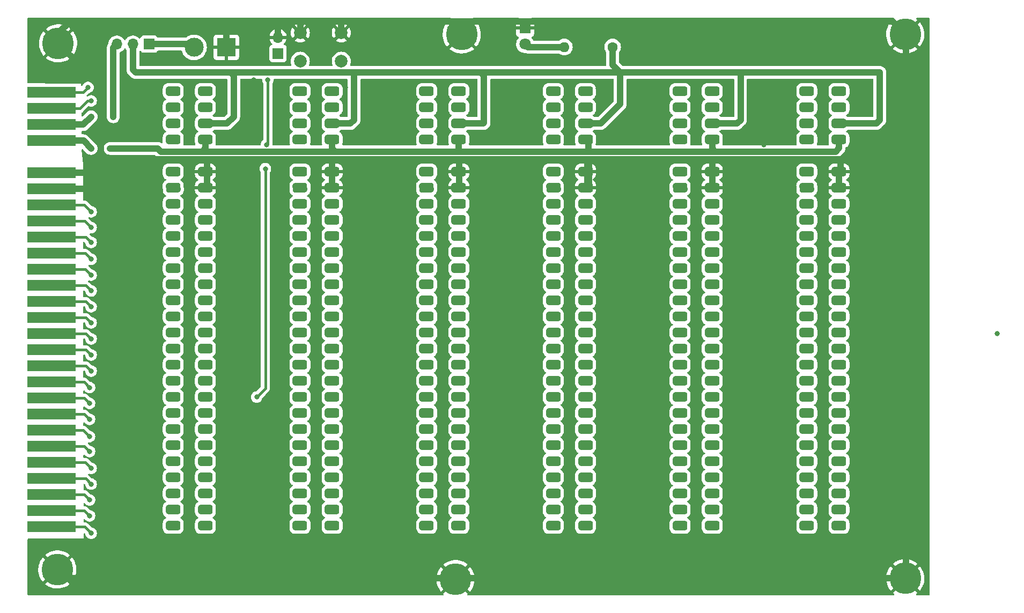
<source format=gbr>
%TF.GenerationSoftware,KiCad,Pcbnew,6.0.2+dfsg-1*%
%TF.CreationDate,2022-12-14T15:09:21+00:00*%
%TF.ProjectId,Backplane,4261636b-706c-4616-9e65-2e6b69636164,1*%
%TF.SameCoordinates,Original*%
%TF.FileFunction,Copper,L2,Bot*%
%TF.FilePolarity,Positive*%
%FSLAX46Y46*%
G04 Gerber Fmt 4.6, Leading zero omitted, Abs format (unit mm)*
G04 Created by KiCad (PCBNEW 6.0.2+dfsg-1) date 2022-12-14 15:09:21*
%MOMM*%
%LPD*%
G01*
G04 APERTURE LIST*
G04 Aperture macros list*
%AMRoundRect*
0 Rectangle with rounded corners*
0 $1 Rounding radius*
0 $2 $3 $4 $5 $6 $7 $8 $9 X,Y pos of 4 corners*
0 Add a 4 corners polygon primitive as box body*
4,1,4,$2,$3,$4,$5,$6,$7,$8,$9,$2,$3,0*
0 Add four circle primitives for the rounded corners*
1,1,$1+$1,$2,$3*
1,1,$1+$1,$4,$5*
1,1,$1+$1,$6,$7*
1,1,$1+$1,$8,$9*
0 Add four rect primitives between the rounded corners*
20,1,$1+$1,$2,$3,$4,$5,0*
20,1,$1+$1,$4,$5,$6,$7,0*
20,1,$1+$1,$6,$7,$8,$9,0*
20,1,$1+$1,$8,$9,$2,$3,0*%
G04 Aperture macros list end*
%TA.AperFunction,ConnectorPad*%
%ADD10R,7.620000X1.780000*%
%TD*%
%TA.AperFunction,ComponentPad*%
%ADD11RoundRect,0.381000X-0.762000X-0.381000X0.762000X-0.381000X0.762000X0.381000X-0.762000X0.381000X0*%
%TD*%
%TA.AperFunction,ComponentPad*%
%ADD12RoundRect,0.381000X0.762000X0.381000X-0.762000X0.381000X-0.762000X-0.381000X0.762000X-0.381000X0*%
%TD*%
%TA.AperFunction,ComponentPad*%
%ADD13RoundRect,0.381000X-0.755235X-0.394241X0.768533X-0.367643X0.755235X0.394241X-0.768533X0.367643X0*%
%TD*%
%TA.AperFunction,ComponentPad*%
%ADD14C,2.000000*%
%TD*%
%TA.AperFunction,ComponentPad*%
%ADD15C,5.000000*%
%TD*%
%TA.AperFunction,ComponentPad*%
%ADD16C,1.600000*%
%TD*%
%TA.AperFunction,ComponentPad*%
%ADD17O,1.600000X1.600000*%
%TD*%
%TA.AperFunction,ComponentPad*%
%ADD18R,1.700000X1.700000*%
%TD*%
%TA.AperFunction,ComponentPad*%
%ADD19O,1.700000X1.700000*%
%TD*%
%TA.AperFunction,ComponentPad*%
%ADD20R,3.000000X3.000000*%
%TD*%
%TA.AperFunction,ComponentPad*%
%ADD21C,3.000000*%
%TD*%
%TA.AperFunction,ComponentPad*%
%ADD22R,1.800000X1.800000*%
%TD*%
%TA.AperFunction,ComponentPad*%
%ADD23C,1.800000*%
%TD*%
%TA.AperFunction,ViaPad*%
%ADD24C,0.800000*%
%TD*%
%TA.AperFunction,Conductor*%
%ADD25C,0.400000*%
%TD*%
%TA.AperFunction,Conductor*%
%ADD26C,1.000000*%
%TD*%
%TA.AperFunction,Conductor*%
%ADD27C,0.250000*%
%TD*%
G04 APERTURE END LIST*
D10*
%TO.P,U1,B1,A14*%
%TO.N,/A14*%
X41275000Y-58166000D03*
%TO.P,U1,B2,A12*%
%TO.N,/A12*%
X41275000Y-60706000D03*
%TO.P,U1,B3,+5V*%
%TO.N,Net-(J2-Pad3)*%
X41275000Y-63246000D03*
%TO.P,U1,B4,+9v*%
%TO.N,/+9V*%
X41275000Y-65786000D03*
%TO.P,U1,B6,0v*%
%TO.N,GND*%
X41275000Y-70866000D03*
%TO.P,U1,B7,0v*%
X41275000Y-73406000D03*
%TO.P,U1,B8,Clk*%
%TO.N,/Clk*%
X41275000Y-75946000D03*
%TO.P,U1,B9,A0*%
%TO.N,/A0*%
X41275000Y-78486000D03*
%TO.P,U1,B10,A1*%
%TO.N,/A1*%
X41275000Y-81026000D03*
%TO.P,U1,B11,A2*%
%TO.N,/A2*%
X41275000Y-83566000D03*
%TO.P,U1,B12,A3*%
%TO.N,/A3*%
X41275000Y-86106000D03*
%TO.P,U1,B13,/IORQGE*%
%TO.N,/IORQGE*%
X41275000Y-88646000D03*
%TO.P,U1,B14,0v*%
%TO.N,/0V1*%
X41275000Y-91186000D03*
%TO.P,U1,B15,Video*%
%TO.N,/Video*%
X41275000Y-93726000D03*
%TO.P,U1,B16,/Y*%
%TO.N,/Y*%
X41275000Y-96266000D03*
%TO.P,U1,B17,U*%
%TO.N,/U*%
X41275000Y-98806000D03*
%TO.P,U1,B18,V*%
%TO.N,/V*%
X41275000Y-101346000D03*
%TO.P,U1,B19,/BUSRQ*%
%TO.N,/{slash}BUSRQ*%
X41275000Y-103886000D03*
%TO.P,U1,B20,/RESET*%
%TO.N,/{slash}RESET*%
X41275000Y-106426000D03*
%TO.P,U1,B21,A7*%
%TO.N,/A7*%
X41275000Y-108966000D03*
%TO.P,U1,B22,A6*%
%TO.N,/A6*%
X41275000Y-111506000D03*
%TO.P,U1,B23,A5*%
%TO.N,/A5*%
X41275000Y-114046000D03*
%TO.P,U1,B24,A4*%
%TO.N,/A4*%
X41275000Y-116586000D03*
%TO.P,U1,B25,/ROMCS*%
%TO.N,/{slash}ROMCS*%
X41275000Y-119126000D03*
%TO.P,U1,B26,/BusAK*%
%TO.N,/{slash}BUSAK*%
X41275000Y-121666000D03*
%TO.P,U1,B27,A9*%
%TO.N,/A9*%
X41275000Y-124206000D03*
%TO.P,U1,B28,A11*%
%TO.N,/A11*%
X41275000Y-126746000D03*
%TD*%
D11*
%TO.P,U5,B1,A14*%
%TO.N,/A14*%
X145540000Y-57980000D03*
D12*
%TO.P,U5,B2,A12*%
%TO.N,/A12*%
X145540000Y-60520000D03*
D11*
%TO.P,U5,B3,+5V*%
%TO.N,/+5V*%
X145540000Y-63060000D03*
%TO.P,U5,B4,+9v*%
%TO.N,/+9V*%
X145540000Y-65600000D03*
%TO.P,U5,B6,0v*%
%TO.N,GND*%
X145540000Y-70680000D03*
%TO.P,U5,B7,0v*%
X145540000Y-73220000D03*
%TO.P,U5,B8,Clk*%
%TO.N,/Clk*%
X145540000Y-75760000D03*
%TO.P,U5,B9,A0*%
%TO.N,/A0*%
X145540000Y-78300000D03*
%TO.P,U5,B10,A1*%
%TO.N,/A1*%
X145540000Y-80840000D03*
%TO.P,U5,B11,A2*%
%TO.N,/A2*%
X145540000Y-83380000D03*
%TO.P,U5,B12,A3*%
%TO.N,/A3*%
X145540000Y-85920000D03*
%TO.P,U5,B13,/IORQGE*%
%TO.N,/IORQGE*%
X145540000Y-88460000D03*
%TO.P,U5,B14,0v*%
%TO.N,/0V1*%
X145540000Y-91000000D03*
%TO.P,U5,B15,Video*%
%TO.N,/Video*%
X145540000Y-93540000D03*
%TO.P,U5,B16,/Y*%
%TO.N,/Y*%
X145540000Y-96080000D03*
%TO.P,U5,B17,U*%
%TO.N,/U*%
X145540000Y-98620000D03*
%TO.P,U5,B18,V*%
%TO.N,/V*%
X145540000Y-101160000D03*
%TO.P,U5,B19,/BUSRQ*%
%TO.N,/{slash}BUSRQ*%
X145540000Y-103700000D03*
%TO.P,U5,B20,/RESET*%
%TO.N,/{slash}RESET*%
X145540000Y-106240000D03*
%TO.P,U5,B21,A7*%
%TO.N,/A7*%
X145540000Y-108780000D03*
%TO.P,U5,B22,A6*%
%TO.N,/A6*%
X145540000Y-111320000D03*
%TO.P,U5,B23,A5*%
%TO.N,/A5*%
X145540000Y-113860000D03*
%TO.P,U5,B24,A4*%
%TO.N,/A4*%
X145540000Y-116400000D03*
%TO.P,U5,B25,/ROMCS*%
%TO.N,/{slash}ROMCS*%
X145540000Y-118940000D03*
%TO.P,U5,B26,/BusAK*%
%TO.N,/{slash}BUSAK*%
X145540000Y-121480000D03*
%TO.P,U5,B27,A9*%
%TO.N,/A9*%
X145540000Y-124020000D03*
%TO.P,U5,B28,A11*%
%TO.N,/A11*%
X145540000Y-126560000D03*
%TO.P,U5,U1,A15*%
%TO.N,/A15*%
X140460000Y-57980000D03*
%TO.P,U5,U2,A13*%
%TO.N,/A13*%
X140460000Y-60520000D03*
%TO.P,U5,U3,D7*%
%TO.N,/D7*%
X140460000Y-63060000D03*
%TO.P,U5,U4,NC*%
%TO.N,/NC*%
X140460000Y-65600000D03*
%TO.P,U5,U6,D0*%
%TO.N,/D0*%
X140460000Y-70680000D03*
D13*
%TO.P,U5,U7,D1*%
%TO.N,/D1*%
X140460000Y-73220000D03*
D11*
%TO.P,U5,U8,D2*%
%TO.N,/D2*%
X140460000Y-75760000D03*
%TO.P,U5,U9,D6*%
%TO.N,/D6*%
X140460000Y-78300000D03*
%TO.P,U5,U10,D5*%
%TO.N,/D5*%
X140460000Y-80840000D03*
%TO.P,U5,U11,D3*%
%TO.N,/D3*%
X140460000Y-83380000D03*
%TO.P,U5,U12,D4*%
%TO.N,/D4*%
X140460000Y-85920000D03*
%TO.P,U5,U13,/INT*%
%TO.N,/{slash}INT*%
X140460000Y-88460000D03*
%TO.P,U5,U14,/NMI*%
%TO.N,/{slash}NMI*%
X140460000Y-91000000D03*
%TO.P,U5,U15,/HALT*%
%TO.N,/{slash}HALT*%
X140460000Y-93540000D03*
%TO.P,U5,U16,/MREQ*%
%TO.N,/{slash}MREQ*%
X140460000Y-96080000D03*
%TO.P,U5,U17,/IORQ*%
%TO.N,/{slash}IORQ*%
X140460000Y-98620000D03*
%TO.P,U5,U18,/RD*%
%TO.N,/{slash}RD*%
X140460000Y-101160000D03*
%TO.P,U5,U19,/WR*%
%TO.N,/{slash}WR*%
X140460000Y-103700000D03*
%TO.P,U5,U20,-5v*%
%TO.N,/-5V*%
X140460000Y-106240000D03*
%TO.P,U5,U21,/WAIT*%
%TO.N,/{slash}WAIT*%
X140460000Y-108780000D03*
%TO.P,U5,U22,+12V*%
%TO.N,/+12V*%
X140460000Y-111320000D03*
%TO.P,U5,U23,+12V_UR*%
%TO.N,/-12V*%
X140460000Y-113860000D03*
%TO.P,U5,U24,/M1*%
%TO.N,/{slash}M1*%
X140460000Y-116400000D03*
%TO.P,U5,U25,/RFSH*%
%TO.N,/{slash}RFSH*%
X140460000Y-118940000D03*
%TO.P,U5,U26,A8*%
%TO.N,/A8*%
X140460000Y-121480000D03*
%TO.P,U5,U27,A10*%
%TO.N,/A10*%
X140460000Y-124020000D03*
%TO.P,U5,U28,NC2*%
%TO.N,/NC2*%
X140460000Y-126560000D03*
%TD*%
D14*
%TO.P,SW1,1,1*%
%TO.N,/{slash}RESET*%
X87000000Y-53250000D03*
X80500000Y-53250000D03*
%TO.P,SW1,2,2*%
%TO.N,GND*%
X87000000Y-48750000D03*
X80500000Y-48750000D03*
%TD*%
D11*
%TO.P,U6,B1,A14*%
%TO.N,/A14*%
X105540000Y-57980000D03*
D12*
%TO.P,U6,B2,A12*%
%TO.N,/A12*%
X105540000Y-60520000D03*
D11*
%TO.P,U6,B3,+5V*%
%TO.N,/+5V*%
X105540000Y-63060000D03*
%TO.P,U6,B4,+9v*%
%TO.N,/+9V*%
X105540000Y-65600000D03*
%TO.P,U6,B6,0v*%
%TO.N,GND*%
X105540000Y-70680000D03*
%TO.P,U6,B7,0v*%
X105540000Y-73220000D03*
%TO.P,U6,B8,Clk*%
%TO.N,/Clk*%
X105540000Y-75760000D03*
%TO.P,U6,B9,A0*%
%TO.N,/A0*%
X105540000Y-78300000D03*
%TO.P,U6,B10,A1*%
%TO.N,/A1*%
X105540000Y-80840000D03*
%TO.P,U6,B11,A2*%
%TO.N,/A2*%
X105540000Y-83380000D03*
%TO.P,U6,B12,A3*%
%TO.N,/A3*%
X105540000Y-85920000D03*
%TO.P,U6,B13,/IORQGE*%
%TO.N,/IORQGE*%
X105540000Y-88460000D03*
%TO.P,U6,B14,0v*%
%TO.N,/0V1*%
X105540000Y-91000000D03*
%TO.P,U6,B15,Video*%
%TO.N,/Video*%
X105540000Y-93540000D03*
%TO.P,U6,B16,/Y*%
%TO.N,/Y*%
X105540000Y-96080000D03*
%TO.P,U6,B17,U*%
%TO.N,/U*%
X105540000Y-98620000D03*
%TO.P,U6,B18,V*%
%TO.N,/V*%
X105540000Y-101160000D03*
%TO.P,U6,B19,/BUSRQ*%
%TO.N,/{slash}BUSRQ*%
X105540000Y-103700000D03*
%TO.P,U6,B20,/RESET*%
%TO.N,/{slash}RESET*%
X105540000Y-106240000D03*
%TO.P,U6,B21,A7*%
%TO.N,/A7*%
X105540000Y-108780000D03*
%TO.P,U6,B22,A6*%
%TO.N,/A6*%
X105540000Y-111320000D03*
%TO.P,U6,B23,A5*%
%TO.N,/A5*%
X105540000Y-113860000D03*
%TO.P,U6,B24,A4*%
%TO.N,/A4*%
X105540000Y-116400000D03*
%TO.P,U6,B25,/ROMCS*%
%TO.N,/{slash}ROMCS*%
X105540000Y-118940000D03*
%TO.P,U6,B26,/BusAK*%
%TO.N,/{slash}BUSAK*%
X105540000Y-121480000D03*
%TO.P,U6,B27,A9*%
%TO.N,/A9*%
X105540000Y-124020000D03*
%TO.P,U6,B28,A11*%
%TO.N,/A11*%
X105540000Y-126560000D03*
%TO.P,U6,U1,A15*%
%TO.N,/A15*%
X100460000Y-57980000D03*
%TO.P,U6,U2,A13*%
%TO.N,/A13*%
X100460000Y-60520000D03*
%TO.P,U6,U3,D7*%
%TO.N,/D7*%
X100460000Y-63060000D03*
%TO.P,U6,U4,NC*%
%TO.N,/NC*%
X100460000Y-65600000D03*
%TO.P,U6,U6,D0*%
%TO.N,/D0*%
X100460000Y-70680000D03*
D13*
%TO.P,U6,U7,D1*%
%TO.N,/D1*%
X100460000Y-73220000D03*
D11*
%TO.P,U6,U8,D2*%
%TO.N,/D2*%
X100460000Y-75760000D03*
%TO.P,U6,U9,D6*%
%TO.N,/D6*%
X100460000Y-78300000D03*
%TO.P,U6,U10,D5*%
%TO.N,/D5*%
X100460000Y-80840000D03*
%TO.P,U6,U11,D3*%
%TO.N,/D3*%
X100460000Y-83380000D03*
%TO.P,U6,U12,D4*%
%TO.N,/D4*%
X100460000Y-85920000D03*
%TO.P,U6,U13,/INT*%
%TO.N,/{slash}INT*%
X100460000Y-88460000D03*
%TO.P,U6,U14,/NMI*%
%TO.N,/{slash}NMI*%
X100460000Y-91000000D03*
%TO.P,U6,U15,/HALT*%
%TO.N,/{slash}HALT*%
X100460000Y-93540000D03*
%TO.P,U6,U16,/MREQ*%
%TO.N,/{slash}MREQ*%
X100460000Y-96080000D03*
%TO.P,U6,U17,/IORQ*%
%TO.N,/{slash}IORQ*%
X100460000Y-98620000D03*
%TO.P,U6,U18,/RD*%
%TO.N,/{slash}RD*%
X100460000Y-101160000D03*
%TO.P,U6,U19,/WR*%
%TO.N,/{slash}WR*%
X100460000Y-103700000D03*
%TO.P,U6,U20,-5v*%
%TO.N,/-5V*%
X100460000Y-106240000D03*
%TO.P,U6,U21,/WAIT*%
%TO.N,/{slash}WAIT*%
X100460000Y-108780000D03*
%TO.P,U6,U22,+12V*%
%TO.N,/+12V*%
X100460000Y-111320000D03*
%TO.P,U6,U23,+12V_UR*%
%TO.N,/-12V*%
X100460000Y-113860000D03*
%TO.P,U6,U24,/M1*%
%TO.N,/{slash}M1*%
X100460000Y-116400000D03*
%TO.P,U6,U25,/RFSH*%
%TO.N,/{slash}RFSH*%
X100460000Y-118940000D03*
%TO.P,U6,U26,A8*%
%TO.N,/A8*%
X100460000Y-121480000D03*
%TO.P,U6,U27,A10*%
%TO.N,/A10*%
X100460000Y-124020000D03*
%TO.P,U6,U28,NC2*%
%TO.N,/NC2*%
X100460000Y-126560000D03*
%TD*%
D15*
%TO.P,H2,1,1*%
%TO.N,GND*%
X42164000Y-133477000D03*
%TD*%
D16*
%TO.P,R1,1*%
%TO.N,/+5V*%
X129810000Y-51000000D03*
D17*
%TO.P,R1,2*%
%TO.N,Net-(D1-Pad2)*%
X122190000Y-51000000D03*
%TD*%
D11*
%TO.P,U2,B1,A14*%
%TO.N,/A14*%
X125540000Y-57980000D03*
D12*
%TO.P,U2,B2,A12*%
%TO.N,/A12*%
X125540000Y-60520000D03*
D11*
%TO.P,U2,B3,+5V*%
%TO.N,/+5V*%
X125540000Y-63060000D03*
%TO.P,U2,B4,+9v*%
%TO.N,/+9V*%
X125540000Y-65600000D03*
%TO.P,U2,B6,0v*%
%TO.N,GND*%
X125540000Y-70680000D03*
%TO.P,U2,B7,0v*%
X125540000Y-73220000D03*
%TO.P,U2,B8,Clk*%
%TO.N,/Clk*%
X125540000Y-75760000D03*
%TO.P,U2,B9,A0*%
%TO.N,/A0*%
X125540000Y-78300000D03*
%TO.P,U2,B10,A1*%
%TO.N,/A1*%
X125540000Y-80840000D03*
%TO.P,U2,B11,A2*%
%TO.N,/A2*%
X125540000Y-83380000D03*
%TO.P,U2,B12,A3*%
%TO.N,/A3*%
X125540000Y-85920000D03*
%TO.P,U2,B13,/IORQGE*%
%TO.N,/IORQGE*%
X125540000Y-88460000D03*
%TO.P,U2,B14,0v*%
%TO.N,/0V1*%
X125540000Y-91000000D03*
%TO.P,U2,B15,Video*%
%TO.N,/Video*%
X125540000Y-93540000D03*
%TO.P,U2,B16,/Y*%
%TO.N,/Y*%
X125540000Y-96080000D03*
%TO.P,U2,B17,U*%
%TO.N,/U*%
X125540000Y-98620000D03*
%TO.P,U2,B18,V*%
%TO.N,/V*%
X125540000Y-101160000D03*
%TO.P,U2,B19,/BUSRQ*%
%TO.N,/{slash}BUSRQ*%
X125540000Y-103700000D03*
%TO.P,U2,B20,/RESET*%
%TO.N,/{slash}RESET*%
X125540000Y-106240000D03*
%TO.P,U2,B21,A7*%
%TO.N,/A7*%
X125540000Y-108780000D03*
%TO.P,U2,B22,A6*%
%TO.N,/A6*%
X125540000Y-111320000D03*
%TO.P,U2,B23,A5*%
%TO.N,/A5*%
X125540000Y-113860000D03*
%TO.P,U2,B24,A4*%
%TO.N,/A4*%
X125540000Y-116400000D03*
%TO.P,U2,B25,/ROMCS*%
%TO.N,/{slash}ROMCS*%
X125540000Y-118940000D03*
%TO.P,U2,B26,/BusAK*%
%TO.N,/{slash}BUSAK*%
X125540000Y-121480000D03*
%TO.P,U2,B27,A9*%
%TO.N,/A9*%
X125540000Y-124020000D03*
%TO.P,U2,B28,A11*%
%TO.N,/A11*%
X125540000Y-126560000D03*
%TO.P,U2,U1,A15*%
%TO.N,/A15*%
X120460000Y-57980000D03*
%TO.P,U2,U2,A13*%
%TO.N,/A13*%
X120460000Y-60520000D03*
%TO.P,U2,U3,D7*%
%TO.N,/D7*%
X120460000Y-63060000D03*
%TO.P,U2,U4,NC*%
%TO.N,/NC*%
X120460000Y-65600000D03*
%TO.P,U2,U6,D0*%
%TO.N,/D0*%
X120460000Y-70680000D03*
D13*
%TO.P,U2,U7,D1*%
%TO.N,/D1*%
X120460000Y-73220000D03*
D11*
%TO.P,U2,U8,D2*%
%TO.N,/D2*%
X120460000Y-75760000D03*
%TO.P,U2,U9,D6*%
%TO.N,/D6*%
X120460000Y-78300000D03*
%TO.P,U2,U10,D5*%
%TO.N,/D5*%
X120460000Y-80840000D03*
%TO.P,U2,U11,D3*%
%TO.N,/D3*%
X120460000Y-83380000D03*
%TO.P,U2,U12,D4*%
%TO.N,/D4*%
X120460000Y-85920000D03*
%TO.P,U2,U13,/INT*%
%TO.N,/{slash}INT*%
X120460000Y-88460000D03*
%TO.P,U2,U14,/NMI*%
%TO.N,/{slash}NMI*%
X120460000Y-91000000D03*
%TO.P,U2,U15,/HALT*%
%TO.N,/{slash}HALT*%
X120460000Y-93540000D03*
%TO.P,U2,U16,/MREQ*%
%TO.N,/{slash}MREQ*%
X120460000Y-96080000D03*
%TO.P,U2,U17,/IORQ*%
%TO.N,/{slash}IORQ*%
X120460000Y-98620000D03*
%TO.P,U2,U18,/RD*%
%TO.N,/{slash}RD*%
X120460000Y-101160000D03*
%TO.P,U2,U19,/WR*%
%TO.N,/{slash}WR*%
X120460000Y-103700000D03*
%TO.P,U2,U20,-5v*%
%TO.N,/-5V*%
X120460000Y-106240000D03*
%TO.P,U2,U21,/WAIT*%
%TO.N,/{slash}WAIT*%
X120460000Y-108780000D03*
%TO.P,U2,U22,+12V*%
%TO.N,/+12V*%
X120460000Y-111320000D03*
%TO.P,U2,U23,+12V_UR*%
%TO.N,/-12V*%
X120460000Y-113860000D03*
%TO.P,U2,U24,/M1*%
%TO.N,/{slash}M1*%
X120460000Y-116400000D03*
%TO.P,U2,U25,/RFSH*%
%TO.N,/{slash}RFSH*%
X120460000Y-118940000D03*
%TO.P,U2,U26,A8*%
%TO.N,/A8*%
X120460000Y-121480000D03*
%TO.P,U2,U27,A10*%
%TO.N,/A10*%
X120460000Y-124020000D03*
%TO.P,U2,U28,NC2*%
%TO.N,/NC2*%
X120460000Y-126560000D03*
%TD*%
D15*
%TO.P,H4,1,1*%
%TO.N,GND*%
X105000000Y-135000000D03*
%TD*%
D18*
%TO.P,J3,1,Pin_1*%
%TO.N,/{slash}RESET*%
X77000000Y-52000000D03*
D19*
%TO.P,J3,2,Pin_2*%
%TO.N,GND*%
X77000000Y-49460000D03*
%TD*%
D15*
%TO.P,H1,1,1*%
%TO.N,GND*%
X106000000Y-49000000D03*
%TD*%
D18*
%TO.P,J2,1,Pin_1*%
%TO.N,Net-(J1-Pad2)*%
X56642000Y-50546000D03*
D19*
%TO.P,J2,2,Pin_2*%
%TO.N,/+5V*%
X54102000Y-50546000D03*
%TO.P,J2,3,Pin_3*%
%TO.N,Net-(J2-Pad3)*%
X51562000Y-50546000D03*
%TD*%
D20*
%TO.P,J1,1,Pin_1*%
%TO.N,GND*%
X68834000Y-51054000D03*
D21*
%TO.P,J1,2,Pin_2*%
%TO.N,Net-(J1-Pad2)*%
X63754000Y-51054000D03*
%TD*%
D22*
%TO.P,D1,1,K*%
%TO.N,GND*%
X116000000Y-48000000D03*
D23*
%TO.P,D1,2,A*%
%TO.N,Net-(D1-Pad2)*%
X116000000Y-50540000D03*
%TD*%
D11*
%TO.P,U3,B1,A14*%
%TO.N,/A14*%
X165540000Y-57980000D03*
D12*
%TO.P,U3,B2,A12*%
%TO.N,/A12*%
X165540000Y-60520000D03*
D11*
%TO.P,U3,B3,+5V*%
%TO.N,/+5V*%
X165540000Y-63060000D03*
%TO.P,U3,B4,+9v*%
%TO.N,/+9V*%
X165540000Y-65600000D03*
%TO.P,U3,B6,0v*%
%TO.N,GND*%
X165540000Y-70680000D03*
%TO.P,U3,B7,0v*%
X165540000Y-73220000D03*
%TO.P,U3,B8,Clk*%
%TO.N,/Clk*%
X165540000Y-75760000D03*
%TO.P,U3,B9,A0*%
%TO.N,/A0*%
X165540000Y-78300000D03*
%TO.P,U3,B10,A1*%
%TO.N,/A1*%
X165540000Y-80840000D03*
%TO.P,U3,B11,A2*%
%TO.N,/A2*%
X165540000Y-83380000D03*
%TO.P,U3,B12,A3*%
%TO.N,/A3*%
X165540000Y-85920000D03*
%TO.P,U3,B13,/IORQGE*%
%TO.N,/IORQGE*%
X165540000Y-88460000D03*
%TO.P,U3,B14,0v*%
%TO.N,/0V1*%
X165540000Y-91000000D03*
%TO.P,U3,B15,Video*%
%TO.N,/Video*%
X165540000Y-93540000D03*
%TO.P,U3,B16,/Y*%
%TO.N,/Y*%
X165540000Y-96080000D03*
%TO.P,U3,B17,U*%
%TO.N,/U*%
X165540000Y-98620000D03*
%TO.P,U3,B18,V*%
%TO.N,/V*%
X165540000Y-101160000D03*
%TO.P,U3,B19,/BUSRQ*%
%TO.N,/{slash}BUSRQ*%
X165540000Y-103700000D03*
%TO.P,U3,B20,/RESET*%
%TO.N,/{slash}RESET*%
X165540000Y-106240000D03*
%TO.P,U3,B21,A7*%
%TO.N,/A7*%
X165540000Y-108780000D03*
%TO.P,U3,B22,A6*%
%TO.N,/A6*%
X165540000Y-111320000D03*
%TO.P,U3,B23,A5*%
%TO.N,/A5*%
X165540000Y-113860000D03*
%TO.P,U3,B24,A4*%
%TO.N,/A4*%
X165540000Y-116400000D03*
%TO.P,U3,B25,/ROMCS*%
%TO.N,/{slash}ROMCS*%
X165540000Y-118940000D03*
%TO.P,U3,B26,/BusAK*%
%TO.N,/{slash}BUSAK*%
X165540000Y-121480000D03*
%TO.P,U3,B27,A9*%
%TO.N,/A9*%
X165540000Y-124020000D03*
%TO.P,U3,B28,A11*%
%TO.N,/A11*%
X165540000Y-126560000D03*
%TO.P,U3,U1,A15*%
%TO.N,/A15*%
X160460000Y-57980000D03*
%TO.P,U3,U2,A13*%
%TO.N,/A13*%
X160460000Y-60520000D03*
%TO.P,U3,U3,D7*%
%TO.N,/D7*%
X160460000Y-63060000D03*
%TO.P,U3,U4,NC*%
%TO.N,/NC*%
X160460000Y-65600000D03*
%TO.P,U3,U6,D0*%
%TO.N,/D0*%
X160460000Y-70680000D03*
D13*
%TO.P,U3,U7,D1*%
%TO.N,/D1*%
X160460000Y-73220000D03*
D11*
%TO.P,U3,U8,D2*%
%TO.N,/D2*%
X160460000Y-75760000D03*
%TO.P,U3,U9,D6*%
%TO.N,/D6*%
X160460000Y-78300000D03*
%TO.P,U3,U10,D5*%
%TO.N,/D5*%
X160460000Y-80840000D03*
%TO.P,U3,U11,D3*%
%TO.N,/D3*%
X160460000Y-83380000D03*
%TO.P,U3,U12,D4*%
%TO.N,/D4*%
X160460000Y-85920000D03*
%TO.P,U3,U13,/INT*%
%TO.N,/{slash}INT*%
X160460000Y-88460000D03*
%TO.P,U3,U14,/NMI*%
%TO.N,/{slash}NMI*%
X160460000Y-91000000D03*
%TO.P,U3,U15,/HALT*%
%TO.N,/{slash}HALT*%
X160460000Y-93540000D03*
%TO.P,U3,U16,/MREQ*%
%TO.N,/{slash}MREQ*%
X160460000Y-96080000D03*
%TO.P,U3,U17,/IORQ*%
%TO.N,/{slash}IORQ*%
X160460000Y-98620000D03*
%TO.P,U3,U18,/RD*%
%TO.N,/{slash}RD*%
X160460000Y-101160000D03*
%TO.P,U3,U19,/WR*%
%TO.N,/{slash}WR*%
X160460000Y-103700000D03*
%TO.P,U3,U20,-5v*%
%TO.N,/-5V*%
X160460000Y-106240000D03*
%TO.P,U3,U21,/WAIT*%
%TO.N,/{slash}WAIT*%
X160460000Y-108780000D03*
%TO.P,U3,U22,+12V*%
%TO.N,/+12V*%
X160460000Y-111320000D03*
%TO.P,U3,U23,+12V_UR*%
%TO.N,/-12V*%
X160460000Y-113860000D03*
%TO.P,U3,U24,/M1*%
%TO.N,/{slash}M1*%
X160460000Y-116400000D03*
%TO.P,U3,U25,/RFSH*%
%TO.N,/{slash}RFSH*%
X160460000Y-118940000D03*
%TO.P,U3,U26,A8*%
%TO.N,/A8*%
X160460000Y-121480000D03*
%TO.P,U3,U27,A10*%
%TO.N,/A10*%
X160460000Y-124020000D03*
%TO.P,U3,U28,NC2*%
%TO.N,/NC2*%
X160460000Y-126560000D03*
%TD*%
D15*
%TO.P,H5,1,1*%
%TO.N,GND*%
X176000000Y-134874000D03*
%TD*%
%TO.P,H6,1,1*%
%TO.N,GND*%
X176000000Y-49000000D03*
%TD*%
D11*
%TO.P,U9,B1,A14*%
%TO.N,/A14*%
X85540000Y-57980000D03*
D12*
%TO.P,U9,B2,A12*%
%TO.N,/A12*%
X85540000Y-60520000D03*
D11*
%TO.P,U9,B3,+5V*%
%TO.N,/+5V*%
X85540000Y-63060000D03*
%TO.P,U9,B4,+9v*%
%TO.N,/+9V*%
X85540000Y-65600000D03*
%TO.P,U9,B6,0v*%
%TO.N,GND*%
X85540000Y-70680000D03*
%TO.P,U9,B7,0v*%
X85540000Y-73220000D03*
%TO.P,U9,B8,Clk*%
%TO.N,/Clk*%
X85540000Y-75760000D03*
%TO.P,U9,B9,A0*%
%TO.N,/A0*%
X85540000Y-78300000D03*
%TO.P,U9,B10,A1*%
%TO.N,/A1*%
X85540000Y-80840000D03*
%TO.P,U9,B11,A2*%
%TO.N,/A2*%
X85540000Y-83380000D03*
%TO.P,U9,B12,A3*%
%TO.N,/A3*%
X85540000Y-85920000D03*
%TO.P,U9,B13,/IORQGE*%
%TO.N,/IORQGE*%
X85540000Y-88460000D03*
%TO.P,U9,B14,0v*%
%TO.N,/0V1*%
X85540000Y-91000000D03*
%TO.P,U9,B15,Video*%
%TO.N,/Video*%
X85540000Y-93540000D03*
%TO.P,U9,B16,/Y*%
%TO.N,/Y*%
X85540000Y-96080000D03*
%TO.P,U9,B17,U*%
%TO.N,/U*%
X85540000Y-98620000D03*
%TO.P,U9,B18,V*%
%TO.N,/V*%
X85540000Y-101160000D03*
%TO.P,U9,B19,/BUSRQ*%
%TO.N,/{slash}BUSRQ*%
X85540000Y-103700000D03*
%TO.P,U9,B20,/RESET*%
%TO.N,/{slash}RESET*%
X85540000Y-106240000D03*
%TO.P,U9,B21,A7*%
%TO.N,/A7*%
X85540000Y-108780000D03*
%TO.P,U9,B22,A6*%
%TO.N,/A6*%
X85540000Y-111320000D03*
%TO.P,U9,B23,A5*%
%TO.N,/A5*%
X85540000Y-113860000D03*
%TO.P,U9,B24,A4*%
%TO.N,/A4*%
X85540000Y-116400000D03*
%TO.P,U9,B25,/ROMCS*%
%TO.N,/{slash}ROMCS*%
X85540000Y-118940000D03*
%TO.P,U9,B26,/BusAK*%
%TO.N,/{slash}BUSAK*%
X85540000Y-121480000D03*
%TO.P,U9,B27,A9*%
%TO.N,/A9*%
X85540000Y-124020000D03*
%TO.P,U9,B28,A11*%
%TO.N,/A11*%
X85540000Y-126560000D03*
%TO.P,U9,U1,A15*%
%TO.N,/A15*%
X80460000Y-57980000D03*
%TO.P,U9,U2,A13*%
%TO.N,/A13*%
X80460000Y-60520000D03*
%TO.P,U9,U3,D7*%
%TO.N,/D7*%
X80460000Y-63060000D03*
%TO.P,U9,U4,NC*%
%TO.N,/NC*%
X80460000Y-65600000D03*
%TO.P,U9,U6,D0*%
%TO.N,/D0*%
X80460000Y-70680000D03*
D13*
%TO.P,U9,U7,D1*%
%TO.N,/D1*%
X80460000Y-73220000D03*
D11*
%TO.P,U9,U8,D2*%
%TO.N,/D2*%
X80460000Y-75760000D03*
%TO.P,U9,U9,D6*%
%TO.N,/D6*%
X80460000Y-78300000D03*
%TO.P,U9,U10,D5*%
%TO.N,/D5*%
X80460000Y-80840000D03*
%TO.P,U9,U11,D3*%
%TO.N,/D3*%
X80460000Y-83380000D03*
%TO.P,U9,U12,D4*%
%TO.N,/D4*%
X80460000Y-85920000D03*
%TO.P,U9,U13,/INT*%
%TO.N,/{slash}INT*%
X80460000Y-88460000D03*
%TO.P,U9,U14,/NMI*%
%TO.N,/{slash}NMI*%
X80460000Y-91000000D03*
%TO.P,U9,U15,/HALT*%
%TO.N,/{slash}HALT*%
X80460000Y-93540000D03*
%TO.P,U9,U16,/MREQ*%
%TO.N,/{slash}MREQ*%
X80460000Y-96080000D03*
%TO.P,U9,U17,/IORQ*%
%TO.N,/{slash}IORQ*%
X80460000Y-98620000D03*
%TO.P,U9,U18,/RD*%
%TO.N,/{slash}RD*%
X80460000Y-101160000D03*
%TO.P,U9,U19,/WR*%
%TO.N,/{slash}WR*%
X80460000Y-103700000D03*
%TO.P,U9,U20,-5v*%
%TO.N,/-5V*%
X80460000Y-106240000D03*
%TO.P,U9,U21,/WAIT*%
%TO.N,/{slash}WAIT*%
X80460000Y-108780000D03*
%TO.P,U9,U22,+12V*%
%TO.N,/+12V*%
X80460000Y-111320000D03*
%TO.P,U9,U23,+12V_UR*%
%TO.N,/-12V*%
X80460000Y-113860000D03*
%TO.P,U9,U24,/M1*%
%TO.N,/{slash}M1*%
X80460000Y-116400000D03*
%TO.P,U9,U25,/RFSH*%
%TO.N,/{slash}RFSH*%
X80460000Y-118940000D03*
%TO.P,U9,U26,A8*%
%TO.N,/A8*%
X80460000Y-121480000D03*
%TO.P,U9,U27,A10*%
%TO.N,/A10*%
X80460000Y-124020000D03*
%TO.P,U9,U28,NC2*%
%TO.N,/NC2*%
X80460000Y-126560000D03*
%TD*%
D15*
%TO.P,H3,1,1*%
%TO.N,GND*%
X42291000Y-50419000D03*
%TD*%
D11*
%TO.P,U4,B1,A14*%
%TO.N,/A14*%
X65540000Y-57980000D03*
D12*
%TO.P,U4,B2,A12*%
%TO.N,/A12*%
X65540000Y-60520000D03*
D11*
%TO.P,U4,B3,+5V*%
%TO.N,/+5V*%
X65540000Y-63060000D03*
%TO.P,U4,B4,+9v*%
%TO.N,/+9V*%
X65540000Y-65600000D03*
%TO.P,U4,B6,0v*%
%TO.N,GND*%
X65540000Y-70680000D03*
%TO.P,U4,B7,0v*%
X65540000Y-73220000D03*
%TO.P,U4,B8,Clk*%
%TO.N,/Clk*%
X65540000Y-75760000D03*
%TO.P,U4,B9,A0*%
%TO.N,/A0*%
X65540000Y-78300000D03*
%TO.P,U4,B10,A1*%
%TO.N,/A1*%
X65540000Y-80840000D03*
%TO.P,U4,B11,A2*%
%TO.N,/A2*%
X65540000Y-83380000D03*
%TO.P,U4,B12,A3*%
%TO.N,/A3*%
X65540000Y-85920000D03*
%TO.P,U4,B13,/IORQGE*%
%TO.N,/IORQGE*%
X65540000Y-88460000D03*
%TO.P,U4,B14,0v*%
%TO.N,/0V1*%
X65540000Y-91000000D03*
%TO.P,U4,B15,Video*%
%TO.N,/Video*%
X65540000Y-93540000D03*
%TO.P,U4,B16,/Y*%
%TO.N,/Y*%
X65540000Y-96080000D03*
%TO.P,U4,B17,U*%
%TO.N,/U*%
X65540000Y-98620000D03*
%TO.P,U4,B18,V*%
%TO.N,/V*%
X65540000Y-101160000D03*
%TO.P,U4,B19,/BUSRQ*%
%TO.N,/{slash}BUSRQ*%
X65540000Y-103700000D03*
%TO.P,U4,B20,/RESET*%
%TO.N,/{slash}RESET*%
X65540000Y-106240000D03*
%TO.P,U4,B21,A7*%
%TO.N,/A7*%
X65540000Y-108780000D03*
%TO.P,U4,B22,A6*%
%TO.N,/A6*%
X65540000Y-111320000D03*
%TO.P,U4,B23,A5*%
%TO.N,/A5*%
X65540000Y-113860000D03*
%TO.P,U4,B24,A4*%
%TO.N,/A4*%
X65540000Y-116400000D03*
%TO.P,U4,B25,/ROMCS*%
%TO.N,/{slash}ROMCS*%
X65540000Y-118940000D03*
%TO.P,U4,B26,/BusAK*%
%TO.N,/{slash}BUSAK*%
X65540000Y-121480000D03*
%TO.P,U4,B27,A9*%
%TO.N,/A9*%
X65540000Y-124020000D03*
%TO.P,U4,B28,A11*%
%TO.N,/A11*%
X65540000Y-126560000D03*
%TO.P,U4,U1,A15*%
%TO.N,/A15*%
X60460000Y-57980000D03*
%TO.P,U4,U2,A13*%
%TO.N,/A13*%
X60460000Y-60520000D03*
%TO.P,U4,U3,D7*%
%TO.N,/D7*%
X60460000Y-63060000D03*
%TO.P,U4,U4,NC*%
%TO.N,/NC*%
X60460000Y-65600000D03*
%TO.P,U4,U6,D0*%
%TO.N,/D0*%
X60460000Y-70680000D03*
D13*
%TO.P,U4,U7,D1*%
%TO.N,/D1*%
X60460000Y-73220000D03*
D11*
%TO.P,U4,U8,D2*%
%TO.N,/D2*%
X60460000Y-75760000D03*
%TO.P,U4,U9,D6*%
%TO.N,/D6*%
X60460000Y-78300000D03*
%TO.P,U4,U10,D5*%
%TO.N,/D5*%
X60460000Y-80840000D03*
%TO.P,U4,U11,D3*%
%TO.N,/D3*%
X60460000Y-83380000D03*
%TO.P,U4,U12,D4*%
%TO.N,/D4*%
X60460000Y-85920000D03*
%TO.P,U4,U13,/INT*%
%TO.N,/{slash}INT*%
X60460000Y-88460000D03*
%TO.P,U4,U14,/NMI*%
%TO.N,/{slash}NMI*%
X60460000Y-91000000D03*
%TO.P,U4,U15,/HALT*%
%TO.N,/{slash}HALT*%
X60460000Y-93540000D03*
%TO.P,U4,U16,/MREQ*%
%TO.N,/{slash}MREQ*%
X60460000Y-96080000D03*
%TO.P,U4,U17,/IORQ*%
%TO.N,/{slash}IORQ*%
X60460000Y-98620000D03*
%TO.P,U4,U18,/RD*%
%TO.N,/{slash}RD*%
X60460000Y-101160000D03*
%TO.P,U4,U19,/WR*%
%TO.N,/{slash}WR*%
X60460000Y-103700000D03*
%TO.P,U4,U20,-5v*%
%TO.N,/-5V*%
X60460000Y-106240000D03*
%TO.P,U4,U21,/WAIT*%
%TO.N,/{slash}WAIT*%
X60460000Y-108780000D03*
%TO.P,U4,U22,+12V*%
%TO.N,/+12V*%
X60460000Y-111320000D03*
%TO.P,U4,U23,+12V_UR*%
%TO.N,/-12V*%
X60460000Y-113860000D03*
%TO.P,U4,U24,/M1*%
%TO.N,/{slash}M1*%
X60460000Y-116400000D03*
%TO.P,U4,U25,/RFSH*%
%TO.N,/{slash}RFSH*%
X60460000Y-118940000D03*
%TO.P,U4,U26,A8*%
%TO.N,/A8*%
X60460000Y-121480000D03*
%TO.P,U4,U27,A10*%
%TO.N,/A10*%
X60460000Y-124020000D03*
%TO.P,U4,U28,NC2*%
%TO.N,/NC2*%
X60460000Y-126560000D03*
%TD*%
D24*
%TO.N,*%
X190500000Y-96266000D03*
%TO.N,/A11*%
X47500000Y-127750000D03*
%TO.N,/A9*%
X47250000Y-125005500D03*
%TO.N,/{slash}BUSAK*%
X47250000Y-122500000D03*
%TO.N,/{slash}ROMCS*%
X47500000Y-120000000D03*
%TO.N,/A4*%
X47500000Y-117500000D03*
%TO.N,/A5*%
X47250000Y-114845500D03*
%TO.N,/A6*%
X47250000Y-112500000D03*
%TO.N,/A7*%
X47250000Y-109765500D03*
%TO.N,/{slash}RESET*%
X75400000Y-56200000D03*
X75000000Y-70200000D03*
X47250000Y-107250000D03*
X75200000Y-66399020D03*
X73640000Y-106240000D03*
%TO.N,/{slash}BUSRQ*%
X47250000Y-104750000D03*
%TO.N,/V*%
X47500000Y-102145500D03*
%TO.N,/U*%
X47500000Y-99605500D03*
%TO.N,/Video*%
X47500000Y-94525500D03*
%TO.N,/0V1*%
X47500000Y-92000000D03*
%TO.N,/IORQGE*%
X47500000Y-89500000D03*
%TO.N,/A3*%
X47500000Y-87000000D03*
%TO.N,/A2*%
X47500000Y-84500000D03*
%TO.N,/A1*%
X47500000Y-81825500D03*
%TO.N,/A0*%
X47500000Y-79500000D03*
%TO.N,/Clk*%
X47500000Y-77000000D03*
%TO.N,GND*%
X52100000Y-72000000D03*
X87600000Y-57400000D03*
X134200000Y-61800000D03*
X76800000Y-62200000D03*
X72390000Y-88138000D03*
X133604000Y-104140000D03*
X94200000Y-98800000D03*
X92900000Y-87500000D03*
X72200000Y-62700000D03*
X93400000Y-121800000D03*
X123200000Y-62800000D03*
X50900000Y-74600000D03*
X142900000Y-60500000D03*
X93100000Y-81100000D03*
X92700000Y-62000000D03*
X91694000Y-93726000D03*
X72400000Y-59600000D03*
X111900000Y-81500000D03*
X93100000Y-78600000D03*
X52800480Y-68699520D03*
X123400000Y-57300000D03*
X94300000Y-65700000D03*
X143400000Y-63200000D03*
X111600000Y-101400000D03*
X82800000Y-64400000D03*
X72016480Y-68699520D03*
X132200000Y-66100000D03*
X107700000Y-57300000D03*
X153700000Y-66400000D03*
X169926000Y-58420000D03*
X162814000Y-62484000D03*
X83500000Y-57300000D03*
X47752000Y-48768000D03*
X54610000Y-64262000D03*
X54610000Y-61976000D03*
X94500000Y-126500000D03*
X63246000Y-62992000D03*
X72390000Y-83058000D03*
X73200000Y-56200000D03*
X63246000Y-57658000D03*
X127500000Y-57500000D03*
X113600000Y-62400000D03*
X54356000Y-57404000D03*
X163068000Y-57658000D03*
X172466000Y-100838000D03*
X153100000Y-62200000D03*
X152900000Y-127500000D03*
X72390000Y-85598000D03*
X63246000Y-65278000D03*
X132900000Y-126600000D03*
X70612000Y-75438000D03*
X113100000Y-66000000D03*
X93000000Y-57300000D03*
%TO.N,/+9V*%
X47500000Y-67000000D03*
X50500000Y-67000000D03*
%TO.N,/A12*%
X47500000Y-59500000D03*
%TO.N,/A14*%
X47000000Y-57366500D03*
%TO.N,Net-(J2-Pad3)*%
X51000000Y-62000000D03*
X47500000Y-62000000D03*
%TO.N,/Y*%
X47500000Y-97065500D03*
%TD*%
D25*
%TO.N,/A11*%
X46496000Y-126746000D02*
X47500000Y-127750000D01*
X41275000Y-126746000D02*
X46496000Y-126746000D01*
%TO.N,/A9*%
X46450500Y-124206000D02*
X47250000Y-125005500D01*
X41275000Y-124206000D02*
X46450500Y-124206000D01*
%TO.N,/{slash}BUSAK*%
X41275000Y-121666000D02*
X46416000Y-121666000D01*
X46416000Y-121666000D02*
X47250000Y-122500000D01*
%TO.N,/{slash}ROMCS*%
X46626000Y-119126000D02*
X47500000Y-120000000D01*
X41275000Y-119126000D02*
X46626000Y-119126000D01*
%TO.N,/A4*%
X46586000Y-116586000D02*
X47500000Y-117500000D01*
X41275000Y-116586000D02*
X46586000Y-116586000D01*
%TO.N,/A5*%
X46450500Y-114046000D02*
X47250000Y-114845500D01*
X41275000Y-114046000D02*
X46450500Y-114046000D01*
%TO.N,/A6*%
X46256000Y-111506000D02*
X47250000Y-112500000D01*
X41275000Y-111506000D02*
X46256000Y-111506000D01*
%TO.N,/A7*%
X41275000Y-108966000D02*
X46450500Y-108966000D01*
X46450500Y-108966000D02*
X47250000Y-109765500D01*
%TO.N,/{slash}RESET*%
X75000000Y-70200000D02*
X75000000Y-104880000D01*
X75400000Y-66199020D02*
X75200000Y-66399020D01*
X46426000Y-106426000D02*
X47250000Y-107250000D01*
X41275000Y-106426000D02*
X46426000Y-106426000D01*
X75000000Y-104880000D02*
X73640000Y-106240000D01*
X75400000Y-56200000D02*
X75400000Y-66199020D01*
%TO.N,/{slash}BUSRQ*%
X41275000Y-103886000D02*
X46386000Y-103886000D01*
X46386000Y-103886000D02*
X47250000Y-104750000D01*
%TO.N,/V*%
X46700500Y-101346000D02*
X47500000Y-102145500D01*
X41275000Y-101346000D02*
X46700500Y-101346000D01*
%TO.N,/U*%
X46700500Y-98806000D02*
X47500000Y-99605500D01*
X41275000Y-98806000D02*
X46700500Y-98806000D01*
%TO.N,/Video*%
X46700500Y-93726000D02*
X47500000Y-94525500D01*
X41275000Y-93726000D02*
X46700500Y-93726000D01*
%TO.N,/0V1*%
X46686000Y-91186000D02*
X47500000Y-92000000D01*
X41275000Y-91186000D02*
X46686000Y-91186000D01*
%TO.N,/IORQGE*%
X41275000Y-88646000D02*
X46646000Y-88646000D01*
X46646000Y-88646000D02*
X47500000Y-89500000D01*
%TO.N,/A3*%
X41275000Y-86106000D02*
X46606000Y-86106000D01*
X46606000Y-86106000D02*
X47500000Y-87000000D01*
%TO.N,/A2*%
X41275000Y-83566000D02*
X46566000Y-83566000D01*
X46566000Y-83566000D02*
X47500000Y-84500000D01*
%TO.N,/A1*%
X41275000Y-81026000D02*
X46700500Y-81026000D01*
X46700500Y-81026000D02*
X47500000Y-81825500D01*
%TO.N,/A0*%
X46486000Y-78486000D02*
X47500000Y-79500000D01*
X41275000Y-78486000D02*
X46486000Y-78486000D01*
%TO.N,/Clk*%
X46446000Y-75946000D02*
X47500000Y-77000000D01*
X41275000Y-75946000D02*
X46446000Y-75946000D01*
D26*
%TO.N,GND*%
X115939200Y-46939200D02*
X130939200Y-46939200D01*
X42291000Y-50419000D02*
X45872000Y-54000000D01*
X131000000Y-47000000D02*
X174000000Y-47000000D01*
X87000000Y-47000000D02*
X87060800Y-46939200D01*
X105550480Y-68699520D02*
X105550480Y-73209520D01*
X49000000Y-71000000D02*
X48500000Y-70500000D01*
X47594000Y-73406000D02*
X49000000Y-72000000D01*
X87060800Y-46939200D02*
X115939200Y-46939200D01*
X76939200Y-46939200D02*
X80939200Y-46939200D01*
X85550480Y-68699520D02*
X105550480Y-68699520D01*
X68939200Y-46939200D02*
X68834000Y-47044400D01*
X145550480Y-68699520D02*
X165699520Y-68699520D01*
X49000000Y-72000000D02*
X49000000Y-71000000D01*
X48500000Y-70500000D02*
X48134000Y-70866000D01*
X125171200Y-134874000D02*
X43561000Y-134874000D01*
X174000000Y-47000000D02*
X176000000Y-49000000D01*
X145550480Y-68699520D02*
X145550480Y-73209520D01*
X87000000Y-48750000D02*
X87000000Y-47000000D01*
X176000000Y-134874000D02*
X125171200Y-134874000D01*
X165699520Y-68699520D02*
X165750000Y-68750000D01*
D27*
X43434000Y-134747000D02*
X42164000Y-133477000D01*
D26*
X85550480Y-68699520D02*
X85550480Y-73209520D01*
X105550480Y-73209520D02*
X105540000Y-73220000D01*
X130939200Y-46939200D02*
X131000000Y-47000000D01*
X80500000Y-47378400D02*
X80939200Y-46939200D01*
X176101600Y-134772400D02*
X176101600Y-49174400D01*
X80500000Y-48750000D02*
X80500000Y-47378400D01*
X65800480Y-72959520D02*
X65540000Y-73220000D01*
X77000000Y-47000000D02*
X76939200Y-46939200D01*
X42291000Y-48844200D02*
X44196000Y-46939200D01*
X45872000Y-54000000D02*
X46000000Y-54000000D01*
X145550480Y-73209520D02*
X145540000Y-73220000D01*
X46000000Y-54000000D02*
X49000000Y-57000000D01*
X42291000Y-50419000D02*
X42291000Y-48844200D01*
X52800480Y-68699520D02*
X65800480Y-68699520D01*
X85550480Y-73209520D02*
X85540000Y-73220000D01*
X41275000Y-73406000D02*
X47594000Y-73406000D01*
X44196000Y-46939200D02*
X68939200Y-46939200D01*
X126050480Y-68699520D02*
X126050480Y-72709520D01*
X72016480Y-68699520D02*
X85550480Y-68699520D01*
X116000000Y-47000000D02*
X115939200Y-46939200D01*
X65800480Y-68699520D02*
X65800480Y-72959520D01*
X65800480Y-68699520D02*
X72016480Y-68699520D01*
X165750000Y-70470000D02*
X165540000Y-70680000D01*
X49000000Y-70000000D02*
X48500000Y-70500000D01*
X49000000Y-69500000D02*
X49800480Y-68699520D01*
X49000000Y-69500000D02*
X49000000Y-70000000D01*
X105550480Y-68699520D02*
X126050480Y-68699520D01*
X80939200Y-46939200D02*
X87060800Y-46939200D01*
X126050480Y-68699520D02*
X145550480Y-68699520D01*
X176000000Y-134874000D02*
X176101600Y-134772400D01*
X68939200Y-46939200D02*
X76939200Y-46939200D01*
X165540000Y-70680000D02*
X165540000Y-73220000D01*
X43561000Y-134874000D02*
X42164000Y-133477000D01*
X49000000Y-57000000D02*
X49000000Y-69500000D01*
X165750000Y-68750000D02*
X165750000Y-70470000D01*
X116000000Y-48000000D02*
X116000000Y-47000000D01*
X48134000Y-70866000D02*
X41275000Y-70866000D01*
X68834000Y-47044400D02*
X68834000Y-51054000D01*
X126050480Y-72709520D02*
X125540000Y-73220000D01*
X49800480Y-68699520D02*
X52800480Y-68699520D01*
X77000000Y-49460000D02*
X77000000Y-47000000D01*
%TO.N,/+9V*%
X146000000Y-67500000D02*
X165000000Y-67500000D01*
X105540000Y-65600000D02*
X105540000Y-67460000D01*
X165540000Y-66960000D02*
X165540000Y-65600000D01*
X126000000Y-67500000D02*
X126000000Y-66060000D01*
X65000000Y-67500000D02*
X86000000Y-67500000D01*
X105500000Y-67500000D02*
X126000000Y-67500000D01*
X85540000Y-67040000D02*
X86000000Y-67500000D01*
X126000000Y-66060000D02*
X125540000Y-65600000D01*
X41275000Y-65786000D02*
X46286000Y-65786000D01*
X145540000Y-67040000D02*
X146000000Y-67500000D01*
X145540000Y-65600000D02*
X145540000Y-67040000D01*
X105540000Y-67460000D02*
X105500000Y-67500000D01*
X86000000Y-67500000D02*
X105500000Y-67500000D01*
X65540000Y-66960000D02*
X65000000Y-67500000D01*
X165000000Y-67500000D02*
X165540000Y-66960000D01*
X58500000Y-67500000D02*
X65000000Y-67500000D01*
X58000000Y-67000000D02*
X58500000Y-67500000D01*
X65540000Y-65600000D02*
X65540000Y-66960000D01*
X46286000Y-65786000D02*
X47500000Y-67000000D01*
X126000000Y-67500000D02*
X146000000Y-67500000D01*
X85540000Y-65600000D02*
X85540000Y-67040000D01*
X50500000Y-67000000D02*
X58000000Y-67000000D01*
%TO.N,/+5V*%
X109000000Y-55000000D02*
X131000000Y-55000000D01*
X54102000Y-54602000D02*
X54500000Y-55000000D01*
X70000000Y-62000000D02*
X70000000Y-55500000D01*
X89000000Y-62500000D02*
X89000000Y-55000000D01*
X145540000Y-63060000D02*
X149440000Y-63060000D01*
X85540000Y-63060000D02*
X88440000Y-63060000D01*
X54102000Y-50546000D02*
X54102000Y-54602000D01*
X70000000Y-55500000D02*
X69500000Y-55000000D01*
X109500000Y-55500000D02*
X109000000Y-55000000D01*
X149440000Y-63060000D02*
X150000000Y-62500000D01*
X171440000Y-63060000D02*
X165540000Y-63060000D01*
X54500000Y-55000000D02*
X69500000Y-55000000D01*
X150000000Y-62500000D02*
X150000000Y-55000000D01*
X172000000Y-62500000D02*
X171440000Y-63060000D01*
X125540000Y-63060000D02*
X127940000Y-63060000D01*
X129810000Y-53810000D02*
X131000000Y-55000000D01*
X88440000Y-63060000D02*
X89000000Y-62500000D01*
X131000000Y-60000000D02*
X131000000Y-55000000D01*
X150000000Y-55000000D02*
X172000000Y-55000000D01*
X129810000Y-51000000D02*
X129810000Y-53810000D01*
X127940000Y-63060000D02*
X131000000Y-60000000D01*
X89000000Y-55000000D02*
X109000000Y-55000000D01*
X68940000Y-63060000D02*
X70000000Y-62000000D01*
X109440000Y-63060000D02*
X109500000Y-63000000D01*
X69500000Y-55000000D02*
X89000000Y-55000000D01*
X172000000Y-55000000D02*
X172000000Y-62500000D01*
X131000000Y-55000000D02*
X150000000Y-55000000D01*
X109500000Y-63000000D02*
X109500000Y-55500000D01*
X65540000Y-63060000D02*
X68940000Y-63060000D01*
X105540000Y-63060000D02*
X109440000Y-63060000D01*
D25*
%TO.N,/A12*%
X41275000Y-60706000D02*
X45706000Y-60706000D01*
X46912000Y-59500000D02*
X47500000Y-59500000D01*
X45706000Y-60706000D02*
X46912000Y-59500000D01*
%TO.N,/A14*%
X46200500Y-58166000D02*
X47000000Y-57366500D01*
X41275000Y-58166000D02*
X46166000Y-58166000D01*
X46166000Y-58166000D02*
X46200500Y-58166000D01*
D26*
%TO.N,Net-(J1-Pad2)*%
X56642000Y-50546000D02*
X63246000Y-50546000D01*
D27*
X63246000Y-50546000D02*
X63754000Y-51054000D01*
D26*
%TO.N,Net-(J2-Pad3)*%
X46059980Y-63246000D02*
X46246000Y-63246000D01*
X51000000Y-62000000D02*
X51000000Y-51108000D01*
X46246000Y-63246000D02*
X46254000Y-63246000D01*
X46254000Y-63246000D02*
X47500000Y-62000000D01*
X51000000Y-51108000D02*
X51562000Y-50546000D01*
X41275000Y-63246000D02*
X46059980Y-63246000D01*
D25*
%TO.N,/Y*%
X41275000Y-96266000D02*
X46700500Y-96266000D01*
X46700500Y-96266000D02*
X47500000Y-97065500D01*
D26*
%TO.N,Net-(D1-Pad2)*%
X116460000Y-51000000D02*
X116000000Y-50540000D01*
X122190000Y-51000000D02*
X116460000Y-51000000D01*
%TD*%
%TA.AperFunction,Conductor*%
%TO.N,GND*%
G36*
X104199730Y-46375002D02*
G01*
X104246223Y-46428658D01*
X104256327Y-46498932D01*
X104226833Y-46563512D01*
X104210390Y-46579334D01*
X104073602Y-46688923D01*
X104065132Y-46701048D01*
X104071527Y-46712316D01*
X105987190Y-48627980D01*
X106001131Y-48635592D01*
X106002966Y-48635461D01*
X106009580Y-48631210D01*
X107927074Y-46713716D01*
X107934466Y-46700179D01*
X107927679Y-46690479D01*
X107824476Y-46602335D01*
X107818704Y-46597953D01*
X107800294Y-46585582D01*
X107754909Y-46530986D01*
X107746246Y-46460519D01*
X107777054Y-46396556D01*
X107837554Y-46359403D01*
X107870570Y-46355000D01*
X114944939Y-46355000D01*
X115013060Y-46375002D01*
X115059553Y-46428658D01*
X115069657Y-46498932D01*
X115040163Y-46563512D01*
X114989169Y-46598982D01*
X114861946Y-46646676D01*
X114846351Y-46655214D01*
X114744276Y-46731715D01*
X114731715Y-46744276D01*
X114655214Y-46846351D01*
X114646676Y-46861946D01*
X114601522Y-46982394D01*
X114597895Y-46997649D01*
X114592369Y-47048514D01*
X114592000Y-47055328D01*
X114592000Y-47727885D01*
X114596475Y-47743124D01*
X114597865Y-47744329D01*
X114605548Y-47746000D01*
X117389884Y-47746000D01*
X117405123Y-47741525D01*
X117406328Y-47740135D01*
X117407999Y-47732452D01*
X117407999Y-47055331D01*
X117407629Y-47048510D01*
X117402105Y-46997648D01*
X117398479Y-46982396D01*
X117353324Y-46861946D01*
X117344786Y-46846351D01*
X117268285Y-46744276D01*
X117255724Y-46731715D01*
X117153649Y-46655214D01*
X117138054Y-46646676D01*
X117010831Y-46598982D01*
X116954067Y-46556340D01*
X116929367Y-46489779D01*
X116944574Y-46420430D01*
X116994860Y-46370312D01*
X117055061Y-46355000D01*
X174131609Y-46355000D01*
X174199730Y-46375002D01*
X174246223Y-46428658D01*
X174256327Y-46498932D01*
X174226833Y-46563512D01*
X174210390Y-46579334D01*
X174073602Y-46688923D01*
X174065132Y-46701048D01*
X174071527Y-46712316D01*
X175987190Y-48627980D01*
X176001131Y-48635592D01*
X176002966Y-48635461D01*
X176009580Y-48631210D01*
X177927074Y-46713716D01*
X177934466Y-46700179D01*
X177927679Y-46690479D01*
X177824476Y-46602335D01*
X177818704Y-46597953D01*
X177800294Y-46585582D01*
X177754909Y-46530986D01*
X177746246Y-46460519D01*
X177777054Y-46396556D01*
X177837554Y-46359403D01*
X177870570Y-46355000D01*
X179717600Y-46355000D01*
X179785721Y-46375002D01*
X179832214Y-46428658D01*
X179843600Y-46481000D01*
X179843600Y-137415000D01*
X179823598Y-137483121D01*
X179769942Y-137529614D01*
X179717600Y-137541000D01*
X177835552Y-137541000D01*
X177767431Y-137520998D01*
X177720938Y-137467342D01*
X177710834Y-137397068D01*
X177740328Y-137332488D01*
X177759899Y-137314240D01*
X177928828Y-137187405D01*
X177937282Y-137176078D01*
X177930537Y-137163748D01*
X176012810Y-135246020D01*
X175998869Y-135238408D01*
X175997034Y-135238539D01*
X175990420Y-135242790D01*
X174071474Y-137161737D01*
X174063860Y-137175681D01*
X174063878Y-137175933D01*
X174069793Y-137184677D01*
X174101111Y-137213174D01*
X174106748Y-137217738D01*
X174238870Y-137312678D01*
X174282518Y-137368672D01*
X174288964Y-137439376D01*
X174256161Y-137502340D01*
X174194524Y-137537574D01*
X174165344Y-137541000D01*
X107003369Y-137541000D01*
X106935248Y-137520998D01*
X106888755Y-137467342D01*
X106878651Y-137397068D01*
X106908145Y-137332488D01*
X106927715Y-137314240D01*
X106928829Y-137313404D01*
X106937282Y-137302078D01*
X106930537Y-137289748D01*
X105012810Y-135372020D01*
X104998869Y-135364408D01*
X104997034Y-135364539D01*
X104990420Y-135368790D01*
X103071474Y-137287737D01*
X103063860Y-137301681D01*
X103063878Y-137301933D01*
X103069793Y-137310677D01*
X103082023Y-137321805D01*
X103118947Y-137382445D01*
X103117225Y-137453420D01*
X103077403Y-137512198D01*
X103012126Y-137540116D01*
X102997225Y-137541000D01*
X37591000Y-137541000D01*
X37522879Y-137520998D01*
X37476386Y-137467342D01*
X37465000Y-137415000D01*
X37465000Y-135778681D01*
X40227860Y-135778681D01*
X40227878Y-135778933D01*
X40233793Y-135787677D01*
X40265111Y-135816174D01*
X40270748Y-135820738D01*
X40546544Y-136018918D01*
X40552682Y-136022813D01*
X40849435Y-136187984D01*
X40855955Y-136191136D01*
X41169738Y-136321109D01*
X41176589Y-136323495D01*
X41503212Y-136416536D01*
X41510301Y-136418120D01*
X41845465Y-136473006D01*
X41852671Y-136473763D01*
X42191926Y-136489762D01*
X42199176Y-136489686D01*
X42538010Y-136466587D01*
X42545219Y-136465676D01*
X42879160Y-136403784D01*
X42886190Y-136402057D01*
X43210819Y-136302187D01*
X43217597Y-136299667D01*
X43528603Y-136163145D01*
X43535043Y-136159864D01*
X43828293Y-135988502D01*
X43834326Y-135984493D01*
X44092828Y-135790405D01*
X44101282Y-135779078D01*
X44094537Y-135766748D01*
X42176810Y-133849020D01*
X42162869Y-133841408D01*
X42161034Y-133841539D01*
X42154420Y-133845790D01*
X40235474Y-135764737D01*
X40227860Y-135778681D01*
X37465000Y-135778681D01*
X37465000Y-133385987D01*
X39152484Y-133385987D01*
X39161374Y-133725505D01*
X39161980Y-133732721D01*
X39209835Y-134068963D01*
X39211269Y-134076074D01*
X39297455Y-134404595D01*
X39299692Y-134411478D01*
X39423064Y-134727914D01*
X39426081Y-134734503D01*
X39585002Y-135034652D01*
X39588761Y-135040860D01*
X39781129Y-135320757D01*
X39785574Y-135326486D01*
X39852743Y-135403484D01*
X39865917Y-135411888D01*
X39875769Y-135406020D01*
X41791980Y-133489810D01*
X41798357Y-133478131D01*
X42528408Y-133478131D01*
X42528539Y-133479966D01*
X42532790Y-133486580D01*
X44450268Y-135404057D01*
X44463622Y-135411349D01*
X44473594Y-135404295D01*
X44580641Y-135276267D01*
X44584957Y-135270456D01*
X44771432Y-134986575D01*
X44775046Y-134980313D01*
X44810920Y-134908987D01*
X101988484Y-134908987D01*
X101997374Y-135248505D01*
X101997980Y-135255721D01*
X102045835Y-135591963D01*
X102047269Y-135599074D01*
X102133455Y-135927595D01*
X102135692Y-135934478D01*
X102259064Y-136250914D01*
X102262081Y-136257503D01*
X102421002Y-136557652D01*
X102424761Y-136563860D01*
X102617129Y-136843757D01*
X102621574Y-136849486D01*
X102688743Y-136926484D01*
X102701917Y-136934888D01*
X102711769Y-136929020D01*
X104627980Y-135012810D01*
X104634357Y-135001131D01*
X105364408Y-135001131D01*
X105364539Y-135002966D01*
X105368790Y-135009580D01*
X107286268Y-136927057D01*
X107299622Y-136934349D01*
X107309594Y-136927295D01*
X107416641Y-136799267D01*
X107420957Y-136793456D01*
X107607432Y-136509575D01*
X107611046Y-136503313D01*
X107763658Y-136199882D01*
X107766530Y-136193244D01*
X107883249Y-135874293D01*
X107885345Y-135867351D01*
X107964631Y-135537103D01*
X107965915Y-135529964D01*
X108006816Y-135191973D01*
X108007240Y-135186403D01*
X108013010Y-135002797D01*
X108012937Y-134997204D01*
X108000585Y-134782987D01*
X172988484Y-134782987D01*
X172997374Y-135122505D01*
X172997980Y-135129721D01*
X173045835Y-135465963D01*
X173047269Y-135473074D01*
X173133455Y-135801595D01*
X173135692Y-135808478D01*
X173259064Y-136124914D01*
X173262081Y-136131503D01*
X173421002Y-136431652D01*
X173424761Y-136437860D01*
X173617129Y-136717757D01*
X173621574Y-136723486D01*
X173688743Y-136800484D01*
X173701917Y-136808888D01*
X173711769Y-136803020D01*
X175627980Y-134886810D01*
X175634357Y-134875131D01*
X176364408Y-134875131D01*
X176364539Y-134876966D01*
X176368790Y-134883580D01*
X178286268Y-136801057D01*
X178299622Y-136808349D01*
X178309594Y-136801295D01*
X178416641Y-136673267D01*
X178420957Y-136667456D01*
X178607432Y-136383575D01*
X178611046Y-136377313D01*
X178763658Y-136073882D01*
X178766530Y-136067244D01*
X178883249Y-135748293D01*
X178885345Y-135741351D01*
X178964631Y-135411103D01*
X178965915Y-135403964D01*
X179006816Y-135065973D01*
X179007240Y-135060403D01*
X179013010Y-134876797D01*
X179012937Y-134871204D01*
X178993338Y-134531303D01*
X178992506Y-134524113D01*
X178934113Y-134189529D01*
X178932458Y-134182474D01*
X178835998Y-133856834D01*
X178833540Y-133850006D01*
X178700290Y-133537608D01*
X178697073Y-133531125D01*
X178528788Y-133236089D01*
X178524856Y-133230034D01*
X178323774Y-132956295D01*
X178319166Y-132950726D01*
X178313830Y-132944984D01*
X178300178Y-132936866D01*
X178299570Y-132936887D01*
X178291092Y-132942119D01*
X176372020Y-134861190D01*
X176364408Y-134875131D01*
X175634357Y-134875131D01*
X175635592Y-134872869D01*
X175635461Y-134871034D01*
X175631210Y-134864420D01*
X173712374Y-132945585D01*
X173699581Y-132938599D01*
X173688827Y-132946464D01*
X173528037Y-133151527D01*
X173523902Y-133157476D01*
X173346440Y-133447068D01*
X173343019Y-133453447D01*
X173200016Y-133761522D01*
X173197356Y-133768241D01*
X173090711Y-134090707D01*
X173088834Y-134097711D01*
X173019961Y-134430288D01*
X173018904Y-134437449D01*
X172988712Y-134775735D01*
X172988484Y-134782987D01*
X108000585Y-134782987D01*
X107993338Y-134657303D01*
X107992506Y-134650113D01*
X107934113Y-134315529D01*
X107932458Y-134308474D01*
X107835998Y-133982834D01*
X107833540Y-133976006D01*
X107700290Y-133663608D01*
X107697073Y-133657125D01*
X107528788Y-133362089D01*
X107524856Y-133356034D01*
X107323774Y-133082295D01*
X107319166Y-133076726D01*
X107313830Y-133070984D01*
X107300178Y-133062866D01*
X107299570Y-133062887D01*
X107291092Y-133068119D01*
X105372020Y-134987190D01*
X105364408Y-135001131D01*
X104634357Y-135001131D01*
X104635592Y-134998869D01*
X104635461Y-134997034D01*
X104631210Y-134990420D01*
X102712374Y-133071585D01*
X102699581Y-133064599D01*
X102688827Y-133072464D01*
X102528037Y-133277527D01*
X102523902Y-133283476D01*
X102346440Y-133573068D01*
X102343019Y-133579447D01*
X102200016Y-133887522D01*
X102197356Y-133894241D01*
X102090711Y-134216707D01*
X102088834Y-134223711D01*
X102019961Y-134556288D01*
X102018904Y-134563449D01*
X101988712Y-134901735D01*
X101988484Y-134908987D01*
X44810920Y-134908987D01*
X44927658Y-134676882D01*
X44930530Y-134670244D01*
X45047249Y-134351293D01*
X45049345Y-134344351D01*
X45128631Y-134014103D01*
X45129915Y-134006964D01*
X45170816Y-133668973D01*
X45171240Y-133663403D01*
X45177010Y-133479797D01*
X45176937Y-133474204D01*
X45157338Y-133134303D01*
X45156506Y-133127113D01*
X45098113Y-132792529D01*
X45096458Y-132785474D01*
X45071450Y-132701048D01*
X103065132Y-132701048D01*
X103071527Y-132712316D01*
X104987190Y-134627980D01*
X105001131Y-134635592D01*
X105002966Y-134635461D01*
X105009580Y-134631210D01*
X106927074Y-132713716D01*
X106934466Y-132700179D01*
X106927679Y-132690479D01*
X106824476Y-132602335D01*
X106818704Y-132597953D01*
X106784618Y-132575048D01*
X174065132Y-132575048D01*
X174071527Y-132586316D01*
X175987190Y-134501980D01*
X176001131Y-134509592D01*
X176002966Y-134509461D01*
X176009580Y-134505210D01*
X177927074Y-132587716D01*
X177934466Y-132574179D01*
X177927679Y-132564479D01*
X177824476Y-132476335D01*
X177818704Y-132471953D01*
X177536796Y-132282519D01*
X177530575Y-132278839D01*
X177228757Y-132123060D01*
X177222146Y-132120116D01*
X176904439Y-132000065D01*
X176897513Y-131997894D01*
X176568112Y-131915155D01*
X176561005Y-131913799D01*
X176224278Y-131869468D01*
X176217036Y-131868937D01*
X175877467Y-131863602D01*
X175870205Y-131863906D01*
X175532256Y-131897638D01*
X175525108Y-131898770D01*
X175193263Y-131971124D01*
X175186285Y-131973072D01*
X174864960Y-132083086D01*
X174858253Y-132085823D01*
X174551707Y-132232039D01*
X174545349Y-132235534D01*
X174257654Y-132416005D01*
X174251731Y-132420214D01*
X174073601Y-132562923D01*
X174065132Y-132575048D01*
X106784618Y-132575048D01*
X106536796Y-132408519D01*
X106530575Y-132404839D01*
X106228757Y-132249060D01*
X106222146Y-132246116D01*
X105904439Y-132126065D01*
X105897513Y-132123894D01*
X105568112Y-132041155D01*
X105561005Y-132039799D01*
X105224278Y-131995468D01*
X105217036Y-131994937D01*
X104877467Y-131989602D01*
X104870205Y-131989906D01*
X104532256Y-132023638D01*
X104525108Y-132024770D01*
X104193263Y-132097124D01*
X104186285Y-132099072D01*
X103864960Y-132209086D01*
X103858253Y-132211823D01*
X103551707Y-132358039D01*
X103545349Y-132361534D01*
X103257654Y-132542005D01*
X103251731Y-132546214D01*
X103073601Y-132688923D01*
X103065132Y-132701048D01*
X45071450Y-132701048D01*
X44999998Y-132459834D01*
X44997540Y-132453006D01*
X44864290Y-132140608D01*
X44861073Y-132134125D01*
X44692788Y-131839089D01*
X44688856Y-131833034D01*
X44487774Y-131559295D01*
X44483166Y-131553726D01*
X44477830Y-131547984D01*
X44464178Y-131539866D01*
X44463570Y-131539887D01*
X44455092Y-131545119D01*
X42536020Y-133464190D01*
X42528408Y-133478131D01*
X41798357Y-133478131D01*
X41799592Y-133475869D01*
X41799461Y-133474034D01*
X41795210Y-133467420D01*
X39876374Y-131548585D01*
X39863581Y-131541599D01*
X39852827Y-131549464D01*
X39692037Y-131754527D01*
X39687902Y-131760476D01*
X39510440Y-132050068D01*
X39507019Y-132056447D01*
X39364016Y-132364522D01*
X39361356Y-132371241D01*
X39254711Y-132693707D01*
X39252834Y-132700711D01*
X39183961Y-133033288D01*
X39182904Y-133040449D01*
X39152712Y-133378735D01*
X39152484Y-133385987D01*
X37465000Y-133385987D01*
X37465000Y-131178048D01*
X40229132Y-131178048D01*
X40235527Y-131189316D01*
X42151190Y-133104980D01*
X42165131Y-133112592D01*
X42166966Y-133112461D01*
X42173580Y-133108210D01*
X44091074Y-131190716D01*
X44098466Y-131177179D01*
X44091679Y-131167479D01*
X43988476Y-131079335D01*
X43982704Y-131074953D01*
X43700796Y-130885519D01*
X43694575Y-130881839D01*
X43392757Y-130726060D01*
X43386146Y-130723116D01*
X43068439Y-130603065D01*
X43061513Y-130600894D01*
X42732112Y-130518155D01*
X42725005Y-130516799D01*
X42388278Y-130472468D01*
X42381036Y-130471937D01*
X42041467Y-130466602D01*
X42034205Y-130466906D01*
X41696256Y-130500638D01*
X41689108Y-130501770D01*
X41357263Y-130574124D01*
X41350285Y-130576072D01*
X41028960Y-130686086D01*
X41022253Y-130688823D01*
X40715707Y-130835039D01*
X40709349Y-130838534D01*
X40421654Y-131019005D01*
X40415731Y-131023214D01*
X40237601Y-131165923D01*
X40229132Y-131178048D01*
X37465000Y-131178048D01*
X37465000Y-128726000D01*
X37485002Y-128657879D01*
X37538658Y-128611386D01*
X37591000Y-128600000D01*
X46300000Y-128600000D01*
X46298740Y-127855115D01*
X46318627Y-127786961D01*
X46372204Y-127740377D01*
X46442461Y-127730154D01*
X46507091Y-127759538D01*
X46513835Y-127765807D01*
X46565335Y-127817307D01*
X46599361Y-127879619D01*
X46601550Y-127893232D01*
X46606458Y-127939928D01*
X46665473Y-128121556D01*
X46760960Y-128286944D01*
X46888747Y-128428866D01*
X47043248Y-128541118D01*
X47049276Y-128543802D01*
X47049278Y-128543803D01*
X47201073Y-128611386D01*
X47217712Y-128618794D01*
X47311113Y-128638647D01*
X47398056Y-128657128D01*
X47398061Y-128657128D01*
X47404513Y-128658500D01*
X47595487Y-128658500D01*
X47601939Y-128657128D01*
X47601944Y-128657128D01*
X47688887Y-128638647D01*
X47782288Y-128618794D01*
X47798927Y-128611386D01*
X47950722Y-128543803D01*
X47950724Y-128543802D01*
X47956752Y-128541118D01*
X48111253Y-128428866D01*
X48239040Y-128286944D01*
X48334527Y-128121556D01*
X48393542Y-127939928D01*
X48405064Y-127830307D01*
X48412814Y-127756565D01*
X48413504Y-127750000D01*
X48393542Y-127560072D01*
X48334527Y-127378444D01*
X48239040Y-127213056D01*
X48125082Y-127086492D01*
X48115675Y-127076045D01*
X48115674Y-127076044D01*
X48111253Y-127071134D01*
X47956752Y-126958882D01*
X47950724Y-126956198D01*
X47950722Y-126956197D01*
X47788319Y-126883891D01*
X47788318Y-126883891D01*
X47782288Y-126881206D01*
X47629431Y-126848715D01*
X47566533Y-126814563D01*
X47017450Y-126265480D01*
X47011596Y-126259215D01*
X47011201Y-126258762D01*
X46973561Y-126215615D01*
X46921280Y-126178871D01*
X46915986Y-126174939D01*
X46871693Y-126140209D01*
X46865718Y-126135524D01*
X46858802Y-126132401D01*
X46856516Y-126131017D01*
X46841835Y-126122643D01*
X46839475Y-126121378D01*
X46833261Y-126117010D01*
X46826182Y-126114250D01*
X46826180Y-126114249D01*
X46773725Y-126093798D01*
X46767656Y-126091247D01*
X46709427Y-126064955D01*
X46701960Y-126063571D01*
X46699405Y-126062770D01*
X46683152Y-126058141D01*
X46680572Y-126057478D01*
X46673491Y-126054718D01*
X46665960Y-126053727D01*
X46665958Y-126053726D01*
X46636339Y-126049827D01*
X46610139Y-126046378D01*
X46603641Y-126045348D01*
X46540814Y-126033704D01*
X46533234Y-126034141D01*
X46533233Y-126034141D01*
X46478608Y-126037291D01*
X46471354Y-126037500D01*
X46421451Y-126037500D01*
X46353330Y-126017498D01*
X46306837Y-125963842D01*
X46295451Y-125911713D01*
X46295073Y-125688249D01*
X46294976Y-125631022D01*
X46314863Y-125562869D01*
X46368440Y-125516285D01*
X46438697Y-125506062D01*
X46503327Y-125535446D01*
X46514612Y-125546500D01*
X46638747Y-125684366D01*
X46793248Y-125796618D01*
X46799276Y-125799302D01*
X46799278Y-125799303D01*
X46918977Y-125852596D01*
X46967712Y-125874294D01*
X47061112Y-125894147D01*
X47148056Y-125912628D01*
X47148061Y-125912628D01*
X47154513Y-125914000D01*
X47345487Y-125914000D01*
X47351939Y-125912628D01*
X47351944Y-125912628D01*
X47438888Y-125894147D01*
X47532288Y-125874294D01*
X47581023Y-125852596D01*
X47700722Y-125799303D01*
X47700724Y-125799302D01*
X47706752Y-125796618D01*
X47861253Y-125684366D01*
X47989040Y-125542444D01*
X48056330Y-125425894D01*
X48081223Y-125382779D01*
X48081224Y-125382778D01*
X48084527Y-125377056D01*
X48143542Y-125195428D01*
X48163504Y-125005500D01*
X48151168Y-124888125D01*
X48144232Y-124822135D01*
X48144232Y-124822133D01*
X48143542Y-124815572D01*
X48084527Y-124633944D01*
X47989040Y-124468556D01*
X47861253Y-124326634D01*
X47706752Y-124214382D01*
X47700724Y-124211698D01*
X47700722Y-124211697D01*
X47538319Y-124139391D01*
X47538318Y-124139391D01*
X47532288Y-124136706D01*
X47379431Y-124104215D01*
X47316533Y-124070063D01*
X46971950Y-123725480D01*
X46966096Y-123719215D01*
X46965701Y-123718762D01*
X46928061Y-123675615D01*
X46875780Y-123638871D01*
X46870486Y-123634939D01*
X46826193Y-123600209D01*
X46820218Y-123595524D01*
X46813302Y-123592401D01*
X46811016Y-123591017D01*
X46796335Y-123582643D01*
X46793975Y-123581378D01*
X46787761Y-123577010D01*
X46780682Y-123574250D01*
X46780680Y-123574249D01*
X46728225Y-123553798D01*
X46722156Y-123551247D01*
X46663927Y-123524955D01*
X46656460Y-123523571D01*
X46653905Y-123522770D01*
X46637652Y-123518141D01*
X46635072Y-123517478D01*
X46627991Y-123514718D01*
X46620460Y-123513727D01*
X46620458Y-123513726D01*
X46590839Y-123509827D01*
X46564639Y-123506378D01*
X46558141Y-123505348D01*
X46495314Y-123493704D01*
X46487734Y-123494141D01*
X46487733Y-123494141D01*
X46433108Y-123497291D01*
X46425854Y-123497500D01*
X46417153Y-123497500D01*
X46349032Y-123477498D01*
X46302539Y-123423842D01*
X46291153Y-123371713D01*
X46290729Y-123120645D01*
X46310615Y-123052493D01*
X46364192Y-123005909D01*
X46434449Y-122995686D01*
X46499079Y-123025070D01*
X46510433Y-123037418D01*
X46510960Y-123036944D01*
X46638747Y-123178866D01*
X46793248Y-123291118D01*
X46799276Y-123293802D01*
X46799278Y-123293803D01*
X46961681Y-123366109D01*
X46967712Y-123368794D01*
X47061112Y-123388647D01*
X47148056Y-123407128D01*
X47148061Y-123407128D01*
X47154513Y-123408500D01*
X47345487Y-123408500D01*
X47351939Y-123407128D01*
X47351944Y-123407128D01*
X47438888Y-123388647D01*
X47532288Y-123368794D01*
X47538319Y-123366109D01*
X47700722Y-123293803D01*
X47700724Y-123293802D01*
X47706752Y-123291118D01*
X47861253Y-123178866D01*
X47890175Y-123146745D01*
X47984621Y-123041852D01*
X47984622Y-123041851D01*
X47989040Y-123036944D01*
X48047320Y-122936000D01*
X48081223Y-122877279D01*
X48081224Y-122877278D01*
X48084527Y-122871556D01*
X48143542Y-122689928D01*
X48144859Y-122677403D01*
X48162814Y-122506565D01*
X48163504Y-122500000D01*
X48148081Y-122353255D01*
X48144232Y-122316635D01*
X48144232Y-122316633D01*
X48143542Y-122310072D01*
X48084527Y-122128444D01*
X47989040Y-121963056D01*
X47861253Y-121821134D01*
X47706752Y-121708882D01*
X47700724Y-121706198D01*
X47700722Y-121706197D01*
X47538319Y-121633891D01*
X47538318Y-121633891D01*
X47532288Y-121631206D01*
X47379431Y-121598715D01*
X47316533Y-121564563D01*
X46937450Y-121185480D01*
X46931596Y-121179215D01*
X46931201Y-121178762D01*
X46893561Y-121135615D01*
X46841280Y-121098871D01*
X46835986Y-121094939D01*
X46791693Y-121060209D01*
X46785718Y-121055524D01*
X46778802Y-121052401D01*
X46776516Y-121051017D01*
X46761835Y-121042643D01*
X46759475Y-121041378D01*
X46753261Y-121037010D01*
X46746182Y-121034250D01*
X46746180Y-121034249D01*
X46693725Y-121013798D01*
X46687656Y-121011247D01*
X46629427Y-120984955D01*
X46621960Y-120983571D01*
X46619405Y-120982770D01*
X46603152Y-120978141D01*
X46600572Y-120977478D01*
X46593491Y-120974718D01*
X46585960Y-120973727D01*
X46585958Y-120973726D01*
X46556339Y-120969827D01*
X46530139Y-120966378D01*
X46523641Y-120965348D01*
X46460814Y-120953704D01*
X46453234Y-120954141D01*
X46453232Y-120954141D01*
X46420107Y-120956051D01*
X46350948Y-120940003D01*
X46301443Y-120889113D01*
X46286854Y-120830473D01*
X46285604Y-120091977D01*
X46305491Y-120023823D01*
X46359068Y-119977239D01*
X46429325Y-119967016D01*
X46493955Y-119996400D01*
X46500699Y-120002669D01*
X46565335Y-120067305D01*
X46599361Y-120129617D01*
X46601550Y-120143228D01*
X46606458Y-120189928D01*
X46608498Y-120196205D01*
X46608498Y-120196207D01*
X46612980Y-120210000D01*
X46665473Y-120371556D01*
X46760960Y-120536944D01*
X46888747Y-120678866D01*
X47043248Y-120791118D01*
X47049276Y-120793802D01*
X47049278Y-120793803D01*
X47131641Y-120830473D01*
X47217712Y-120868794D01*
X47311113Y-120888647D01*
X47398056Y-120907128D01*
X47398061Y-120907128D01*
X47404513Y-120908500D01*
X47595487Y-120908500D01*
X47601939Y-120907128D01*
X47601944Y-120907128D01*
X47688887Y-120888647D01*
X47782288Y-120868794D01*
X47868359Y-120830473D01*
X47950722Y-120793803D01*
X47950724Y-120793802D01*
X47956752Y-120791118D01*
X48111253Y-120678866D01*
X48239040Y-120536944D01*
X48334527Y-120371556D01*
X48393542Y-120189928D01*
X48398109Y-120146481D01*
X48412814Y-120006565D01*
X48413504Y-120000000D01*
X48408071Y-119948310D01*
X48394232Y-119816635D01*
X48394232Y-119816633D01*
X48393542Y-119810072D01*
X48334527Y-119628444D01*
X48239040Y-119463056D01*
X48111253Y-119321134D01*
X47956752Y-119208882D01*
X47950724Y-119206198D01*
X47950722Y-119206197D01*
X47788319Y-119133891D01*
X47788318Y-119133891D01*
X47782288Y-119131206D01*
X47629433Y-119098716D01*
X47566536Y-119064565D01*
X47147435Y-118645465D01*
X47141581Y-118639198D01*
X47108556Y-118601340D01*
X47108553Y-118601337D01*
X47103561Y-118595615D01*
X47097350Y-118591250D01*
X47097348Y-118591248D01*
X47092711Y-118587990D01*
X47086576Y-118583678D01*
X47042344Y-118528145D01*
X47035156Y-118457514D01*
X47067296Y-118394208D01*
X47128559Y-118358329D01*
X47199495Y-118361266D01*
X47210266Y-118365480D01*
X47211672Y-118366106D01*
X47211682Y-118366109D01*
X47217712Y-118368794D01*
X47311113Y-118388647D01*
X47398056Y-118407128D01*
X47398061Y-118407128D01*
X47404513Y-118408500D01*
X47595487Y-118408500D01*
X47601939Y-118407128D01*
X47601944Y-118407128D01*
X47688887Y-118388647D01*
X47782288Y-118368794D01*
X47788319Y-118366109D01*
X47950722Y-118293803D01*
X47950724Y-118293802D01*
X47956752Y-118291118D01*
X48111253Y-118178866D01*
X48239040Y-118036944D01*
X48334527Y-117871556D01*
X48393542Y-117689928D01*
X48395070Y-117675396D01*
X48412814Y-117506565D01*
X48413504Y-117500000D01*
X48393542Y-117310072D01*
X48334527Y-117128444D01*
X48239040Y-116963056D01*
X48195914Y-116915159D01*
X48115675Y-116826045D01*
X48115674Y-116826044D01*
X48111253Y-116821134D01*
X47956752Y-116708882D01*
X47950724Y-116706198D01*
X47950722Y-116706197D01*
X47788319Y-116633891D01*
X47788318Y-116633891D01*
X47782288Y-116631206D01*
X47629431Y-116598715D01*
X47566533Y-116564563D01*
X47107450Y-116105480D01*
X47101596Y-116099215D01*
X47101201Y-116098762D01*
X47063561Y-116055615D01*
X47011280Y-116018871D01*
X47005986Y-116014939D01*
X46961693Y-115980209D01*
X46955718Y-115975524D01*
X46948802Y-115972401D01*
X46946516Y-115971017D01*
X46931820Y-115962635D01*
X46929475Y-115961377D01*
X46923261Y-115957010D01*
X46919923Y-115955709D01*
X46870561Y-115907089D01*
X46861366Y-115866312D01*
X46839630Y-115885512D01*
X46769456Y-115896286D01*
X46765574Y-115895530D01*
X46763491Y-115894718D01*
X46757045Y-115893869D01*
X46757038Y-115893868D01*
X46719657Y-115888947D01*
X46700139Y-115886378D01*
X46693641Y-115885348D01*
X46630814Y-115873704D01*
X46623234Y-115874141D01*
X46623233Y-115874141D01*
X46568608Y-115877291D01*
X46561354Y-115877500D01*
X46404260Y-115877500D01*
X46336139Y-115857498D01*
X46289646Y-115803842D01*
X46278260Y-115751713D01*
X46277747Y-115448280D01*
X46297634Y-115380126D01*
X46351211Y-115333542D01*
X46421468Y-115323319D01*
X46486098Y-115352703D01*
X46505683Y-115374006D01*
X46507657Y-115376723D01*
X46510960Y-115382444D01*
X46638747Y-115524366D01*
X46793248Y-115636618D01*
X46799279Y-115639303D01*
X46799284Y-115639306D01*
X46837445Y-115656296D01*
X46891542Y-115702275D01*
X46906234Y-115750603D01*
X46935760Y-115728149D01*
X47006883Y-115722620D01*
X47062136Y-115734364D01*
X47148056Y-115752628D01*
X47148061Y-115752628D01*
X47154513Y-115754000D01*
X47345487Y-115754000D01*
X47351939Y-115752628D01*
X47351944Y-115752628D01*
X47438888Y-115734147D01*
X47532288Y-115714294D01*
X47553500Y-115704850D01*
X47700722Y-115639303D01*
X47700724Y-115639302D01*
X47706752Y-115636618D01*
X47861253Y-115524366D01*
X47989040Y-115382444D01*
X48056330Y-115265894D01*
X48081223Y-115222779D01*
X48081224Y-115222778D01*
X48084527Y-115217056D01*
X48143542Y-115035428D01*
X48163504Y-114845500D01*
X48151168Y-114728125D01*
X48144232Y-114662135D01*
X48144232Y-114662133D01*
X48143542Y-114655572D01*
X48084527Y-114473944D01*
X47989040Y-114308556D01*
X47861253Y-114166634D01*
X47706752Y-114054382D01*
X47700724Y-114051698D01*
X47700722Y-114051697D01*
X47538319Y-113979391D01*
X47538318Y-113979391D01*
X47532288Y-113976706D01*
X47379431Y-113944215D01*
X47316533Y-113910063D01*
X47024097Y-113617627D01*
X46990071Y-113555315D01*
X46995136Y-113484500D01*
X47037683Y-113427664D01*
X47104203Y-113402853D01*
X47139391Y-113405286D01*
X47148052Y-113407127D01*
X47148055Y-113407127D01*
X47154513Y-113408500D01*
X47345487Y-113408500D01*
X47351939Y-113407128D01*
X47351944Y-113407128D01*
X47438887Y-113388647D01*
X47532288Y-113368794D01*
X47548592Y-113361535D01*
X47700722Y-113293803D01*
X47700724Y-113293802D01*
X47706752Y-113291118D01*
X47861253Y-113178866D01*
X47935357Y-113096565D01*
X47984621Y-113041852D01*
X47984625Y-113041847D01*
X47989040Y-113036944D01*
X48084527Y-112871556D01*
X48143542Y-112689928D01*
X48163504Y-112500000D01*
X48143542Y-112310072D01*
X48084527Y-112128444D01*
X47989040Y-111963056D01*
X47884086Y-111846492D01*
X47865675Y-111826045D01*
X47865674Y-111826044D01*
X47861253Y-111821134D01*
X47706752Y-111708882D01*
X47700724Y-111706198D01*
X47700722Y-111706197D01*
X47538319Y-111633891D01*
X47538318Y-111633891D01*
X47532288Y-111631206D01*
X47379431Y-111598715D01*
X47316533Y-111564563D01*
X46777450Y-111025480D01*
X46771596Y-111019215D01*
X46771201Y-111018762D01*
X46733561Y-110975615D01*
X46681280Y-110938871D01*
X46675986Y-110934939D01*
X46631693Y-110900209D01*
X46625718Y-110895524D01*
X46618802Y-110892401D01*
X46616516Y-110891017D01*
X46601835Y-110882643D01*
X46599475Y-110881378D01*
X46593261Y-110877010D01*
X46586182Y-110874250D01*
X46586180Y-110874249D01*
X46533725Y-110853798D01*
X46527656Y-110851247D01*
X46469427Y-110824955D01*
X46461960Y-110823571D01*
X46459405Y-110822770D01*
X46443152Y-110818141D01*
X46440572Y-110817478D01*
X46433491Y-110814718D01*
X46425960Y-110813727D01*
X46425958Y-110813726D01*
X46379236Y-110807575D01*
X46314309Y-110778852D01*
X46275218Y-110719587D01*
X46269683Y-110682866D01*
X46269597Y-110631609D01*
X46269127Y-110354028D01*
X46289014Y-110285874D01*
X46342591Y-110239290D01*
X46412848Y-110229067D01*
X46477478Y-110258451D01*
X46504246Y-110290815D01*
X46510960Y-110302444D01*
X46638747Y-110444366D01*
X46793248Y-110556618D01*
X46799276Y-110559302D01*
X46799278Y-110559303D01*
X46918977Y-110612596D01*
X46967712Y-110634294D01*
X47061112Y-110654147D01*
X47148056Y-110672628D01*
X47148061Y-110672628D01*
X47154513Y-110674000D01*
X47345487Y-110674000D01*
X47351939Y-110672628D01*
X47351944Y-110672628D01*
X47438888Y-110654147D01*
X47532288Y-110634294D01*
X47581023Y-110612596D01*
X47700722Y-110559303D01*
X47700724Y-110559302D01*
X47706752Y-110556618D01*
X47861253Y-110444366D01*
X47989040Y-110302444D01*
X48056330Y-110185894D01*
X48081223Y-110142779D01*
X48081224Y-110142778D01*
X48084527Y-110137056D01*
X48143542Y-109955428D01*
X48163504Y-109765500D01*
X48151168Y-109648125D01*
X48144232Y-109582135D01*
X48144232Y-109582133D01*
X48143542Y-109575572D01*
X48084527Y-109393944D01*
X47989040Y-109228556D01*
X47861253Y-109086634D01*
X47706752Y-108974382D01*
X47700724Y-108971698D01*
X47700722Y-108971697D01*
X47538319Y-108899391D01*
X47538318Y-108899391D01*
X47532288Y-108896706D01*
X47379431Y-108864215D01*
X47316533Y-108830063D01*
X46971950Y-108485480D01*
X46966096Y-108479215D01*
X46965701Y-108478762D01*
X46928061Y-108435615D01*
X46875780Y-108398871D01*
X46870486Y-108394939D01*
X46826193Y-108360209D01*
X46820218Y-108355524D01*
X46813302Y-108352401D01*
X46811016Y-108351017D01*
X46796335Y-108342643D01*
X46793975Y-108341378D01*
X46787761Y-108337010D01*
X46780682Y-108334250D01*
X46780680Y-108334249D01*
X46728225Y-108313798D01*
X46722156Y-108311247D01*
X46663927Y-108284955D01*
X46656460Y-108283571D01*
X46653905Y-108282770D01*
X46637652Y-108278141D01*
X46635072Y-108277478D01*
X46627991Y-108274718D01*
X46620460Y-108273727D01*
X46620458Y-108273726D01*
X46590839Y-108269827D01*
X46564639Y-108266378D01*
X46558141Y-108265348D01*
X46495314Y-108253704D01*
X46487734Y-108254141D01*
X46487733Y-108254141D01*
X46433108Y-108257291D01*
X46425854Y-108257500D01*
X46391367Y-108257500D01*
X46323246Y-108237498D01*
X46276753Y-108183842D01*
X46265367Y-108131713D01*
X46264859Y-107831135D01*
X46284746Y-107762980D01*
X46338323Y-107716397D01*
X46408580Y-107706174D01*
X46473210Y-107735558D01*
X46499979Y-107767924D01*
X46507658Y-107781226D01*
X46507661Y-107781231D01*
X46510960Y-107786944D01*
X46515378Y-107791851D01*
X46515379Y-107791852D01*
X46634325Y-107923955D01*
X46638747Y-107928866D01*
X46793248Y-108041118D01*
X46799276Y-108043802D01*
X46799278Y-108043803D01*
X46891472Y-108084850D01*
X46967712Y-108118794D01*
X47061112Y-108138647D01*
X47148056Y-108157128D01*
X47148061Y-108157128D01*
X47154513Y-108158500D01*
X47345487Y-108158500D01*
X47351939Y-108157128D01*
X47351944Y-108157128D01*
X47438888Y-108138647D01*
X47532288Y-108118794D01*
X47608528Y-108084850D01*
X47700722Y-108043803D01*
X47700724Y-108043802D01*
X47706752Y-108041118D01*
X47861253Y-107928866D01*
X47865675Y-107923955D01*
X47984621Y-107791852D01*
X47984622Y-107791851D01*
X47989040Y-107786944D01*
X48068744Y-107648893D01*
X48081223Y-107627279D01*
X48081224Y-107627278D01*
X48084527Y-107621556D01*
X48143542Y-107439928D01*
X48163504Y-107250000D01*
X48148381Y-107106109D01*
X48144232Y-107066635D01*
X48144232Y-107066633D01*
X48143542Y-107060072D01*
X48084527Y-106878444D01*
X47989040Y-106713056D01*
X47861253Y-106571134D01*
X47706752Y-106458882D01*
X47700724Y-106456198D01*
X47700722Y-106456197D01*
X47538319Y-106383891D01*
X47538318Y-106383891D01*
X47532288Y-106381206D01*
X47379431Y-106348715D01*
X47316533Y-106314563D01*
X46947450Y-105945480D01*
X46941596Y-105939215D01*
X46941201Y-105938762D01*
X46903561Y-105895615D01*
X46851280Y-105858871D01*
X46845986Y-105854939D01*
X46796083Y-105815810D01*
X46796082Y-105815809D01*
X46795718Y-105815524D01*
X46795766Y-105815463D01*
X46750230Y-105765660D01*
X46749783Y-105763050D01*
X46746511Y-105764898D01*
X46675631Y-105760844D01*
X46666121Y-105757008D01*
X46646352Y-105748082D01*
X46646353Y-105748082D01*
X46639427Y-105744955D01*
X46631960Y-105743571D01*
X46629405Y-105742770D01*
X46613152Y-105738141D01*
X46610572Y-105737478D01*
X46603491Y-105734718D01*
X46595960Y-105733727D01*
X46595958Y-105733726D01*
X46566339Y-105729827D01*
X46540139Y-105726378D01*
X46533641Y-105725348D01*
X46470814Y-105713704D01*
X46463234Y-105714141D01*
X46463233Y-105714141D01*
X46408608Y-105717291D01*
X46401354Y-105717500D01*
X46387069Y-105717500D01*
X46318948Y-105697498D01*
X46272455Y-105643842D01*
X46261069Y-105591713D01*
X46260616Y-105323786D01*
X46280503Y-105255632D01*
X46334080Y-105209048D01*
X46404337Y-105198825D01*
X46468967Y-105228209D01*
X46495733Y-105260571D01*
X46510960Y-105286944D01*
X46515378Y-105291851D01*
X46515379Y-105291852D01*
X46614048Y-105401435D01*
X46638747Y-105428866D01*
X46719953Y-105487866D01*
X46792034Y-105540236D01*
X46830575Y-105590216D01*
X46895666Y-105588479D01*
X46914654Y-105595172D01*
X46961677Y-105616108D01*
X46961685Y-105616111D01*
X46967712Y-105618794D01*
X47061112Y-105638647D01*
X47148056Y-105657128D01*
X47148061Y-105657128D01*
X47154513Y-105658500D01*
X47345487Y-105658500D01*
X47351939Y-105657128D01*
X47351944Y-105657128D01*
X47438888Y-105638647D01*
X47532288Y-105618794D01*
X47538321Y-105616108D01*
X47700722Y-105543803D01*
X47700724Y-105543802D01*
X47706752Y-105541118D01*
X47718482Y-105532596D01*
X47780047Y-105487866D01*
X47861253Y-105428866D01*
X47885952Y-105401435D01*
X47984621Y-105291852D01*
X47984622Y-105291851D01*
X47989040Y-105286944D01*
X48084527Y-105121556D01*
X48143542Y-104939928D01*
X48145928Y-104917233D01*
X48162814Y-104756565D01*
X48163504Y-104750000D01*
X48147997Y-104602461D01*
X48144232Y-104566635D01*
X48144232Y-104566633D01*
X48143542Y-104560072D01*
X48084527Y-104378444D01*
X47989040Y-104213056D01*
X47861253Y-104071134D01*
X47706752Y-103958882D01*
X47700724Y-103956198D01*
X47700722Y-103956197D01*
X47538319Y-103883891D01*
X47538318Y-103883891D01*
X47532288Y-103881206D01*
X47379433Y-103848716D01*
X47316536Y-103814565D01*
X46907435Y-103405465D01*
X46901581Y-103399198D01*
X46868556Y-103361340D01*
X46868553Y-103361337D01*
X46863561Y-103355615D01*
X46811280Y-103318871D01*
X46805986Y-103314939D01*
X46761693Y-103280209D01*
X46755718Y-103275524D01*
X46748802Y-103272401D01*
X46746516Y-103271017D01*
X46731835Y-103262643D01*
X46729475Y-103261378D01*
X46723261Y-103257010D01*
X46716182Y-103254250D01*
X46716180Y-103254249D01*
X46663725Y-103233798D01*
X46657656Y-103231247D01*
X46599427Y-103204955D01*
X46591960Y-103203571D01*
X46589405Y-103202770D01*
X46573152Y-103198141D01*
X46570572Y-103197478D01*
X46563491Y-103194718D01*
X46555960Y-103193727D01*
X46555958Y-103193726D01*
X46526339Y-103189827D01*
X46500139Y-103186378D01*
X46493641Y-103185348D01*
X46430814Y-103173704D01*
X46423234Y-103174141D01*
X46423232Y-103174141D01*
X46390022Y-103176056D01*
X46320863Y-103160008D01*
X46271358Y-103109118D01*
X46256769Y-103050478D01*
X46255842Y-102502597D01*
X46255342Y-102207214D01*
X46275229Y-102139061D01*
X46328806Y-102092477D01*
X46399063Y-102082254D01*
X46463693Y-102111638D01*
X46470437Y-102117907D01*
X46565335Y-102212805D01*
X46599361Y-102275117D01*
X46601550Y-102288728D01*
X46606458Y-102335428D01*
X46665473Y-102517056D01*
X46668776Y-102522778D01*
X46668777Y-102522779D01*
X46693670Y-102565894D01*
X46760960Y-102682444D01*
X46888747Y-102824366D01*
X47043248Y-102936618D01*
X47049276Y-102939302D01*
X47049278Y-102939303D01*
X47168977Y-102992596D01*
X47217712Y-103014294D01*
X47311112Y-103034147D01*
X47398056Y-103052628D01*
X47398061Y-103052628D01*
X47404513Y-103054000D01*
X47595487Y-103054000D01*
X47601939Y-103052628D01*
X47601944Y-103052628D01*
X47688888Y-103034147D01*
X47782288Y-103014294D01*
X47831023Y-102992596D01*
X47950722Y-102939303D01*
X47950724Y-102939302D01*
X47956752Y-102936618D01*
X48111253Y-102824366D01*
X48239040Y-102682444D01*
X48306330Y-102565894D01*
X48331223Y-102522779D01*
X48331224Y-102522778D01*
X48334527Y-102517056D01*
X48393542Y-102335428D01*
X48413504Y-102145500D01*
X48401168Y-102028125D01*
X48394232Y-101962135D01*
X48394232Y-101962133D01*
X48393542Y-101955572D01*
X48334527Y-101773944D01*
X48239040Y-101608556D01*
X48111253Y-101466634D01*
X47956752Y-101354382D01*
X47950724Y-101351698D01*
X47950722Y-101351697D01*
X47788319Y-101279391D01*
X47788318Y-101279391D01*
X47782288Y-101276706D01*
X47629431Y-101244215D01*
X47566533Y-101210063D01*
X47221950Y-100865480D01*
X47216096Y-100859215D01*
X47215701Y-100858762D01*
X47178061Y-100815615D01*
X47125780Y-100778871D01*
X47120486Y-100774939D01*
X47076193Y-100740209D01*
X47070218Y-100735524D01*
X47063302Y-100732401D01*
X47061016Y-100731017D01*
X47046335Y-100722643D01*
X47043975Y-100721378D01*
X47037761Y-100717010D01*
X47030682Y-100714250D01*
X47030680Y-100714249D01*
X46978225Y-100693798D01*
X46972156Y-100691247D01*
X46913927Y-100664955D01*
X46906460Y-100663571D01*
X46903905Y-100662770D01*
X46887652Y-100658141D01*
X46885072Y-100657478D01*
X46877991Y-100654718D01*
X46870460Y-100653727D01*
X46870458Y-100653726D01*
X46840839Y-100649827D01*
X46814639Y-100646378D01*
X46808141Y-100645348D01*
X46745314Y-100633704D01*
X46737734Y-100634141D01*
X46737733Y-100634141D01*
X46683108Y-100637291D01*
X46675854Y-100637500D01*
X46378473Y-100637500D01*
X46310352Y-100617498D01*
X46263859Y-100563842D01*
X46252473Y-100511713D01*
X46252093Y-100286745D01*
X46251037Y-99662910D01*
X46270924Y-99594756D01*
X46324501Y-99548172D01*
X46394758Y-99537949D01*
X46459388Y-99567333D01*
X46466132Y-99573602D01*
X46565335Y-99672805D01*
X46599361Y-99735117D01*
X46601550Y-99748728D01*
X46606458Y-99795428D01*
X46665473Y-99977056D01*
X46668776Y-99982778D01*
X46668777Y-99982779D01*
X46693670Y-100025894D01*
X46760960Y-100142444D01*
X46888747Y-100284366D01*
X47043248Y-100396618D01*
X47049276Y-100399302D01*
X47049278Y-100399303D01*
X47168977Y-100452596D01*
X47217712Y-100474294D01*
X47311112Y-100494147D01*
X47398056Y-100512628D01*
X47398061Y-100512628D01*
X47404513Y-100514000D01*
X47595487Y-100514000D01*
X47601939Y-100512628D01*
X47601944Y-100512628D01*
X47688888Y-100494147D01*
X47782288Y-100474294D01*
X47831023Y-100452596D01*
X47950722Y-100399303D01*
X47950724Y-100399302D01*
X47956752Y-100396618D01*
X48111253Y-100284366D01*
X48239040Y-100142444D01*
X48306330Y-100025894D01*
X48331223Y-99982779D01*
X48331224Y-99982778D01*
X48334527Y-99977056D01*
X48393542Y-99795428D01*
X48413504Y-99605500D01*
X48401168Y-99488125D01*
X48394232Y-99422135D01*
X48394232Y-99422133D01*
X48393542Y-99415572D01*
X48334527Y-99233944D01*
X48239040Y-99068556D01*
X48111253Y-98926634D01*
X47956752Y-98814382D01*
X47950724Y-98811698D01*
X47950722Y-98811697D01*
X47788319Y-98739391D01*
X47788318Y-98739391D01*
X47782288Y-98736706D01*
X47629431Y-98704215D01*
X47566533Y-98670063D01*
X47221950Y-98325480D01*
X47216096Y-98319215D01*
X47215701Y-98318762D01*
X47178061Y-98275615D01*
X47125780Y-98238871D01*
X47120486Y-98234939D01*
X47076193Y-98200209D01*
X47070218Y-98195524D01*
X47063302Y-98192401D01*
X47061016Y-98191017D01*
X47046335Y-98182643D01*
X47043975Y-98181378D01*
X47037761Y-98177010D01*
X47030682Y-98174250D01*
X47030680Y-98174249D01*
X46978225Y-98153798D01*
X46972156Y-98151247D01*
X46913927Y-98124955D01*
X46906460Y-98123571D01*
X46903905Y-98122770D01*
X46887652Y-98118141D01*
X46885072Y-98117478D01*
X46877991Y-98114718D01*
X46870460Y-98113727D01*
X46870458Y-98113726D01*
X46840839Y-98109827D01*
X46814639Y-98106378D01*
X46808141Y-98105348D01*
X46745314Y-98093704D01*
X46737734Y-98094141D01*
X46737733Y-98094141D01*
X46683108Y-98097291D01*
X46675854Y-98097500D01*
X46374175Y-98097500D01*
X46306054Y-98077498D01*
X46259561Y-98023842D01*
X46248175Y-97971713D01*
X46248108Y-97931609D01*
X46246732Y-97118605D01*
X46266619Y-97050451D01*
X46320196Y-97003867D01*
X46390453Y-96993644D01*
X46455083Y-97023028D01*
X46461827Y-97029297D01*
X46565335Y-97132805D01*
X46599361Y-97195117D01*
X46601550Y-97208728D01*
X46606458Y-97255428D01*
X46665473Y-97437056D01*
X46668776Y-97442778D01*
X46668777Y-97442779D01*
X46693670Y-97485894D01*
X46760960Y-97602444D01*
X46888747Y-97744366D01*
X47043248Y-97856618D01*
X47049276Y-97859302D01*
X47049278Y-97859303D01*
X47168977Y-97912596D01*
X47217712Y-97934294D01*
X47311113Y-97954147D01*
X47398056Y-97972628D01*
X47398061Y-97972628D01*
X47404513Y-97974000D01*
X47595487Y-97974000D01*
X47601939Y-97972628D01*
X47601944Y-97972628D01*
X47688887Y-97954147D01*
X47782288Y-97934294D01*
X47831023Y-97912596D01*
X47950722Y-97859303D01*
X47950724Y-97859302D01*
X47956752Y-97856618D01*
X48111253Y-97744366D01*
X48239040Y-97602444D01*
X48306330Y-97485894D01*
X48331223Y-97442779D01*
X48331224Y-97442778D01*
X48334527Y-97437056D01*
X48393542Y-97255428D01*
X48413504Y-97065500D01*
X48401168Y-96948125D01*
X48394232Y-96882135D01*
X48394232Y-96882133D01*
X48393542Y-96875572D01*
X48334527Y-96693944D01*
X48239040Y-96528556D01*
X48111253Y-96386634D01*
X47956752Y-96274382D01*
X47950724Y-96271698D01*
X47950722Y-96271697D01*
X47788319Y-96199391D01*
X47788318Y-96199391D01*
X47782288Y-96196706D01*
X47629431Y-96164215D01*
X47566533Y-96130063D01*
X47221950Y-95785480D01*
X47216096Y-95779215D01*
X47215701Y-95778762D01*
X47178061Y-95735615D01*
X47125780Y-95698871D01*
X47120486Y-95694939D01*
X47076193Y-95660209D01*
X47070218Y-95655524D01*
X47063302Y-95652401D01*
X47061016Y-95651017D01*
X47046335Y-95642643D01*
X47043975Y-95641378D01*
X47037761Y-95637010D01*
X47030682Y-95634250D01*
X47030680Y-95634249D01*
X46978225Y-95613798D01*
X46972156Y-95611247D01*
X46913927Y-95584955D01*
X46906460Y-95583571D01*
X46903905Y-95582770D01*
X46887652Y-95578141D01*
X46885072Y-95577478D01*
X46877991Y-95574718D01*
X46870460Y-95573727D01*
X46870458Y-95573726D01*
X46840839Y-95569827D01*
X46814639Y-95566378D01*
X46808141Y-95565348D01*
X46745314Y-95553704D01*
X46737734Y-95554141D01*
X46737733Y-95554141D01*
X46683108Y-95557291D01*
X46675854Y-95557500D01*
X46369878Y-95557500D01*
X46301757Y-95537498D01*
X46255264Y-95483842D01*
X46243878Y-95431713D01*
X46242427Y-94574300D01*
X46262314Y-94506146D01*
X46315891Y-94459562D01*
X46386148Y-94449339D01*
X46450778Y-94478723D01*
X46457522Y-94484992D01*
X46565335Y-94592805D01*
X46599361Y-94655117D01*
X46601550Y-94668728D01*
X46606458Y-94715428D01*
X46665473Y-94897056D01*
X46668776Y-94902778D01*
X46668777Y-94902779D01*
X46693670Y-94945894D01*
X46760960Y-95062444D01*
X46888747Y-95204366D01*
X47043248Y-95316618D01*
X47049276Y-95319302D01*
X47049278Y-95319303D01*
X47168977Y-95372596D01*
X47217712Y-95394294D01*
X47311113Y-95414147D01*
X47398056Y-95432628D01*
X47398061Y-95432628D01*
X47404513Y-95434000D01*
X47595487Y-95434000D01*
X47601939Y-95432628D01*
X47601944Y-95432628D01*
X47688887Y-95414147D01*
X47782288Y-95394294D01*
X47831023Y-95372596D01*
X47950722Y-95319303D01*
X47950724Y-95319302D01*
X47956752Y-95316618D01*
X48111253Y-95204366D01*
X48239040Y-95062444D01*
X48306330Y-94945894D01*
X48331223Y-94902779D01*
X48331224Y-94902778D01*
X48334527Y-94897056D01*
X48393542Y-94715428D01*
X48413504Y-94525500D01*
X48411470Y-94506146D01*
X48394232Y-94342135D01*
X48394232Y-94342133D01*
X48393542Y-94335572D01*
X48334527Y-94153944D01*
X48239040Y-93988556D01*
X48111253Y-93846634D01*
X47956752Y-93734382D01*
X47950724Y-93731698D01*
X47950722Y-93731697D01*
X47788319Y-93659391D01*
X47788318Y-93659391D01*
X47782288Y-93656706D01*
X47629431Y-93624215D01*
X47566533Y-93590063D01*
X47221950Y-93245480D01*
X47216096Y-93239215D01*
X47215701Y-93238762D01*
X47178061Y-93195615D01*
X47125780Y-93158871D01*
X47120486Y-93154939D01*
X47076193Y-93120209D01*
X47070218Y-93115524D01*
X47063302Y-93112401D01*
X47061016Y-93111017D01*
X47046335Y-93102643D01*
X47043975Y-93101378D01*
X47037761Y-93097010D01*
X47030682Y-93094250D01*
X47030680Y-93094249D01*
X46978225Y-93073798D01*
X46972156Y-93071247D01*
X46913927Y-93044955D01*
X46906460Y-93043571D01*
X46903905Y-93042770D01*
X46887652Y-93038141D01*
X46885072Y-93037478D01*
X46877991Y-93034718D01*
X46870460Y-93033727D01*
X46870458Y-93033726D01*
X46840839Y-93029827D01*
X46814639Y-93026378D01*
X46808141Y-93025348D01*
X46745314Y-93013704D01*
X46737734Y-93014141D01*
X46737733Y-93014141D01*
X46683108Y-93017291D01*
X46675854Y-93017500D01*
X46365580Y-93017500D01*
X46297459Y-92997498D01*
X46250966Y-92943842D01*
X46239580Y-92891713D01*
X46238147Y-92044520D01*
X46258034Y-91976366D01*
X46311611Y-91929782D01*
X46381868Y-91919559D01*
X46446498Y-91948943D01*
X46453242Y-91955212D01*
X46565335Y-92067305D01*
X46599361Y-92129617D01*
X46601550Y-92143228D01*
X46606458Y-92189928D01*
X46665473Y-92371556D01*
X46668776Y-92377278D01*
X46668777Y-92377279D01*
X46689428Y-92413047D01*
X46760960Y-92536944D01*
X46888747Y-92678866D01*
X47043248Y-92791118D01*
X47049276Y-92793802D01*
X47049278Y-92793803D01*
X47211681Y-92866109D01*
X47217712Y-92868794D01*
X47311112Y-92888647D01*
X47398056Y-92907128D01*
X47398061Y-92907128D01*
X47404513Y-92908500D01*
X47595487Y-92908500D01*
X47601939Y-92907128D01*
X47601944Y-92907128D01*
X47688888Y-92888647D01*
X47782288Y-92868794D01*
X47788319Y-92866109D01*
X47950722Y-92793803D01*
X47950724Y-92793802D01*
X47956752Y-92791118D01*
X48111253Y-92678866D01*
X48239040Y-92536944D01*
X48310572Y-92413047D01*
X48331223Y-92377279D01*
X48331224Y-92377278D01*
X48334527Y-92371556D01*
X48393542Y-92189928D01*
X48413504Y-92000000D01*
X48399644Y-91868125D01*
X48394232Y-91816635D01*
X48394232Y-91816633D01*
X48393542Y-91810072D01*
X48334527Y-91628444D01*
X48239040Y-91463056D01*
X48111253Y-91321134D01*
X47956752Y-91208882D01*
X47950724Y-91206198D01*
X47950722Y-91206197D01*
X47788319Y-91133891D01*
X47788318Y-91133891D01*
X47782288Y-91131206D01*
X47629431Y-91098715D01*
X47566533Y-91064563D01*
X47207450Y-90705480D01*
X47201596Y-90699215D01*
X47201201Y-90698762D01*
X47163561Y-90655615D01*
X47111280Y-90618871D01*
X47105986Y-90614939D01*
X47061693Y-90580209D01*
X47055718Y-90575524D01*
X47048802Y-90572401D01*
X47046516Y-90571017D01*
X47031834Y-90562643D01*
X47029478Y-90561380D01*
X47023261Y-90557010D01*
X47018630Y-90555205D01*
X47016505Y-90553112D01*
X47006915Y-90550637D01*
X46963725Y-90533798D01*
X46957656Y-90531247D01*
X46899427Y-90504955D01*
X46891960Y-90503571D01*
X46889405Y-90502770D01*
X46873152Y-90498141D01*
X46870572Y-90497478D01*
X46863491Y-90494718D01*
X46855960Y-90493727D01*
X46855958Y-90493726D01*
X46826339Y-90489827D01*
X46800139Y-90486378D01*
X46793641Y-90485348D01*
X46730814Y-90473704D01*
X46723234Y-90474141D01*
X46723233Y-90474141D01*
X46668608Y-90477291D01*
X46661354Y-90477500D01*
X46361282Y-90477500D01*
X46293161Y-90457498D01*
X46246668Y-90403842D01*
X46235282Y-90351713D01*
X46234353Y-89802597D01*
X46233909Y-89540284D01*
X46253796Y-89472130D01*
X46307373Y-89425546D01*
X46377630Y-89415323D01*
X46442260Y-89444707D01*
X46449004Y-89450976D01*
X46565335Y-89567307D01*
X46599361Y-89629619D01*
X46601550Y-89643232D01*
X46606458Y-89689928D01*
X46608498Y-89696205D01*
X46608498Y-89696207D01*
X46621302Y-89735612D01*
X46665473Y-89871556D01*
X46668776Y-89877278D01*
X46668777Y-89877279D01*
X46691133Y-89916000D01*
X46760960Y-90036944D01*
X46888747Y-90178866D01*
X47043248Y-90291118D01*
X47049276Y-90293802D01*
X47049278Y-90293803D01*
X47103933Y-90318137D01*
X47110016Y-90323308D01*
X47130221Y-90329841D01*
X47217712Y-90368794D01*
X47311113Y-90388647D01*
X47398056Y-90407128D01*
X47398061Y-90407128D01*
X47404513Y-90408500D01*
X47595487Y-90408500D01*
X47601939Y-90407128D01*
X47601944Y-90407128D01*
X47688887Y-90388647D01*
X47782288Y-90368794D01*
X47820653Y-90351713D01*
X47950722Y-90293803D01*
X47950724Y-90293802D01*
X47956752Y-90291118D01*
X48111253Y-90178866D01*
X48239040Y-90036944D01*
X48308867Y-89916000D01*
X48331223Y-89877279D01*
X48331224Y-89877278D01*
X48334527Y-89871556D01*
X48393542Y-89689928D01*
X48396007Y-89666481D01*
X48412814Y-89506565D01*
X48413504Y-89500000D01*
X48395979Y-89333255D01*
X48394232Y-89316635D01*
X48394232Y-89316633D01*
X48393542Y-89310072D01*
X48334527Y-89128444D01*
X48239040Y-88963056D01*
X48111253Y-88821134D01*
X47956752Y-88708882D01*
X47950724Y-88706198D01*
X47950722Y-88706197D01*
X47788319Y-88633891D01*
X47788318Y-88633891D01*
X47782288Y-88631206D01*
X47629431Y-88598715D01*
X47566533Y-88564563D01*
X47167450Y-88165480D01*
X47161596Y-88159215D01*
X47161201Y-88158762D01*
X47123561Y-88115615D01*
X47071280Y-88078871D01*
X47065985Y-88074938D01*
X47060070Y-88070300D01*
X47018806Y-88012527D01*
X47015327Y-87941616D01*
X47050737Y-87880080D01*
X47113795Y-87847458D01*
X47189066Y-87856040D01*
X47206590Y-87863842D01*
X47217712Y-87868794D01*
X47311113Y-87888647D01*
X47398056Y-87907128D01*
X47398061Y-87907128D01*
X47404513Y-87908500D01*
X47595487Y-87908500D01*
X47601939Y-87907128D01*
X47601944Y-87907128D01*
X47688887Y-87888647D01*
X47782288Y-87868794D01*
X47788319Y-87866109D01*
X47950722Y-87793803D01*
X47950724Y-87793802D01*
X47956752Y-87791118D01*
X48111253Y-87678866D01*
X48239040Y-87536944D01*
X48334527Y-87371556D01*
X48393542Y-87189928D01*
X48400211Y-87126481D01*
X48412814Y-87006565D01*
X48413504Y-87000000D01*
X48393542Y-86810072D01*
X48334527Y-86628444D01*
X48239040Y-86463056D01*
X48213922Y-86435159D01*
X48115675Y-86326045D01*
X48115674Y-86326044D01*
X48111253Y-86321134D01*
X47956752Y-86208882D01*
X47950724Y-86206198D01*
X47950722Y-86206197D01*
X47788319Y-86133891D01*
X47788318Y-86133891D01*
X47782288Y-86131206D01*
X47629431Y-86098715D01*
X47566533Y-86064563D01*
X47127450Y-85625480D01*
X47121596Y-85619215D01*
X47121277Y-85618849D01*
X47083561Y-85575615D01*
X47083649Y-85575538D01*
X47048324Y-85518198D01*
X47049676Y-85447215D01*
X47089190Y-85388230D01*
X47154321Y-85359973D01*
X47208812Y-85365177D01*
X47211684Y-85366110D01*
X47217712Y-85368794D01*
X47305097Y-85387368D01*
X47398056Y-85407128D01*
X47398061Y-85407128D01*
X47404513Y-85408500D01*
X47595487Y-85408500D01*
X47601939Y-85407128D01*
X47601944Y-85407128D01*
X47690849Y-85388230D01*
X47782288Y-85368794D01*
X47790412Y-85365177D01*
X47950722Y-85293803D01*
X47950724Y-85293802D01*
X47956752Y-85291118D01*
X48111253Y-85178866D01*
X48115675Y-85173955D01*
X48234621Y-85041852D01*
X48234622Y-85041851D01*
X48239040Y-85036944D01*
X48334527Y-84871556D01*
X48393542Y-84689928D01*
X48397172Y-84655396D01*
X48412814Y-84506565D01*
X48413504Y-84500000D01*
X48404788Y-84417071D01*
X48394232Y-84316635D01*
X48394232Y-84316633D01*
X48393542Y-84310072D01*
X48334527Y-84128444D01*
X48310833Y-84087404D01*
X48242341Y-83968774D01*
X48239040Y-83963056D01*
X48111253Y-83821134D01*
X47956752Y-83708882D01*
X47950724Y-83706198D01*
X47950722Y-83706197D01*
X47788319Y-83633891D01*
X47788318Y-83633891D01*
X47782288Y-83631206D01*
X47629431Y-83598715D01*
X47566533Y-83564563D01*
X47087450Y-83085480D01*
X47081596Y-83079215D01*
X47081201Y-83078762D01*
X47043561Y-83035615D01*
X46991280Y-82998871D01*
X46985986Y-82994939D01*
X46941693Y-82960209D01*
X46935718Y-82955524D01*
X46928802Y-82952401D01*
X46926516Y-82951017D01*
X46911835Y-82942643D01*
X46909475Y-82941378D01*
X46903261Y-82937010D01*
X46896182Y-82934250D01*
X46896180Y-82934249D01*
X46843725Y-82913798D01*
X46837656Y-82911247D01*
X46779427Y-82884955D01*
X46771960Y-82883571D01*
X46769405Y-82882770D01*
X46753152Y-82878141D01*
X46750572Y-82877478D01*
X46743491Y-82874718D01*
X46735960Y-82873727D01*
X46735958Y-82873726D01*
X46706339Y-82869827D01*
X46680139Y-82866378D01*
X46673641Y-82865348D01*
X46610814Y-82853704D01*
X46603234Y-82854141D01*
X46603233Y-82854141D01*
X46548608Y-82857291D01*
X46541354Y-82857500D01*
X46348389Y-82857500D01*
X46280268Y-82837498D01*
X46233775Y-82783842D01*
X46222389Y-82731713D01*
X46220915Y-81860713D01*
X46240802Y-81792559D01*
X46294379Y-81745975D01*
X46346915Y-81734500D01*
X46354840Y-81734500D01*
X46422961Y-81754502D01*
X46443935Y-81771405D01*
X46565335Y-81892805D01*
X46599361Y-81955117D01*
X46601550Y-81968728D01*
X46606458Y-82015428D01*
X46665473Y-82197056D01*
X46668776Y-82202778D01*
X46668777Y-82202779D01*
X46693670Y-82245894D01*
X46760960Y-82362444D01*
X46888747Y-82504366D01*
X47043248Y-82616618D01*
X47049276Y-82619302D01*
X47049278Y-82619303D01*
X47168977Y-82672596D01*
X47217712Y-82694294D01*
X47311112Y-82714147D01*
X47398056Y-82732628D01*
X47398061Y-82732628D01*
X47404513Y-82734000D01*
X47595487Y-82734000D01*
X47601939Y-82732628D01*
X47601944Y-82732628D01*
X47688888Y-82714147D01*
X47782288Y-82694294D01*
X47831023Y-82672596D01*
X47950722Y-82619303D01*
X47950724Y-82619302D01*
X47956752Y-82616618D01*
X48111253Y-82504366D01*
X48239040Y-82362444D01*
X48306330Y-82245894D01*
X48331223Y-82202779D01*
X48331224Y-82202778D01*
X48334527Y-82197056D01*
X48393542Y-82015428D01*
X48413504Y-81825500D01*
X48410042Y-81792559D01*
X48394232Y-81642135D01*
X48394232Y-81642133D01*
X48393542Y-81635572D01*
X48334527Y-81453944D01*
X48239040Y-81288556D01*
X48111253Y-81146634D01*
X47956752Y-81034382D01*
X47950724Y-81031698D01*
X47950722Y-81031697D01*
X47788319Y-80959391D01*
X47788318Y-80959391D01*
X47782288Y-80956706D01*
X47629431Y-80924215D01*
X47566533Y-80890063D01*
X47298262Y-80621792D01*
X47264236Y-80559480D01*
X47269301Y-80488665D01*
X47311848Y-80431829D01*
X47378368Y-80407018D01*
X47399171Y-80407364D01*
X47404513Y-80408500D01*
X47595487Y-80408500D01*
X47601939Y-80407128D01*
X47601944Y-80407128D01*
X47688887Y-80388647D01*
X47782288Y-80368794D01*
X47843513Y-80341535D01*
X47950722Y-80293803D01*
X47950724Y-80293802D01*
X47956752Y-80291118D01*
X48111253Y-80178866D01*
X48115675Y-80173955D01*
X48234621Y-80041852D01*
X48234625Y-80041847D01*
X48239040Y-80036944D01*
X48297314Y-79936010D01*
X48331223Y-79877279D01*
X48331224Y-79877278D01*
X48334527Y-79871556D01*
X48393542Y-79689928D01*
X48413504Y-79500000D01*
X48393542Y-79310072D01*
X48334527Y-79128444D01*
X48239040Y-78963056D01*
X48111253Y-78821134D01*
X47956752Y-78708882D01*
X47950724Y-78706198D01*
X47950722Y-78706197D01*
X47788319Y-78633891D01*
X47788318Y-78633891D01*
X47782288Y-78631206D01*
X47629433Y-78598716D01*
X47566536Y-78564565D01*
X47073040Y-78071070D01*
X47039015Y-78008757D01*
X47044079Y-77937942D01*
X47086626Y-77881106D01*
X47153146Y-77856295D01*
X47204970Y-77865391D01*
X47205400Y-77864068D01*
X47211680Y-77866108D01*
X47217712Y-77868794D01*
X47311113Y-77888647D01*
X47398056Y-77907128D01*
X47398061Y-77907128D01*
X47404513Y-77908500D01*
X47595487Y-77908500D01*
X47601939Y-77907128D01*
X47601944Y-77907128D01*
X47688887Y-77888647D01*
X47782288Y-77868794D01*
X47788319Y-77866109D01*
X47950722Y-77793803D01*
X47950724Y-77793802D01*
X47956752Y-77791118D01*
X47975496Y-77777500D01*
X48039571Y-77730946D01*
X48111253Y-77678866D01*
X48177897Y-77604850D01*
X48234621Y-77541852D01*
X48234622Y-77541851D01*
X48239040Y-77536944D01*
X48334527Y-77371556D01*
X48393542Y-77189928D01*
X48404812Y-77082705D01*
X48412814Y-77006565D01*
X48413504Y-77000000D01*
X48405466Y-76923520D01*
X48394232Y-76816635D01*
X48394232Y-76816633D01*
X48393542Y-76810072D01*
X48334527Y-76628444D01*
X48330948Y-76622244D01*
X48242341Y-76468774D01*
X48239040Y-76463056D01*
X48231922Y-76455150D01*
X48115675Y-76326045D01*
X48115674Y-76326044D01*
X48111253Y-76321134D01*
X47956752Y-76208882D01*
X47950724Y-76206198D01*
X47950722Y-76206197D01*
X47788319Y-76133891D01*
X47788318Y-76133891D01*
X47782288Y-76131206D01*
X47629431Y-76098715D01*
X47566533Y-76064563D01*
X46967450Y-75465480D01*
X46961596Y-75459215D01*
X46961201Y-75458762D01*
X46923561Y-75415615D01*
X46871280Y-75378871D01*
X46865986Y-75374939D01*
X46821693Y-75340209D01*
X46815718Y-75335524D01*
X46808802Y-75332401D01*
X46806516Y-75331017D01*
X46791835Y-75322643D01*
X46789475Y-75321378D01*
X46783261Y-75317010D01*
X46776182Y-75314250D01*
X46776180Y-75314249D01*
X46723725Y-75293798D01*
X46717656Y-75291247D01*
X46659427Y-75264955D01*
X46651960Y-75263571D01*
X46649405Y-75262770D01*
X46633152Y-75258141D01*
X46630572Y-75257478D01*
X46623491Y-75254718D01*
X46615960Y-75253727D01*
X46615958Y-75253726D01*
X46586339Y-75249827D01*
X46560139Y-75246378D01*
X46553641Y-75245348D01*
X46490814Y-75233704D01*
X46483234Y-75234141D01*
X46483233Y-75234141D01*
X46428608Y-75237291D01*
X46421354Y-75237500D01*
X46335495Y-75237500D01*
X46267374Y-75217498D01*
X46220881Y-75163842D01*
X46209495Y-75111713D01*
X46209133Y-74897756D01*
X46205593Y-72805632D01*
X58801016Y-72805632D01*
X58801059Y-72808100D01*
X58801059Y-72808103D01*
X58803713Y-72960135D01*
X58816487Y-73692013D01*
X58823954Y-73769552D01*
X58825545Y-73775100D01*
X58869166Y-73927223D01*
X58875493Y-73949289D01*
X58878590Y-73955114D01*
X58878591Y-73955116D01*
X58937977Y-74066806D01*
X58963274Y-74114383D01*
X59083463Y-74257618D01*
X59230806Y-74372735D01*
X59250345Y-74382265D01*
X59302802Y-74430102D01*
X59321069Y-74498709D01*
X59299346Y-74566300D01*
X59252313Y-74607779D01*
X59216756Y-74625896D01*
X59216752Y-74625898D01*
X59210875Y-74628893D01*
X59065564Y-74746564D01*
X58947893Y-74891875D01*
X58863006Y-75058476D01*
X58814612Y-75239085D01*
X58808500Y-75316742D01*
X58808500Y-76203258D01*
X58808693Y-76205706D01*
X58808693Y-76205714D01*
X58809248Y-76212763D01*
X58814612Y-76280915D01*
X58816105Y-76286488D01*
X58816106Y-76286492D01*
X58861298Y-76455150D01*
X58863006Y-76461524D01*
X58947893Y-76628125D01*
X59065564Y-76773436D01*
X59070690Y-76777587D01*
X59110806Y-76810072D01*
X59210875Y-76891107D01*
X59216752Y-76894102D01*
X59216759Y-76894106D01*
X59263131Y-76917733D01*
X59314747Y-76966481D01*
X59331813Y-77035396D01*
X59308913Y-77102597D01*
X59263131Y-77142267D01*
X59216759Y-77165894D01*
X59216752Y-77165898D01*
X59210875Y-77168893D01*
X59205746Y-77173046D01*
X59205745Y-77173047D01*
X59184899Y-77189928D01*
X59065564Y-77286564D01*
X59061413Y-77291690D01*
X58996739Y-77371556D01*
X58947893Y-77431875D01*
X58863006Y-77598476D01*
X58861298Y-77604849D01*
X58861298Y-77604850D01*
X58841466Y-77678866D01*
X58814612Y-77779085D01*
X58808500Y-77856742D01*
X58808500Y-78743258D01*
X58814612Y-78820915D01*
X58816105Y-78826488D01*
X58816106Y-78826492D01*
X58854231Y-78968774D01*
X58863006Y-79001524D01*
X58947893Y-79168125D01*
X59065564Y-79313436D01*
X59210875Y-79431107D01*
X59216752Y-79434102D01*
X59216759Y-79434106D01*
X59263131Y-79457733D01*
X59314747Y-79506481D01*
X59331813Y-79575396D01*
X59308913Y-79642597D01*
X59263131Y-79682267D01*
X59216759Y-79705894D01*
X59216752Y-79705898D01*
X59210875Y-79708893D01*
X59065564Y-79826564D01*
X59061413Y-79831690D01*
X59034220Y-79865271D01*
X58947893Y-79971875D01*
X58863006Y-80138476D01*
X58861298Y-80144849D01*
X58861298Y-80144850D01*
X58821553Y-80293182D01*
X58814612Y-80319085D01*
X58814159Y-80324841D01*
X58810592Y-80370166D01*
X58808500Y-80396742D01*
X58808500Y-81283258D01*
X58814612Y-81360915D01*
X58816105Y-81366488D01*
X58816106Y-81366492D01*
X58839539Y-81453944D01*
X58863006Y-81541524D01*
X58947893Y-81708125D01*
X58952046Y-81713254D01*
X58952047Y-81713255D01*
X59042942Y-81825500D01*
X59065564Y-81853436D01*
X59070690Y-81857587D01*
X59153143Y-81924356D01*
X59210875Y-81971107D01*
X59216752Y-81974102D01*
X59216759Y-81974106D01*
X59263131Y-81997733D01*
X59314747Y-82046481D01*
X59331813Y-82115396D01*
X59308913Y-82182597D01*
X59263131Y-82222267D01*
X59216759Y-82245894D01*
X59216752Y-82245898D01*
X59210875Y-82248893D01*
X59065564Y-82366564D01*
X59061413Y-82371690D01*
X58953974Y-82504366D01*
X58947893Y-82511875D01*
X58863006Y-82678476D01*
X58861298Y-82684849D01*
X58861298Y-82684850D01*
X58858768Y-82694294D01*
X58814612Y-82859085D01*
X58808500Y-82936742D01*
X58808500Y-83823258D01*
X58814612Y-83900915D01*
X58816105Y-83906488D01*
X58816106Y-83906492D01*
X58861298Y-84075150D01*
X58863006Y-84081524D01*
X58947893Y-84248125D01*
X58952046Y-84253254D01*
X58952047Y-84253255D01*
X59061413Y-84388310D01*
X59065564Y-84393436D01*
X59210875Y-84511107D01*
X59216752Y-84514102D01*
X59216759Y-84514106D01*
X59263131Y-84537733D01*
X59314747Y-84586481D01*
X59331813Y-84655396D01*
X59308913Y-84722597D01*
X59263131Y-84762267D01*
X59216759Y-84785894D01*
X59216752Y-84785898D01*
X59210875Y-84788893D01*
X59065564Y-84906564D01*
X58947893Y-85051875D01*
X58863006Y-85218476D01*
X58861298Y-85224849D01*
X58861298Y-85224850D01*
X58817320Y-85388980D01*
X58814612Y-85399085D01*
X58808500Y-85476742D01*
X58808500Y-86363258D01*
X58814612Y-86440915D01*
X58816105Y-86446488D01*
X58816106Y-86446492D01*
X58861298Y-86615150D01*
X58863006Y-86621524D01*
X58947893Y-86788125D01*
X58952046Y-86793254D01*
X58952047Y-86793255D01*
X58965665Y-86810072D01*
X59065564Y-86933436D01*
X59210875Y-87051107D01*
X59216752Y-87054102D01*
X59216759Y-87054106D01*
X59263131Y-87077733D01*
X59314747Y-87126481D01*
X59331813Y-87195396D01*
X59308913Y-87262597D01*
X59263131Y-87302267D01*
X59216759Y-87325894D01*
X59216752Y-87325898D01*
X59210875Y-87328893D01*
X59205746Y-87333046D01*
X59205745Y-87333047D01*
X59132032Y-87392739D01*
X59065564Y-87446564D01*
X58947893Y-87591875D01*
X58863006Y-87758476D01*
X58861298Y-87764849D01*
X58861298Y-87764850D01*
X58831921Y-87874488D01*
X58814612Y-87939085D01*
X58814159Y-87944841D01*
X58808832Y-88012527D01*
X58808500Y-88016742D01*
X58808500Y-88903258D01*
X58814612Y-88980915D01*
X58863006Y-89161524D01*
X58947893Y-89328125D01*
X59065564Y-89473436D01*
X59070690Y-89477587D01*
X59181485Y-89567307D01*
X59210875Y-89591107D01*
X59216752Y-89594102D01*
X59216759Y-89594106D01*
X59263131Y-89617733D01*
X59314747Y-89666481D01*
X59331813Y-89735396D01*
X59308913Y-89802597D01*
X59263131Y-89842267D01*
X59216759Y-89865894D01*
X59216752Y-89865898D01*
X59210875Y-89868893D01*
X59065564Y-89986564D01*
X58947893Y-90131875D01*
X58863006Y-90298476D01*
X58814612Y-90479085D01*
X58814159Y-90484841D01*
X58808786Y-90553112D01*
X58808500Y-90556742D01*
X58808500Y-91443258D01*
X58814612Y-91520915D01*
X58863006Y-91701524D01*
X58947893Y-91868125D01*
X58952046Y-91873254D01*
X58952047Y-91873255D01*
X58997822Y-91929782D01*
X59065564Y-92013436D01*
X59210875Y-92131107D01*
X59216752Y-92134102D01*
X59216759Y-92134106D01*
X59263131Y-92157733D01*
X59314747Y-92206481D01*
X59331813Y-92275396D01*
X59308913Y-92342597D01*
X59263131Y-92382267D01*
X59216759Y-92405894D01*
X59216752Y-92405898D01*
X59210875Y-92408893D01*
X59065564Y-92526564D01*
X58947893Y-92671875D01*
X58863006Y-92838476D01*
X58814612Y-93019085D01*
X58808500Y-93096742D01*
X58808500Y-93983258D01*
X58814612Y-94060915D01*
X58816105Y-94066488D01*
X58816106Y-94066492D01*
X58839539Y-94153944D01*
X58863006Y-94241524D01*
X58947893Y-94408125D01*
X58952046Y-94413254D01*
X58952047Y-94413255D01*
X59042942Y-94525500D01*
X59065564Y-94553436D01*
X59070690Y-94557587D01*
X59153143Y-94624356D01*
X59210875Y-94671107D01*
X59216752Y-94674102D01*
X59216759Y-94674106D01*
X59263131Y-94697733D01*
X59314747Y-94746481D01*
X59331813Y-94815396D01*
X59308913Y-94882597D01*
X59263131Y-94922267D01*
X59216759Y-94945894D01*
X59216752Y-94945898D01*
X59210875Y-94948893D01*
X59065564Y-95066564D01*
X59061413Y-95071690D01*
X58953974Y-95204366D01*
X58947893Y-95211875D01*
X58863006Y-95378476D01*
X58861298Y-95384849D01*
X58861298Y-95384850D01*
X58858768Y-95394294D01*
X58814612Y-95559085D01*
X58808500Y-95636742D01*
X58808500Y-96523258D01*
X58814612Y-96600915D01*
X58816105Y-96606488D01*
X58816106Y-96606492D01*
X58839539Y-96693944D01*
X58863006Y-96781524D01*
X58947893Y-96948125D01*
X58952046Y-96953254D01*
X58952047Y-96953255D01*
X59042942Y-97065500D01*
X59065564Y-97093436D01*
X59070690Y-97097587D01*
X59153143Y-97164356D01*
X59210875Y-97211107D01*
X59216752Y-97214102D01*
X59216759Y-97214106D01*
X59263131Y-97237733D01*
X59314747Y-97286481D01*
X59331813Y-97355396D01*
X59308913Y-97422597D01*
X59263131Y-97462267D01*
X59216759Y-97485894D01*
X59216752Y-97485898D01*
X59210875Y-97488893D01*
X59065564Y-97606564D01*
X59061413Y-97611690D01*
X58953974Y-97744366D01*
X58947893Y-97751875D01*
X58863006Y-97918476D01*
X58861298Y-97924849D01*
X58861298Y-97924850D01*
X58858768Y-97934294D01*
X58814612Y-98099085D01*
X58808500Y-98176742D01*
X58808500Y-99063258D01*
X58814612Y-99140915D01*
X58816105Y-99146488D01*
X58816106Y-99146492D01*
X58839539Y-99233944D01*
X58863006Y-99321524D01*
X58947893Y-99488125D01*
X58952046Y-99493254D01*
X58952047Y-99493255D01*
X59042942Y-99605500D01*
X59065564Y-99633436D01*
X59070690Y-99637587D01*
X59153143Y-99704356D01*
X59210875Y-99751107D01*
X59216752Y-99754102D01*
X59216759Y-99754106D01*
X59263131Y-99777733D01*
X59314747Y-99826481D01*
X59331813Y-99895396D01*
X59308913Y-99962597D01*
X59263131Y-100002267D01*
X59216759Y-100025894D01*
X59216752Y-100025898D01*
X59210875Y-100028893D01*
X59065564Y-100146564D01*
X59061413Y-100151690D01*
X58953974Y-100284366D01*
X58947893Y-100291875D01*
X58863006Y-100458476D01*
X58861298Y-100464849D01*
X58861298Y-100464850D01*
X58858768Y-100474294D01*
X58814612Y-100639085D01*
X58808500Y-100716742D01*
X58808500Y-101603258D01*
X58814612Y-101680915D01*
X58816105Y-101686488D01*
X58816106Y-101686492D01*
X58839539Y-101773944D01*
X58863006Y-101861524D01*
X58947893Y-102028125D01*
X58952046Y-102033254D01*
X58952047Y-102033255D01*
X59042942Y-102145500D01*
X59065564Y-102173436D01*
X59070690Y-102177587D01*
X59153143Y-102244356D01*
X59210875Y-102291107D01*
X59216752Y-102294102D01*
X59216759Y-102294106D01*
X59263131Y-102317733D01*
X59314747Y-102366481D01*
X59331813Y-102435396D01*
X59308913Y-102502597D01*
X59263131Y-102542267D01*
X59216759Y-102565894D01*
X59216752Y-102565898D01*
X59210875Y-102568893D01*
X59065564Y-102686564D01*
X59061413Y-102691690D01*
X58953974Y-102824366D01*
X58947893Y-102831875D01*
X58863006Y-102998476D01*
X58861298Y-103004849D01*
X58861298Y-103004850D01*
X58819724Y-103160008D01*
X58814612Y-103179085D01*
X58808500Y-103256742D01*
X58808500Y-104143258D01*
X58814612Y-104220915D01*
X58863006Y-104401524D01*
X58947893Y-104568125D01*
X59065564Y-104713436D01*
X59070690Y-104717587D01*
X59110717Y-104750000D01*
X59210875Y-104831107D01*
X59216752Y-104834102D01*
X59216759Y-104834106D01*
X59263131Y-104857733D01*
X59314747Y-104906481D01*
X59331813Y-104975396D01*
X59308913Y-105042597D01*
X59263131Y-105082267D01*
X59216759Y-105105894D01*
X59216752Y-105105898D01*
X59210875Y-105108893D01*
X59205746Y-105113046D01*
X59205745Y-105113047D01*
X59154364Y-105154655D01*
X59065564Y-105226564D01*
X59061413Y-105231690D01*
X58955443Y-105362552D01*
X58947893Y-105371875D01*
X58863006Y-105538476D01*
X58861298Y-105544849D01*
X58861298Y-105544850D01*
X58817375Y-105708774D01*
X58814612Y-105719085D01*
X58808500Y-105796742D01*
X58808500Y-106683258D01*
X58814612Y-106760915D01*
X58816105Y-106766488D01*
X58816106Y-106766492D01*
X58818907Y-106776944D01*
X58863006Y-106941524D01*
X58947893Y-107108125D01*
X59065564Y-107253436D01*
X59210875Y-107371107D01*
X59216752Y-107374102D01*
X59216759Y-107374106D01*
X59263131Y-107397733D01*
X59314747Y-107446481D01*
X59331813Y-107515396D01*
X59308913Y-107582597D01*
X59263131Y-107622267D01*
X59216759Y-107645894D01*
X59216752Y-107645898D01*
X59210875Y-107648893D01*
X59065564Y-107766564D01*
X59061413Y-107771690D01*
X59049061Y-107786944D01*
X58947893Y-107911875D01*
X58863006Y-108078476D01*
X58861298Y-108084849D01*
X58861298Y-108084850D01*
X58841564Y-108158500D01*
X58814612Y-108259085D01*
X58808500Y-108336742D01*
X58808500Y-109223258D01*
X58814612Y-109300915D01*
X58816105Y-109306488D01*
X58816106Y-109306492D01*
X58839539Y-109393944D01*
X58863006Y-109481524D01*
X58947893Y-109648125D01*
X58952046Y-109653254D01*
X58952047Y-109653255D01*
X59042942Y-109765500D01*
X59065564Y-109793436D01*
X59070690Y-109797587D01*
X59153143Y-109864356D01*
X59210875Y-109911107D01*
X59216752Y-109914102D01*
X59216759Y-109914106D01*
X59263131Y-109937733D01*
X59314747Y-109986481D01*
X59331813Y-110055396D01*
X59308913Y-110122597D01*
X59263131Y-110162267D01*
X59216759Y-110185894D01*
X59216752Y-110185898D01*
X59210875Y-110188893D01*
X59065564Y-110306564D01*
X59061413Y-110311690D01*
X58953974Y-110444366D01*
X58947893Y-110451875D01*
X58863006Y-110618476D01*
X58861298Y-110624849D01*
X58861298Y-110624850D01*
X58858768Y-110634294D01*
X58814612Y-110799085D01*
X58808500Y-110876742D01*
X58808500Y-111763258D01*
X58808693Y-111765706D01*
X58808693Y-111765714D01*
X58813055Y-111821134D01*
X58814612Y-111840915D01*
X58816105Y-111846488D01*
X58816106Y-111846492D01*
X58848872Y-111968774D01*
X58863006Y-112021524D01*
X58947893Y-112188125D01*
X59065564Y-112333436D01*
X59210875Y-112451107D01*
X59216752Y-112454102D01*
X59216759Y-112454106D01*
X59263131Y-112477733D01*
X59314747Y-112526481D01*
X59331813Y-112595396D01*
X59308913Y-112662597D01*
X59263131Y-112702267D01*
X59216759Y-112725894D01*
X59216752Y-112725898D01*
X59210875Y-112728893D01*
X59065564Y-112846564D01*
X58947893Y-112991875D01*
X58863006Y-113158476D01*
X58861298Y-113164849D01*
X58861298Y-113164850D01*
X58821580Y-113313081D01*
X58814612Y-113339085D01*
X58814159Y-113344841D01*
X58809149Y-113408500D01*
X58808500Y-113416742D01*
X58808500Y-114303258D01*
X58814612Y-114380915D01*
X58816105Y-114386488D01*
X58816106Y-114386492D01*
X58839539Y-114473944D01*
X58863006Y-114561524D01*
X58947893Y-114728125D01*
X58952046Y-114733254D01*
X58952047Y-114733255D01*
X59042942Y-114845500D01*
X59065564Y-114873436D01*
X59070690Y-114877587D01*
X59153143Y-114944356D01*
X59210875Y-114991107D01*
X59216752Y-114994102D01*
X59216759Y-114994106D01*
X59263131Y-115017733D01*
X59314747Y-115066481D01*
X59331813Y-115135396D01*
X59308913Y-115202597D01*
X59263131Y-115242267D01*
X59216759Y-115265894D01*
X59216752Y-115265898D01*
X59210875Y-115268893D01*
X59065564Y-115386564D01*
X59061413Y-115391690D01*
X58953974Y-115524366D01*
X58947893Y-115531875D01*
X58863006Y-115698476D01*
X58861298Y-115704849D01*
X58861298Y-115704850D01*
X58818035Y-115866312D01*
X58814612Y-115879085D01*
X58814159Y-115884841D01*
X58813449Y-115893868D01*
X58808500Y-115956742D01*
X58808500Y-116843258D01*
X58814612Y-116920915D01*
X58816105Y-116926488D01*
X58816106Y-116926492D01*
X58861298Y-117095150D01*
X58863006Y-117101524D01*
X58947893Y-117268125D01*
X59065564Y-117413436D01*
X59210875Y-117531107D01*
X59216752Y-117534102D01*
X59216759Y-117534106D01*
X59263131Y-117557733D01*
X59314747Y-117606481D01*
X59331813Y-117675396D01*
X59308913Y-117742597D01*
X59263131Y-117782267D01*
X59216759Y-117805894D01*
X59216752Y-117805898D01*
X59210875Y-117808893D01*
X59065564Y-117926564D01*
X58947893Y-118071875D01*
X58863006Y-118238476D01*
X58861298Y-118244849D01*
X58861298Y-118244850D01*
X58821278Y-118394208D01*
X58814612Y-118419085D01*
X58808500Y-118496742D01*
X58808500Y-119383258D01*
X58814612Y-119460915D01*
X58816105Y-119466488D01*
X58816106Y-119466492D01*
X58857968Y-119622721D01*
X58863006Y-119641524D01*
X58947893Y-119808125D01*
X59065564Y-119953436D01*
X59070690Y-119957587D01*
X59131173Y-120006565D01*
X59210875Y-120071107D01*
X59216752Y-120074102D01*
X59216759Y-120074106D01*
X59263131Y-120097733D01*
X59314747Y-120146481D01*
X59331813Y-120215396D01*
X59308913Y-120282597D01*
X59263131Y-120322267D01*
X59216759Y-120345894D01*
X59216752Y-120345898D01*
X59210875Y-120348893D01*
X59205746Y-120353046D01*
X59205745Y-120353047D01*
X59175821Y-120377279D01*
X59065564Y-120466564D01*
X59061413Y-120471690D01*
X59013202Y-120531226D01*
X58947893Y-120611875D01*
X58863006Y-120778476D01*
X58861298Y-120784849D01*
X58861298Y-120784850D01*
X58859619Y-120791118D01*
X58814612Y-120959085D01*
X58808500Y-121036742D01*
X58808500Y-121923258D01*
X58814612Y-122000915D01*
X58863006Y-122181524D01*
X58947893Y-122348125D01*
X59065564Y-122493436D01*
X59070690Y-122497587D01*
X59195748Y-122598857D01*
X59210875Y-122611107D01*
X59216752Y-122614102D01*
X59216759Y-122614106D01*
X59263131Y-122637733D01*
X59314747Y-122686481D01*
X59331813Y-122755396D01*
X59308913Y-122822597D01*
X59263131Y-122862267D01*
X59216759Y-122885894D01*
X59216752Y-122885898D01*
X59210875Y-122888893D01*
X59065564Y-123006564D01*
X59061413Y-123011690D01*
X58973183Y-123120645D01*
X58947893Y-123151875D01*
X58863006Y-123318476D01*
X58814612Y-123499085D01*
X58808500Y-123576742D01*
X58808500Y-124463258D01*
X58814612Y-124540915D01*
X58816105Y-124546488D01*
X58816106Y-124546492D01*
X58839539Y-124633944D01*
X58863006Y-124721524D01*
X58947893Y-124888125D01*
X58952046Y-124893254D01*
X58952047Y-124893255D01*
X59042942Y-125005500D01*
X59065564Y-125033436D01*
X59070690Y-125037587D01*
X59153143Y-125104356D01*
X59210875Y-125151107D01*
X59216752Y-125154102D01*
X59216759Y-125154106D01*
X59263131Y-125177733D01*
X59314747Y-125226481D01*
X59331813Y-125295396D01*
X59308913Y-125362597D01*
X59263131Y-125402267D01*
X59216759Y-125425894D01*
X59216752Y-125425898D01*
X59210875Y-125428893D01*
X59205746Y-125433046D01*
X59205745Y-125433047D01*
X59077713Y-125536726D01*
X59065564Y-125546564D01*
X59061413Y-125551690D01*
X58953974Y-125684366D01*
X58947893Y-125691875D01*
X58863006Y-125858476D01*
X58861298Y-125864849D01*
X58861298Y-125864850D01*
X58858768Y-125874294D01*
X58814612Y-126039085D01*
X58808500Y-126116742D01*
X58808500Y-127003258D01*
X58814612Y-127080915D01*
X58863006Y-127261524D01*
X58947893Y-127428125D01*
X59065564Y-127573436D01*
X59210875Y-127691107D01*
X59377476Y-127775994D01*
X59383849Y-127777702D01*
X59383850Y-127777702D01*
X59552508Y-127822894D01*
X59552512Y-127822895D01*
X59558085Y-127824388D01*
X59563841Y-127824841D01*
X59633286Y-127830307D01*
X59633294Y-127830307D01*
X59635742Y-127830500D01*
X61284258Y-127830500D01*
X61286706Y-127830307D01*
X61286714Y-127830307D01*
X61356159Y-127824841D01*
X61361915Y-127824388D01*
X61367488Y-127822895D01*
X61367492Y-127822894D01*
X61536150Y-127777702D01*
X61536151Y-127777702D01*
X61542524Y-127775994D01*
X61709125Y-127691107D01*
X61854436Y-127573436D01*
X61972107Y-127428125D01*
X62056994Y-127261524D01*
X62105388Y-127080915D01*
X62111500Y-127003258D01*
X63888500Y-127003258D01*
X63894612Y-127080915D01*
X63943006Y-127261524D01*
X64027893Y-127428125D01*
X64145564Y-127573436D01*
X64290875Y-127691107D01*
X64457476Y-127775994D01*
X64463849Y-127777702D01*
X64463850Y-127777702D01*
X64632508Y-127822894D01*
X64632512Y-127822895D01*
X64638085Y-127824388D01*
X64643841Y-127824841D01*
X64713286Y-127830307D01*
X64713294Y-127830307D01*
X64715742Y-127830500D01*
X66364258Y-127830500D01*
X66366706Y-127830307D01*
X66366714Y-127830307D01*
X66436159Y-127824841D01*
X66441915Y-127824388D01*
X66447488Y-127822895D01*
X66447492Y-127822894D01*
X66616150Y-127777702D01*
X66616151Y-127777702D01*
X66622524Y-127775994D01*
X66789125Y-127691107D01*
X66934436Y-127573436D01*
X67052107Y-127428125D01*
X67136994Y-127261524D01*
X67185388Y-127080915D01*
X67191500Y-127003258D01*
X67191500Y-126116742D01*
X67185388Y-126039085D01*
X67141233Y-125874294D01*
X67138702Y-125864850D01*
X67138702Y-125864849D01*
X67136994Y-125858476D01*
X67052107Y-125691875D01*
X67046027Y-125684366D01*
X66938587Y-125551690D01*
X66934436Y-125546564D01*
X66922287Y-125536726D01*
X66794255Y-125433047D01*
X66794254Y-125433046D01*
X66789125Y-125428893D01*
X66783248Y-125425898D01*
X66783241Y-125425894D01*
X66736869Y-125402267D01*
X66685253Y-125353519D01*
X66668187Y-125284604D01*
X66691087Y-125217403D01*
X66736869Y-125177733D01*
X66783241Y-125154106D01*
X66783248Y-125154102D01*
X66789125Y-125151107D01*
X66846858Y-125104356D01*
X66929310Y-125037587D01*
X66934436Y-125033436D01*
X66957058Y-125005500D01*
X67047953Y-124893255D01*
X67047954Y-124893254D01*
X67052107Y-124888125D01*
X67136994Y-124721524D01*
X67160461Y-124633944D01*
X67183894Y-124546492D01*
X67183895Y-124546488D01*
X67185388Y-124540915D01*
X67191500Y-124463258D01*
X67191500Y-123576742D01*
X67185388Y-123499085D01*
X67136994Y-123318476D01*
X67052107Y-123151875D01*
X67026818Y-123120645D01*
X66938587Y-123011690D01*
X66934436Y-123006564D01*
X66789125Y-122888893D01*
X66783248Y-122885898D01*
X66783241Y-122885894D01*
X66736869Y-122862267D01*
X66685253Y-122813519D01*
X66668187Y-122744604D01*
X66691087Y-122677403D01*
X66736869Y-122637733D01*
X66783241Y-122614106D01*
X66783248Y-122614102D01*
X66789125Y-122611107D01*
X66804253Y-122598857D01*
X66929310Y-122497587D01*
X66934436Y-122493436D01*
X67052107Y-122348125D01*
X67136994Y-122181524D01*
X67185388Y-122000915D01*
X67191500Y-121923258D01*
X67191500Y-121036742D01*
X67185388Y-120959085D01*
X67140382Y-120791118D01*
X67138702Y-120784850D01*
X67138702Y-120784849D01*
X67136994Y-120778476D01*
X67052107Y-120611875D01*
X66986799Y-120531226D01*
X66938587Y-120471690D01*
X66934436Y-120466564D01*
X66824179Y-120377279D01*
X66794255Y-120353047D01*
X66794254Y-120353046D01*
X66789125Y-120348893D01*
X66783248Y-120345898D01*
X66783241Y-120345894D01*
X66736869Y-120322267D01*
X66685253Y-120273519D01*
X66668187Y-120204604D01*
X66691087Y-120137403D01*
X66736869Y-120097733D01*
X66783241Y-120074106D01*
X66783248Y-120074102D01*
X66789125Y-120071107D01*
X66868828Y-120006565D01*
X66929310Y-119957587D01*
X66934436Y-119953436D01*
X67052107Y-119808125D01*
X67136994Y-119641524D01*
X67142032Y-119622721D01*
X67183894Y-119466492D01*
X67183895Y-119466488D01*
X67185388Y-119460915D01*
X67191500Y-119383258D01*
X67191500Y-118496742D01*
X67185388Y-118419085D01*
X67178723Y-118394208D01*
X67138702Y-118244850D01*
X67138702Y-118244849D01*
X67136994Y-118238476D01*
X67052107Y-118071875D01*
X66934436Y-117926564D01*
X66789125Y-117808893D01*
X66783248Y-117805898D01*
X66783241Y-117805894D01*
X66736869Y-117782267D01*
X66685253Y-117733519D01*
X66668187Y-117664604D01*
X66691087Y-117597403D01*
X66736869Y-117557733D01*
X66783241Y-117534106D01*
X66783248Y-117534102D01*
X66789125Y-117531107D01*
X66934436Y-117413436D01*
X67052107Y-117268125D01*
X67136994Y-117101524D01*
X67138702Y-117095150D01*
X67183894Y-116926492D01*
X67183895Y-116926488D01*
X67185388Y-116920915D01*
X67191500Y-116843258D01*
X67191500Y-115956742D01*
X67186552Y-115893868D01*
X67185841Y-115884841D01*
X67185388Y-115879085D01*
X67181966Y-115866312D01*
X67138702Y-115704850D01*
X67138702Y-115704849D01*
X67136994Y-115698476D01*
X67052107Y-115531875D01*
X67046027Y-115524366D01*
X66938587Y-115391690D01*
X66934436Y-115386564D01*
X66789125Y-115268893D01*
X66783248Y-115265898D01*
X66783241Y-115265894D01*
X66736869Y-115242267D01*
X66685253Y-115193519D01*
X66668187Y-115124604D01*
X66691087Y-115057403D01*
X66736869Y-115017733D01*
X66783241Y-114994106D01*
X66783248Y-114994102D01*
X66789125Y-114991107D01*
X66846858Y-114944356D01*
X66929310Y-114877587D01*
X66934436Y-114873436D01*
X66957058Y-114845500D01*
X67047953Y-114733255D01*
X67047954Y-114733254D01*
X67052107Y-114728125D01*
X67136994Y-114561524D01*
X67160461Y-114473944D01*
X67183894Y-114386492D01*
X67183895Y-114386488D01*
X67185388Y-114380915D01*
X67191500Y-114303258D01*
X67191500Y-113416742D01*
X67190852Y-113408500D01*
X67185841Y-113344841D01*
X67185388Y-113339085D01*
X67178421Y-113313081D01*
X67138702Y-113164850D01*
X67138702Y-113164849D01*
X67136994Y-113158476D01*
X67052107Y-112991875D01*
X66934436Y-112846564D01*
X66789125Y-112728893D01*
X66783248Y-112725898D01*
X66783241Y-112725894D01*
X66736869Y-112702267D01*
X66685253Y-112653519D01*
X66668187Y-112584604D01*
X66691087Y-112517403D01*
X66736869Y-112477733D01*
X66783241Y-112454106D01*
X66783248Y-112454102D01*
X66789125Y-112451107D01*
X66934436Y-112333436D01*
X67052107Y-112188125D01*
X67136994Y-112021524D01*
X67151128Y-111968774D01*
X67183894Y-111846492D01*
X67183895Y-111846488D01*
X67185388Y-111840915D01*
X67186945Y-111821134D01*
X67191307Y-111765714D01*
X67191307Y-111765706D01*
X67191500Y-111763258D01*
X67191500Y-110876742D01*
X67185388Y-110799085D01*
X67141233Y-110634294D01*
X67138702Y-110624850D01*
X67138702Y-110624849D01*
X67136994Y-110618476D01*
X67052107Y-110451875D01*
X67046027Y-110444366D01*
X66938587Y-110311690D01*
X66934436Y-110306564D01*
X66789125Y-110188893D01*
X66783248Y-110185898D01*
X66783241Y-110185894D01*
X66736869Y-110162267D01*
X66685253Y-110113519D01*
X66668187Y-110044604D01*
X66691087Y-109977403D01*
X66736869Y-109937733D01*
X66783241Y-109914106D01*
X66783248Y-109914102D01*
X66789125Y-109911107D01*
X66846858Y-109864356D01*
X66929310Y-109797587D01*
X66934436Y-109793436D01*
X66957058Y-109765500D01*
X67047953Y-109653255D01*
X67047954Y-109653254D01*
X67052107Y-109648125D01*
X67136994Y-109481524D01*
X67160461Y-109393944D01*
X67183894Y-109306492D01*
X67183895Y-109306488D01*
X67185388Y-109300915D01*
X67191500Y-109223258D01*
X67191500Y-108336742D01*
X67185388Y-108259085D01*
X67158437Y-108158500D01*
X67138702Y-108084850D01*
X67138702Y-108084849D01*
X67136994Y-108078476D01*
X67052107Y-107911875D01*
X66950940Y-107786944D01*
X66938587Y-107771690D01*
X66934436Y-107766564D01*
X66789125Y-107648893D01*
X66783248Y-107645898D01*
X66783241Y-107645894D01*
X66736869Y-107622267D01*
X66685253Y-107573519D01*
X66668187Y-107504604D01*
X66691087Y-107437403D01*
X66736869Y-107397733D01*
X66783241Y-107374106D01*
X66783248Y-107374102D01*
X66789125Y-107371107D01*
X66934436Y-107253436D01*
X67052107Y-107108125D01*
X67136994Y-106941524D01*
X67181093Y-106776944D01*
X67183894Y-106766492D01*
X67183895Y-106766488D01*
X67185388Y-106760915D01*
X67191500Y-106683258D01*
X67191500Y-106240000D01*
X72726496Y-106240000D01*
X72746458Y-106429928D01*
X72805473Y-106611556D01*
X72900960Y-106776944D01*
X73028747Y-106918866D01*
X73183248Y-107031118D01*
X73189276Y-107033802D01*
X73189278Y-107033803D01*
X73343000Y-107102244D01*
X73357712Y-107108794D01*
X73451113Y-107128647D01*
X73538056Y-107147128D01*
X73538061Y-107147128D01*
X73544513Y-107148500D01*
X73735487Y-107148500D01*
X73741939Y-107147128D01*
X73741944Y-107147128D01*
X73828887Y-107128647D01*
X73922288Y-107108794D01*
X73937000Y-107102244D01*
X74090722Y-107033803D01*
X74090724Y-107033802D01*
X74096752Y-107031118D01*
X74251253Y-106918866D01*
X74379040Y-106776944D01*
X74474527Y-106611556D01*
X74533542Y-106429928D01*
X74538450Y-106383231D01*
X74565463Y-106317574D01*
X74574665Y-106307305D01*
X75013527Y-105868444D01*
X75480536Y-105401435D01*
X75486801Y-105395582D01*
X75524664Y-105362552D01*
X75524665Y-105362551D01*
X75530385Y-105357561D01*
X75567136Y-105305271D01*
X75571028Y-105300029D01*
X75610476Y-105249718D01*
X75613600Y-105242799D01*
X75614988Y-105240507D01*
X75623357Y-105225835D01*
X75624622Y-105223475D01*
X75628990Y-105217261D01*
X75652203Y-105157723D01*
X75654759Y-105151642D01*
X75660350Y-105139261D01*
X75681045Y-105093427D01*
X75682430Y-105085954D01*
X75683234Y-105083388D01*
X75687855Y-105067165D01*
X75688520Y-105064573D01*
X75691282Y-105057491D01*
X75699622Y-104994139D01*
X75700654Y-104987623D01*
X75710911Y-104932281D01*
X75712295Y-104924814D01*
X75711787Y-104915994D01*
X75708709Y-104862620D01*
X75708500Y-104855367D01*
X75708500Y-72805632D01*
X78801016Y-72805632D01*
X78801059Y-72808100D01*
X78801059Y-72808103D01*
X78803713Y-72960135D01*
X78816487Y-73692013D01*
X78823954Y-73769552D01*
X78825545Y-73775100D01*
X78869166Y-73927223D01*
X78875493Y-73949289D01*
X78878590Y-73955114D01*
X78878591Y-73955116D01*
X78937977Y-74066806D01*
X78963274Y-74114383D01*
X79083463Y-74257618D01*
X79230806Y-74372735D01*
X79250345Y-74382265D01*
X79302802Y-74430102D01*
X79321069Y-74498709D01*
X79299346Y-74566300D01*
X79252313Y-74607779D01*
X79216756Y-74625896D01*
X79216752Y-74625898D01*
X79210875Y-74628893D01*
X79065564Y-74746564D01*
X78947893Y-74891875D01*
X78863006Y-75058476D01*
X78814612Y-75239085D01*
X78808500Y-75316742D01*
X78808500Y-76203258D01*
X78808693Y-76205706D01*
X78808693Y-76205714D01*
X78809248Y-76212763D01*
X78814612Y-76280915D01*
X78816105Y-76286488D01*
X78816106Y-76286492D01*
X78861298Y-76455150D01*
X78863006Y-76461524D01*
X78947893Y-76628125D01*
X79065564Y-76773436D01*
X79070690Y-76777587D01*
X79110806Y-76810072D01*
X79210875Y-76891107D01*
X79216752Y-76894102D01*
X79216759Y-76894106D01*
X79263131Y-76917733D01*
X79314747Y-76966481D01*
X79331813Y-77035396D01*
X79308913Y-77102597D01*
X79263131Y-77142267D01*
X79216759Y-77165894D01*
X79216752Y-77165898D01*
X79210875Y-77168893D01*
X79205746Y-77173046D01*
X79205745Y-77173047D01*
X79184899Y-77189928D01*
X79065564Y-77286564D01*
X79061413Y-77291690D01*
X78996739Y-77371556D01*
X78947893Y-77431875D01*
X78863006Y-77598476D01*
X78861298Y-77604849D01*
X78861298Y-77604850D01*
X78841466Y-77678866D01*
X78814612Y-77779085D01*
X78808500Y-77856742D01*
X78808500Y-78743258D01*
X78814612Y-78820915D01*
X78816105Y-78826488D01*
X78816106Y-78826492D01*
X78854231Y-78968774D01*
X78863006Y-79001524D01*
X78947893Y-79168125D01*
X79065564Y-79313436D01*
X79210875Y-79431107D01*
X79216752Y-79434102D01*
X79216759Y-79434106D01*
X79263131Y-79457733D01*
X79314747Y-79506481D01*
X79331813Y-79575396D01*
X79308913Y-79642597D01*
X79263131Y-79682267D01*
X79216759Y-79705894D01*
X79216752Y-79705898D01*
X79210875Y-79708893D01*
X79065564Y-79826564D01*
X79061413Y-79831690D01*
X79034220Y-79865271D01*
X78947893Y-79971875D01*
X78863006Y-80138476D01*
X78861298Y-80144849D01*
X78861298Y-80144850D01*
X78821553Y-80293182D01*
X78814612Y-80319085D01*
X78814159Y-80324841D01*
X78810592Y-80370166D01*
X78808500Y-80396742D01*
X78808500Y-81283258D01*
X78814612Y-81360915D01*
X78816105Y-81366488D01*
X78816106Y-81366492D01*
X78839539Y-81453944D01*
X78863006Y-81541524D01*
X78947893Y-81708125D01*
X78952046Y-81713254D01*
X78952047Y-81713255D01*
X79042942Y-81825500D01*
X79065564Y-81853436D01*
X79070690Y-81857587D01*
X79153143Y-81924356D01*
X79210875Y-81971107D01*
X79216752Y-81974102D01*
X79216759Y-81974106D01*
X79263131Y-81997733D01*
X79314747Y-82046481D01*
X79331813Y-82115396D01*
X79308913Y-82182597D01*
X79263131Y-82222267D01*
X79216759Y-82245894D01*
X79216752Y-82245898D01*
X79210875Y-82248893D01*
X79065564Y-82366564D01*
X79061413Y-82371690D01*
X78953974Y-82504366D01*
X78947893Y-82511875D01*
X78863006Y-82678476D01*
X78861298Y-82684849D01*
X78861298Y-82684850D01*
X78858768Y-82694294D01*
X78814612Y-82859085D01*
X78808500Y-82936742D01*
X78808500Y-83823258D01*
X78814612Y-83900915D01*
X78816105Y-83906488D01*
X78816106Y-83906492D01*
X78861298Y-84075150D01*
X78863006Y-84081524D01*
X78947893Y-84248125D01*
X78952046Y-84253254D01*
X78952047Y-84253255D01*
X79061413Y-84388310D01*
X79065564Y-84393436D01*
X79210875Y-84511107D01*
X79216752Y-84514102D01*
X79216759Y-84514106D01*
X79263131Y-84537733D01*
X79314747Y-84586481D01*
X79331813Y-84655396D01*
X79308913Y-84722597D01*
X79263131Y-84762267D01*
X79216759Y-84785894D01*
X79216752Y-84785898D01*
X79210875Y-84788893D01*
X79065564Y-84906564D01*
X78947893Y-85051875D01*
X78863006Y-85218476D01*
X78861298Y-85224849D01*
X78861298Y-85224850D01*
X78817320Y-85388980D01*
X78814612Y-85399085D01*
X78808500Y-85476742D01*
X78808500Y-86363258D01*
X78814612Y-86440915D01*
X78816105Y-86446488D01*
X78816106Y-86446492D01*
X78861298Y-86615150D01*
X78863006Y-86621524D01*
X78947893Y-86788125D01*
X78952046Y-86793254D01*
X78952047Y-86793255D01*
X78965665Y-86810072D01*
X79065564Y-86933436D01*
X79210875Y-87051107D01*
X79216752Y-87054102D01*
X79216759Y-87054106D01*
X79263131Y-87077733D01*
X79314747Y-87126481D01*
X79331813Y-87195396D01*
X79308913Y-87262597D01*
X79263131Y-87302267D01*
X79216759Y-87325894D01*
X79216752Y-87325898D01*
X79210875Y-87328893D01*
X79205746Y-87333046D01*
X79205745Y-87333047D01*
X79132032Y-87392739D01*
X79065564Y-87446564D01*
X78947893Y-87591875D01*
X78863006Y-87758476D01*
X78861298Y-87764849D01*
X78861298Y-87764850D01*
X78831921Y-87874488D01*
X78814612Y-87939085D01*
X78814159Y-87944841D01*
X78808832Y-88012527D01*
X78808500Y-88016742D01*
X78808500Y-88903258D01*
X78814612Y-88980915D01*
X78863006Y-89161524D01*
X78947893Y-89328125D01*
X79065564Y-89473436D01*
X79070690Y-89477587D01*
X79181485Y-89567307D01*
X79210875Y-89591107D01*
X79216752Y-89594102D01*
X79216759Y-89594106D01*
X79263131Y-89617733D01*
X79314747Y-89666481D01*
X79331813Y-89735396D01*
X79308913Y-89802597D01*
X79263131Y-89842267D01*
X79216759Y-89865894D01*
X79216752Y-89865898D01*
X79210875Y-89868893D01*
X79065564Y-89986564D01*
X78947893Y-90131875D01*
X78863006Y-90298476D01*
X78814612Y-90479085D01*
X78814159Y-90484841D01*
X78808786Y-90553112D01*
X78808500Y-90556742D01*
X78808500Y-91443258D01*
X78814612Y-91520915D01*
X78863006Y-91701524D01*
X78947893Y-91868125D01*
X78952046Y-91873254D01*
X78952047Y-91873255D01*
X78997822Y-91929782D01*
X79065564Y-92013436D01*
X79210875Y-92131107D01*
X79216752Y-92134102D01*
X79216759Y-92134106D01*
X79263131Y-92157733D01*
X79314747Y-92206481D01*
X79331813Y-92275396D01*
X79308913Y-92342597D01*
X79263131Y-92382267D01*
X79216759Y-92405894D01*
X79216752Y-92405898D01*
X79210875Y-92408893D01*
X79065564Y-92526564D01*
X78947893Y-92671875D01*
X78863006Y-92838476D01*
X78814612Y-93019085D01*
X78808500Y-93096742D01*
X78808500Y-93983258D01*
X78814612Y-94060915D01*
X78816105Y-94066488D01*
X78816106Y-94066492D01*
X78839539Y-94153944D01*
X78863006Y-94241524D01*
X78947893Y-94408125D01*
X78952046Y-94413254D01*
X78952047Y-94413255D01*
X79042942Y-94525500D01*
X79065564Y-94553436D01*
X79070690Y-94557587D01*
X79153143Y-94624356D01*
X79210875Y-94671107D01*
X79216752Y-94674102D01*
X79216759Y-94674106D01*
X79263131Y-94697733D01*
X79314747Y-94746481D01*
X79331813Y-94815396D01*
X79308913Y-94882597D01*
X79263131Y-94922267D01*
X79216759Y-94945894D01*
X79216752Y-94945898D01*
X79210875Y-94948893D01*
X79065564Y-95066564D01*
X79061413Y-95071690D01*
X78953974Y-95204366D01*
X78947893Y-95211875D01*
X78863006Y-95378476D01*
X78861298Y-95384849D01*
X78861298Y-95384850D01*
X78858768Y-95394294D01*
X78814612Y-95559085D01*
X78808500Y-95636742D01*
X78808500Y-96523258D01*
X78814612Y-96600915D01*
X78816105Y-96606488D01*
X78816106Y-96606492D01*
X78839539Y-96693944D01*
X78863006Y-96781524D01*
X78947893Y-96948125D01*
X78952046Y-96953254D01*
X78952047Y-96953255D01*
X79042942Y-97065500D01*
X79065564Y-97093436D01*
X79070690Y-97097587D01*
X79153143Y-97164356D01*
X79210875Y-97211107D01*
X79216752Y-97214102D01*
X79216759Y-97214106D01*
X79263131Y-97237733D01*
X79314747Y-97286481D01*
X79331813Y-97355396D01*
X79308913Y-97422597D01*
X79263131Y-97462267D01*
X79216759Y-97485894D01*
X79216752Y-97485898D01*
X79210875Y-97488893D01*
X79065564Y-97606564D01*
X79061413Y-97611690D01*
X78953974Y-97744366D01*
X78947893Y-97751875D01*
X78863006Y-97918476D01*
X78861298Y-97924849D01*
X78861298Y-97924850D01*
X78858768Y-97934294D01*
X78814612Y-98099085D01*
X78808500Y-98176742D01*
X78808500Y-99063258D01*
X78814612Y-99140915D01*
X78816105Y-99146488D01*
X78816106Y-99146492D01*
X78839539Y-99233944D01*
X78863006Y-99321524D01*
X78947893Y-99488125D01*
X78952046Y-99493254D01*
X78952047Y-99493255D01*
X79042942Y-99605500D01*
X79065564Y-99633436D01*
X79070690Y-99637587D01*
X79153143Y-99704356D01*
X79210875Y-99751107D01*
X79216752Y-99754102D01*
X79216759Y-99754106D01*
X79263131Y-99777733D01*
X79314747Y-99826481D01*
X79331813Y-99895396D01*
X79308913Y-99962597D01*
X79263131Y-100002267D01*
X79216759Y-100025894D01*
X79216752Y-100025898D01*
X79210875Y-100028893D01*
X79065564Y-100146564D01*
X79061413Y-100151690D01*
X78953974Y-100284366D01*
X78947893Y-100291875D01*
X78863006Y-100458476D01*
X78861298Y-100464849D01*
X78861298Y-100464850D01*
X78858768Y-100474294D01*
X78814612Y-100639085D01*
X78808500Y-100716742D01*
X78808500Y-101603258D01*
X78814612Y-101680915D01*
X78816105Y-101686488D01*
X78816106Y-101686492D01*
X78839539Y-101773944D01*
X78863006Y-101861524D01*
X78947893Y-102028125D01*
X78952046Y-102033254D01*
X78952047Y-102033255D01*
X79042942Y-102145500D01*
X79065564Y-102173436D01*
X79070690Y-102177587D01*
X79153143Y-102244356D01*
X79210875Y-102291107D01*
X79216752Y-102294102D01*
X79216759Y-102294106D01*
X79263131Y-102317733D01*
X79314747Y-102366481D01*
X79331813Y-102435396D01*
X79308913Y-102502597D01*
X79263131Y-102542267D01*
X79216759Y-102565894D01*
X79216752Y-102565898D01*
X79210875Y-102568893D01*
X79065564Y-102686564D01*
X79061413Y-102691690D01*
X78953974Y-102824366D01*
X78947893Y-102831875D01*
X78863006Y-102998476D01*
X78861298Y-103004849D01*
X78861298Y-103004850D01*
X78819724Y-103160008D01*
X78814612Y-103179085D01*
X78808500Y-103256742D01*
X78808500Y-104143258D01*
X78814612Y-104220915D01*
X78863006Y-104401524D01*
X78947893Y-104568125D01*
X79065564Y-104713436D01*
X79070690Y-104717587D01*
X79110717Y-104750000D01*
X79210875Y-104831107D01*
X79216752Y-104834102D01*
X79216759Y-104834106D01*
X79263131Y-104857733D01*
X79314747Y-104906481D01*
X79331813Y-104975396D01*
X79308913Y-105042597D01*
X79263131Y-105082267D01*
X79216759Y-105105894D01*
X79216752Y-105105898D01*
X79210875Y-105108893D01*
X79205746Y-105113046D01*
X79205745Y-105113047D01*
X79154364Y-105154655D01*
X79065564Y-105226564D01*
X79061413Y-105231690D01*
X78955443Y-105362552D01*
X78947893Y-105371875D01*
X78863006Y-105538476D01*
X78861298Y-105544849D01*
X78861298Y-105544850D01*
X78817375Y-105708774D01*
X78814612Y-105719085D01*
X78808500Y-105796742D01*
X78808500Y-106683258D01*
X78814612Y-106760915D01*
X78816105Y-106766488D01*
X78816106Y-106766492D01*
X78818907Y-106776944D01*
X78863006Y-106941524D01*
X78947893Y-107108125D01*
X79065564Y-107253436D01*
X79210875Y-107371107D01*
X79216752Y-107374102D01*
X79216759Y-107374106D01*
X79263131Y-107397733D01*
X79314747Y-107446481D01*
X79331813Y-107515396D01*
X79308913Y-107582597D01*
X79263131Y-107622267D01*
X79216759Y-107645894D01*
X79216752Y-107645898D01*
X79210875Y-107648893D01*
X79065564Y-107766564D01*
X79061413Y-107771690D01*
X79049061Y-107786944D01*
X78947893Y-107911875D01*
X78863006Y-108078476D01*
X78861298Y-108084849D01*
X78861298Y-108084850D01*
X78841564Y-108158500D01*
X78814612Y-108259085D01*
X78808500Y-108336742D01*
X78808500Y-109223258D01*
X78814612Y-109300915D01*
X78816105Y-109306488D01*
X78816106Y-109306492D01*
X78839539Y-109393944D01*
X78863006Y-109481524D01*
X78947893Y-109648125D01*
X78952046Y-109653254D01*
X78952047Y-109653255D01*
X79042942Y-109765500D01*
X79065564Y-109793436D01*
X79070690Y-109797587D01*
X79153143Y-109864356D01*
X79210875Y-109911107D01*
X79216752Y-109914102D01*
X79216759Y-109914106D01*
X79263131Y-109937733D01*
X79314747Y-109986481D01*
X79331813Y-110055396D01*
X79308913Y-110122597D01*
X79263131Y-110162267D01*
X79216759Y-110185894D01*
X79216752Y-110185898D01*
X79210875Y-110188893D01*
X79065564Y-110306564D01*
X79061413Y-110311690D01*
X78953974Y-110444366D01*
X78947893Y-110451875D01*
X78863006Y-110618476D01*
X78861298Y-110624849D01*
X78861298Y-110624850D01*
X78858768Y-110634294D01*
X78814612Y-110799085D01*
X78808500Y-110876742D01*
X78808500Y-111763258D01*
X78808693Y-111765706D01*
X78808693Y-111765714D01*
X78813055Y-111821134D01*
X78814612Y-111840915D01*
X78816105Y-111846488D01*
X78816106Y-111846492D01*
X78848872Y-111968774D01*
X78863006Y-112021524D01*
X78947893Y-112188125D01*
X79065564Y-112333436D01*
X79210875Y-112451107D01*
X79216752Y-112454102D01*
X79216759Y-112454106D01*
X79263131Y-112477733D01*
X79314747Y-112526481D01*
X79331813Y-112595396D01*
X79308913Y-112662597D01*
X79263131Y-112702267D01*
X79216759Y-112725894D01*
X79216752Y-112725898D01*
X79210875Y-112728893D01*
X79065564Y-112846564D01*
X78947893Y-112991875D01*
X78863006Y-113158476D01*
X78861298Y-113164849D01*
X78861298Y-113164850D01*
X78821580Y-113313081D01*
X78814612Y-113339085D01*
X78814159Y-113344841D01*
X78809149Y-113408500D01*
X78808500Y-113416742D01*
X78808500Y-114303258D01*
X78814612Y-114380915D01*
X78816105Y-114386488D01*
X78816106Y-114386492D01*
X78839539Y-114473944D01*
X78863006Y-114561524D01*
X78947893Y-114728125D01*
X78952046Y-114733254D01*
X78952047Y-114733255D01*
X79042942Y-114845500D01*
X79065564Y-114873436D01*
X79070690Y-114877587D01*
X79153143Y-114944356D01*
X79210875Y-114991107D01*
X79216752Y-114994102D01*
X79216759Y-114994106D01*
X79263131Y-115017733D01*
X79314747Y-115066481D01*
X79331813Y-115135396D01*
X79308913Y-115202597D01*
X79263131Y-115242267D01*
X79216759Y-115265894D01*
X79216752Y-115265898D01*
X79210875Y-115268893D01*
X79065564Y-115386564D01*
X79061413Y-115391690D01*
X78953974Y-115524366D01*
X78947893Y-115531875D01*
X78863006Y-115698476D01*
X78861298Y-115704849D01*
X78861298Y-115704850D01*
X78818035Y-115866312D01*
X78814612Y-115879085D01*
X78814159Y-115884841D01*
X78813449Y-115893868D01*
X78808500Y-115956742D01*
X78808500Y-116843258D01*
X78814612Y-116920915D01*
X78816105Y-116926488D01*
X78816106Y-116926492D01*
X78861298Y-117095150D01*
X78863006Y-117101524D01*
X78947893Y-117268125D01*
X79065564Y-117413436D01*
X79210875Y-117531107D01*
X79216752Y-117534102D01*
X79216759Y-117534106D01*
X79263131Y-117557733D01*
X79314747Y-117606481D01*
X79331813Y-117675396D01*
X79308913Y-117742597D01*
X79263131Y-117782267D01*
X79216759Y-117805894D01*
X79216752Y-117805898D01*
X79210875Y-117808893D01*
X79065564Y-117926564D01*
X78947893Y-118071875D01*
X78863006Y-118238476D01*
X78861298Y-118244849D01*
X78861298Y-118244850D01*
X78821278Y-118394208D01*
X78814612Y-118419085D01*
X78808500Y-118496742D01*
X78808500Y-119383258D01*
X78814612Y-119460915D01*
X78816105Y-119466488D01*
X78816106Y-119466492D01*
X78857968Y-119622721D01*
X78863006Y-119641524D01*
X78947893Y-119808125D01*
X79065564Y-119953436D01*
X79070690Y-119957587D01*
X79131173Y-120006565D01*
X79210875Y-120071107D01*
X79216752Y-120074102D01*
X79216759Y-120074106D01*
X79263131Y-120097733D01*
X79314747Y-120146481D01*
X79331813Y-120215396D01*
X79308913Y-120282597D01*
X79263131Y-120322267D01*
X79216759Y-120345894D01*
X79216752Y-120345898D01*
X79210875Y-120348893D01*
X79205746Y-120353046D01*
X79205745Y-120353047D01*
X79175821Y-120377279D01*
X79065564Y-120466564D01*
X79061413Y-120471690D01*
X79013202Y-120531226D01*
X78947893Y-120611875D01*
X78863006Y-120778476D01*
X78861298Y-120784849D01*
X78861298Y-120784850D01*
X78859619Y-120791118D01*
X78814612Y-120959085D01*
X78808500Y-121036742D01*
X78808500Y-121923258D01*
X78814612Y-122000915D01*
X78863006Y-122181524D01*
X78947893Y-122348125D01*
X79065564Y-122493436D01*
X79070690Y-122497587D01*
X79195748Y-122598857D01*
X79210875Y-122611107D01*
X79216752Y-122614102D01*
X79216759Y-122614106D01*
X79263131Y-122637733D01*
X79314747Y-122686481D01*
X79331813Y-122755396D01*
X79308913Y-122822597D01*
X79263131Y-122862267D01*
X79216759Y-122885894D01*
X79216752Y-122885898D01*
X79210875Y-122888893D01*
X79065564Y-123006564D01*
X79061413Y-123011690D01*
X78973183Y-123120645D01*
X78947893Y-123151875D01*
X78863006Y-123318476D01*
X78814612Y-123499085D01*
X78808500Y-123576742D01*
X78808500Y-124463258D01*
X78814612Y-124540915D01*
X78816105Y-124546488D01*
X78816106Y-124546492D01*
X78839539Y-124633944D01*
X78863006Y-124721524D01*
X78947893Y-124888125D01*
X78952046Y-124893254D01*
X78952047Y-124893255D01*
X79042942Y-125005500D01*
X79065564Y-125033436D01*
X79070690Y-125037587D01*
X79153143Y-125104356D01*
X79210875Y-125151107D01*
X79216752Y-125154102D01*
X79216759Y-125154106D01*
X79263131Y-125177733D01*
X79314747Y-125226481D01*
X79331813Y-125295396D01*
X79308913Y-125362597D01*
X79263131Y-125402267D01*
X79216759Y-125425894D01*
X79216752Y-125425898D01*
X79210875Y-125428893D01*
X79205746Y-125433046D01*
X79205745Y-125433047D01*
X79077713Y-125536726D01*
X79065564Y-125546564D01*
X79061413Y-125551690D01*
X78953974Y-125684366D01*
X78947893Y-125691875D01*
X78863006Y-125858476D01*
X78861298Y-125864849D01*
X78861298Y-125864850D01*
X78858768Y-125874294D01*
X78814612Y-126039085D01*
X78808500Y-126116742D01*
X78808500Y-127003258D01*
X78814612Y-127080915D01*
X78863006Y-127261524D01*
X78947893Y-127428125D01*
X79065564Y-127573436D01*
X79210875Y-127691107D01*
X79377476Y-127775994D01*
X79383849Y-127777702D01*
X79383850Y-127777702D01*
X79552508Y-127822894D01*
X79552512Y-127822895D01*
X79558085Y-127824388D01*
X79563841Y-127824841D01*
X79633286Y-127830307D01*
X79633294Y-127830307D01*
X79635742Y-127830500D01*
X81284258Y-127830500D01*
X81286706Y-127830307D01*
X81286714Y-127830307D01*
X81356159Y-127824841D01*
X81361915Y-127824388D01*
X81367488Y-127822895D01*
X81367492Y-127822894D01*
X81536150Y-127777702D01*
X81536151Y-127777702D01*
X81542524Y-127775994D01*
X81709125Y-127691107D01*
X81854436Y-127573436D01*
X81972107Y-127428125D01*
X82056994Y-127261524D01*
X82105388Y-127080915D01*
X82111500Y-127003258D01*
X83888500Y-127003258D01*
X83894612Y-127080915D01*
X83943006Y-127261524D01*
X84027893Y-127428125D01*
X84145564Y-127573436D01*
X84290875Y-127691107D01*
X84457476Y-127775994D01*
X84463849Y-127777702D01*
X84463850Y-127777702D01*
X84632508Y-127822894D01*
X84632512Y-127822895D01*
X84638085Y-127824388D01*
X84643841Y-127824841D01*
X84713286Y-127830307D01*
X84713294Y-127830307D01*
X84715742Y-127830500D01*
X86364258Y-127830500D01*
X86366706Y-127830307D01*
X86366714Y-127830307D01*
X86436159Y-127824841D01*
X86441915Y-127824388D01*
X86447488Y-127822895D01*
X86447492Y-127822894D01*
X86616150Y-127777702D01*
X86616151Y-127777702D01*
X86622524Y-127775994D01*
X86789125Y-127691107D01*
X86934436Y-127573436D01*
X87052107Y-127428125D01*
X87136994Y-127261524D01*
X87185388Y-127080915D01*
X87191500Y-127003258D01*
X87191500Y-126116742D01*
X87185388Y-126039085D01*
X87141233Y-125874294D01*
X87138702Y-125864850D01*
X87138702Y-125864849D01*
X87136994Y-125858476D01*
X87052107Y-125691875D01*
X87046027Y-125684366D01*
X86938587Y-125551690D01*
X86934436Y-125546564D01*
X86922287Y-125536726D01*
X86794255Y-125433047D01*
X86794254Y-125433046D01*
X86789125Y-125428893D01*
X86783248Y-125425898D01*
X86783241Y-125425894D01*
X86736869Y-125402267D01*
X86685253Y-125353519D01*
X86668187Y-125284604D01*
X86691087Y-125217403D01*
X86736869Y-125177733D01*
X86783241Y-125154106D01*
X86783248Y-125154102D01*
X86789125Y-125151107D01*
X86846858Y-125104356D01*
X86929310Y-125037587D01*
X86934436Y-125033436D01*
X86957058Y-125005500D01*
X87047953Y-124893255D01*
X87047954Y-124893254D01*
X87052107Y-124888125D01*
X87136994Y-124721524D01*
X87160461Y-124633944D01*
X87183894Y-124546492D01*
X87183895Y-124546488D01*
X87185388Y-124540915D01*
X87191500Y-124463258D01*
X87191500Y-123576742D01*
X87185388Y-123499085D01*
X87136994Y-123318476D01*
X87052107Y-123151875D01*
X87026818Y-123120645D01*
X86938587Y-123011690D01*
X86934436Y-123006564D01*
X86789125Y-122888893D01*
X86783248Y-122885898D01*
X86783241Y-122885894D01*
X86736869Y-122862267D01*
X86685253Y-122813519D01*
X86668187Y-122744604D01*
X86691087Y-122677403D01*
X86736869Y-122637733D01*
X86783241Y-122614106D01*
X86783248Y-122614102D01*
X86789125Y-122611107D01*
X86804253Y-122598857D01*
X86929310Y-122497587D01*
X86934436Y-122493436D01*
X87052107Y-122348125D01*
X87136994Y-122181524D01*
X87185388Y-122000915D01*
X87191500Y-121923258D01*
X87191500Y-121036742D01*
X87185388Y-120959085D01*
X87140382Y-120791118D01*
X87138702Y-120784850D01*
X87138702Y-120784849D01*
X87136994Y-120778476D01*
X87052107Y-120611875D01*
X86986799Y-120531226D01*
X86938587Y-120471690D01*
X86934436Y-120466564D01*
X86824179Y-120377279D01*
X86794255Y-120353047D01*
X86794254Y-120353046D01*
X86789125Y-120348893D01*
X86783248Y-120345898D01*
X86783241Y-120345894D01*
X86736869Y-120322267D01*
X86685253Y-120273519D01*
X86668187Y-120204604D01*
X86691087Y-120137403D01*
X86736869Y-120097733D01*
X86783241Y-120074106D01*
X86783248Y-120074102D01*
X86789125Y-120071107D01*
X86868828Y-120006565D01*
X86929310Y-119957587D01*
X86934436Y-119953436D01*
X87052107Y-119808125D01*
X87136994Y-119641524D01*
X87142032Y-119622721D01*
X87183894Y-119466492D01*
X87183895Y-119466488D01*
X87185388Y-119460915D01*
X87191500Y-119383258D01*
X87191500Y-118496742D01*
X87185388Y-118419085D01*
X87178723Y-118394208D01*
X87138702Y-118244850D01*
X87138702Y-118244849D01*
X87136994Y-118238476D01*
X87052107Y-118071875D01*
X86934436Y-117926564D01*
X86789125Y-117808893D01*
X86783248Y-117805898D01*
X86783241Y-117805894D01*
X86736869Y-117782267D01*
X86685253Y-117733519D01*
X86668187Y-117664604D01*
X86691087Y-117597403D01*
X86736869Y-117557733D01*
X86783241Y-117534106D01*
X86783248Y-117534102D01*
X86789125Y-117531107D01*
X86934436Y-117413436D01*
X87052107Y-117268125D01*
X87136994Y-117101524D01*
X87138702Y-117095150D01*
X87183894Y-116926492D01*
X87183895Y-116926488D01*
X87185388Y-116920915D01*
X87191500Y-116843258D01*
X87191500Y-115956742D01*
X87186552Y-115893868D01*
X87185841Y-115884841D01*
X87185388Y-115879085D01*
X87181966Y-115866312D01*
X87138702Y-115704850D01*
X87138702Y-115704849D01*
X87136994Y-115698476D01*
X87052107Y-115531875D01*
X87046027Y-115524366D01*
X86938587Y-115391690D01*
X86934436Y-115386564D01*
X86789125Y-115268893D01*
X86783248Y-115265898D01*
X86783241Y-115265894D01*
X86736869Y-115242267D01*
X86685253Y-115193519D01*
X86668187Y-115124604D01*
X86691087Y-115057403D01*
X86736869Y-115017733D01*
X86783241Y-114994106D01*
X86783248Y-114994102D01*
X86789125Y-114991107D01*
X86846858Y-114944356D01*
X86929310Y-114877587D01*
X86934436Y-114873436D01*
X86957058Y-114845500D01*
X87047953Y-114733255D01*
X87047954Y-114733254D01*
X87052107Y-114728125D01*
X87136994Y-114561524D01*
X87160461Y-114473944D01*
X87183894Y-114386492D01*
X87183895Y-114386488D01*
X87185388Y-114380915D01*
X87191500Y-114303258D01*
X87191500Y-113416742D01*
X87190852Y-113408500D01*
X87185841Y-113344841D01*
X87185388Y-113339085D01*
X87178421Y-113313081D01*
X87138702Y-113164850D01*
X87138702Y-113164849D01*
X87136994Y-113158476D01*
X87052107Y-112991875D01*
X86934436Y-112846564D01*
X86789125Y-112728893D01*
X86783248Y-112725898D01*
X86783241Y-112725894D01*
X86736869Y-112702267D01*
X86685253Y-112653519D01*
X86668187Y-112584604D01*
X86691087Y-112517403D01*
X86736869Y-112477733D01*
X86783241Y-112454106D01*
X86783248Y-112454102D01*
X86789125Y-112451107D01*
X86934436Y-112333436D01*
X87052107Y-112188125D01*
X87136994Y-112021524D01*
X87151128Y-111968774D01*
X87183894Y-111846492D01*
X87183895Y-111846488D01*
X87185388Y-111840915D01*
X87186945Y-111821134D01*
X87191307Y-111765714D01*
X87191307Y-111765706D01*
X87191500Y-111763258D01*
X87191500Y-110876742D01*
X87185388Y-110799085D01*
X87141233Y-110634294D01*
X87138702Y-110624850D01*
X87138702Y-110624849D01*
X87136994Y-110618476D01*
X87052107Y-110451875D01*
X87046027Y-110444366D01*
X86938587Y-110311690D01*
X86934436Y-110306564D01*
X86789125Y-110188893D01*
X86783248Y-110185898D01*
X86783241Y-110185894D01*
X86736869Y-110162267D01*
X86685253Y-110113519D01*
X86668187Y-110044604D01*
X86691087Y-109977403D01*
X86736869Y-109937733D01*
X86783241Y-109914106D01*
X86783248Y-109914102D01*
X86789125Y-109911107D01*
X86846858Y-109864356D01*
X86929310Y-109797587D01*
X86934436Y-109793436D01*
X86957058Y-109765500D01*
X87047953Y-109653255D01*
X87047954Y-109653254D01*
X87052107Y-109648125D01*
X87136994Y-109481524D01*
X87160461Y-109393944D01*
X87183894Y-109306492D01*
X87183895Y-109306488D01*
X87185388Y-109300915D01*
X87191500Y-109223258D01*
X87191500Y-108336742D01*
X87185388Y-108259085D01*
X87158437Y-108158500D01*
X87138702Y-108084850D01*
X87138702Y-108084849D01*
X87136994Y-108078476D01*
X87052107Y-107911875D01*
X86950940Y-107786944D01*
X86938587Y-107771690D01*
X86934436Y-107766564D01*
X86789125Y-107648893D01*
X86783248Y-107645898D01*
X86783241Y-107645894D01*
X86736869Y-107622267D01*
X86685253Y-107573519D01*
X86668187Y-107504604D01*
X86691087Y-107437403D01*
X86736869Y-107397733D01*
X86783241Y-107374106D01*
X86783248Y-107374102D01*
X86789125Y-107371107D01*
X86934436Y-107253436D01*
X87052107Y-107108125D01*
X87136994Y-106941524D01*
X87181093Y-106776944D01*
X87183894Y-106766492D01*
X87183895Y-106766488D01*
X87185388Y-106760915D01*
X87191500Y-106683258D01*
X87191500Y-105796742D01*
X87185388Y-105719085D01*
X87182626Y-105708774D01*
X87138702Y-105544850D01*
X87138702Y-105544849D01*
X87136994Y-105538476D01*
X87052107Y-105371875D01*
X87044558Y-105362552D01*
X86938587Y-105231690D01*
X86934436Y-105226564D01*
X86845636Y-105154655D01*
X86794255Y-105113047D01*
X86794254Y-105113046D01*
X86789125Y-105108893D01*
X86783248Y-105105898D01*
X86783241Y-105105894D01*
X86736869Y-105082267D01*
X86685253Y-105033519D01*
X86668187Y-104964604D01*
X86691087Y-104897403D01*
X86736869Y-104857733D01*
X86783241Y-104834106D01*
X86783248Y-104834102D01*
X86789125Y-104831107D01*
X86889284Y-104750000D01*
X86929310Y-104717587D01*
X86934436Y-104713436D01*
X87052107Y-104568125D01*
X87136994Y-104401524D01*
X87185388Y-104220915D01*
X87191500Y-104143258D01*
X87191500Y-103256742D01*
X87185388Y-103179085D01*
X87180277Y-103160008D01*
X87138702Y-103004850D01*
X87138702Y-103004849D01*
X87136994Y-102998476D01*
X87052107Y-102831875D01*
X87046027Y-102824366D01*
X86938587Y-102691690D01*
X86934436Y-102686564D01*
X86789125Y-102568893D01*
X86783248Y-102565898D01*
X86783241Y-102565894D01*
X86736869Y-102542267D01*
X86685253Y-102493519D01*
X86668187Y-102424604D01*
X86691087Y-102357403D01*
X86736869Y-102317733D01*
X86783241Y-102294106D01*
X86783248Y-102294102D01*
X86789125Y-102291107D01*
X86846858Y-102244356D01*
X86929310Y-102177587D01*
X86934436Y-102173436D01*
X86957058Y-102145500D01*
X87047953Y-102033255D01*
X87047954Y-102033254D01*
X87052107Y-102028125D01*
X87136994Y-101861524D01*
X87160461Y-101773944D01*
X87183894Y-101686492D01*
X87183895Y-101686488D01*
X87185388Y-101680915D01*
X87191500Y-101603258D01*
X87191500Y-100716742D01*
X87185388Y-100639085D01*
X87141233Y-100474294D01*
X87138702Y-100464850D01*
X87138702Y-100464849D01*
X87136994Y-100458476D01*
X87052107Y-100291875D01*
X87046027Y-100284366D01*
X86938587Y-100151690D01*
X86934436Y-100146564D01*
X86789125Y-100028893D01*
X86783248Y-100025898D01*
X86783241Y-100025894D01*
X86736869Y-100002267D01*
X86685253Y-99953519D01*
X86668187Y-99884604D01*
X86691087Y-99817403D01*
X86736869Y-99777733D01*
X86783241Y-99754106D01*
X86783248Y-99754102D01*
X86789125Y-99751107D01*
X86846858Y-99704356D01*
X86929310Y-99637587D01*
X86934436Y-99633436D01*
X86957058Y-99605500D01*
X87047953Y-99493255D01*
X87047954Y-99493254D01*
X87052107Y-99488125D01*
X87136994Y-99321524D01*
X87160461Y-99233944D01*
X87183894Y-99146492D01*
X87183895Y-99146488D01*
X87185388Y-99140915D01*
X87191500Y-99063258D01*
X87191500Y-98176742D01*
X87185388Y-98099085D01*
X87141233Y-97934294D01*
X87138702Y-97924850D01*
X87138702Y-97924849D01*
X87136994Y-97918476D01*
X87052107Y-97751875D01*
X87046027Y-97744366D01*
X86938587Y-97611690D01*
X86934436Y-97606564D01*
X86789125Y-97488893D01*
X86783248Y-97485898D01*
X86783241Y-97485894D01*
X86736869Y-97462267D01*
X86685253Y-97413519D01*
X86668187Y-97344604D01*
X86691087Y-97277403D01*
X86736869Y-97237733D01*
X86783241Y-97214106D01*
X86783248Y-97214102D01*
X86789125Y-97211107D01*
X86846858Y-97164356D01*
X86929310Y-97097587D01*
X86934436Y-97093436D01*
X86957058Y-97065500D01*
X87047953Y-96953255D01*
X87047954Y-96953254D01*
X87052107Y-96948125D01*
X87136994Y-96781524D01*
X87160461Y-96693944D01*
X87183894Y-96606492D01*
X87183895Y-96606488D01*
X87185388Y-96600915D01*
X87191500Y-96523258D01*
X87191500Y-95636742D01*
X87185388Y-95559085D01*
X87141233Y-95394294D01*
X87138702Y-95384850D01*
X87138702Y-95384849D01*
X87136994Y-95378476D01*
X87052107Y-95211875D01*
X87046027Y-95204366D01*
X86938587Y-95071690D01*
X86934436Y-95066564D01*
X86789125Y-94948893D01*
X86783248Y-94945898D01*
X86783241Y-94945894D01*
X86736869Y-94922267D01*
X86685253Y-94873519D01*
X86668187Y-94804604D01*
X86691087Y-94737403D01*
X86736869Y-94697733D01*
X86783241Y-94674106D01*
X86783248Y-94674102D01*
X86789125Y-94671107D01*
X86846858Y-94624356D01*
X86929310Y-94557587D01*
X86934436Y-94553436D01*
X86957058Y-94525500D01*
X87047953Y-94413255D01*
X87047954Y-94413254D01*
X87052107Y-94408125D01*
X87136994Y-94241524D01*
X87160461Y-94153944D01*
X87183894Y-94066492D01*
X87183895Y-94066488D01*
X87185388Y-94060915D01*
X87191500Y-93983258D01*
X87191500Y-93096742D01*
X87185388Y-93019085D01*
X87136994Y-92838476D01*
X87052107Y-92671875D01*
X86934436Y-92526564D01*
X86789125Y-92408893D01*
X86783248Y-92405898D01*
X86783241Y-92405894D01*
X86736869Y-92382267D01*
X86685253Y-92333519D01*
X86668187Y-92264604D01*
X86691087Y-92197403D01*
X86736869Y-92157733D01*
X86783241Y-92134106D01*
X86783248Y-92134102D01*
X86789125Y-92131107D01*
X86934436Y-92013436D01*
X87002178Y-91929782D01*
X87047953Y-91873255D01*
X87047954Y-91873254D01*
X87052107Y-91868125D01*
X87136994Y-91701524D01*
X87185388Y-91520915D01*
X87191500Y-91443258D01*
X87191500Y-90556742D01*
X87191215Y-90553112D01*
X87185841Y-90484841D01*
X87185388Y-90479085D01*
X87136994Y-90298476D01*
X87052107Y-90131875D01*
X86934436Y-89986564D01*
X86789125Y-89868893D01*
X86783248Y-89865898D01*
X86783241Y-89865894D01*
X86736869Y-89842267D01*
X86685253Y-89793519D01*
X86668187Y-89724604D01*
X86691087Y-89657403D01*
X86736869Y-89617733D01*
X86783241Y-89594106D01*
X86783248Y-89594102D01*
X86789125Y-89591107D01*
X86818516Y-89567307D01*
X86929310Y-89477587D01*
X86934436Y-89473436D01*
X87052107Y-89328125D01*
X87136994Y-89161524D01*
X87185388Y-88980915D01*
X87191500Y-88903258D01*
X87191500Y-88016742D01*
X87191169Y-88012527D01*
X87185841Y-87944841D01*
X87185388Y-87939085D01*
X87168080Y-87874488D01*
X87138702Y-87764850D01*
X87138702Y-87764849D01*
X87136994Y-87758476D01*
X87052107Y-87591875D01*
X86934436Y-87446564D01*
X86867968Y-87392739D01*
X86794255Y-87333047D01*
X86794254Y-87333046D01*
X86789125Y-87328893D01*
X86783248Y-87325898D01*
X86783241Y-87325894D01*
X86736869Y-87302267D01*
X86685253Y-87253519D01*
X86668187Y-87184604D01*
X86691087Y-87117403D01*
X86736869Y-87077733D01*
X86783241Y-87054106D01*
X86783248Y-87054102D01*
X86789125Y-87051107D01*
X86934436Y-86933436D01*
X87034335Y-86810072D01*
X87047953Y-86793255D01*
X87047954Y-86793254D01*
X87052107Y-86788125D01*
X87136994Y-86621524D01*
X87138702Y-86615150D01*
X87183894Y-86446492D01*
X87183895Y-86446488D01*
X87185388Y-86440915D01*
X87191500Y-86363258D01*
X87191500Y-85476742D01*
X87185388Y-85399085D01*
X87182681Y-85388980D01*
X87138702Y-85224850D01*
X87138702Y-85224849D01*
X87136994Y-85218476D01*
X87052107Y-85051875D01*
X86934436Y-84906564D01*
X86789125Y-84788893D01*
X86783248Y-84785898D01*
X86783241Y-84785894D01*
X86736869Y-84762267D01*
X86685253Y-84713519D01*
X86668187Y-84644604D01*
X86691087Y-84577403D01*
X86736869Y-84537733D01*
X86783241Y-84514106D01*
X86783248Y-84514102D01*
X86789125Y-84511107D01*
X86934436Y-84393436D01*
X86938587Y-84388310D01*
X87047953Y-84253255D01*
X87047954Y-84253254D01*
X87052107Y-84248125D01*
X87136994Y-84081524D01*
X87138702Y-84075150D01*
X87183894Y-83906492D01*
X87183895Y-83906488D01*
X87185388Y-83900915D01*
X87191500Y-83823258D01*
X87191500Y-82936742D01*
X87185388Y-82859085D01*
X87141233Y-82694294D01*
X87138702Y-82684850D01*
X87138702Y-82684849D01*
X87136994Y-82678476D01*
X87052107Y-82511875D01*
X87046027Y-82504366D01*
X86938587Y-82371690D01*
X86934436Y-82366564D01*
X86789125Y-82248893D01*
X86783248Y-82245898D01*
X86783241Y-82245894D01*
X86736869Y-82222267D01*
X86685253Y-82173519D01*
X86668187Y-82104604D01*
X86691087Y-82037403D01*
X86736869Y-81997733D01*
X86783241Y-81974106D01*
X86783248Y-81974102D01*
X86789125Y-81971107D01*
X86846858Y-81924356D01*
X86929310Y-81857587D01*
X86934436Y-81853436D01*
X86957058Y-81825500D01*
X87047953Y-81713255D01*
X87047954Y-81713254D01*
X87052107Y-81708125D01*
X87136994Y-81541524D01*
X87160461Y-81453944D01*
X87183894Y-81366492D01*
X87183895Y-81366488D01*
X87185388Y-81360915D01*
X87191500Y-81283258D01*
X87191500Y-80396742D01*
X87189409Y-80370166D01*
X87185841Y-80324841D01*
X87185388Y-80319085D01*
X87178448Y-80293182D01*
X87138702Y-80144850D01*
X87138702Y-80144849D01*
X87136994Y-80138476D01*
X87052107Y-79971875D01*
X86965781Y-79865271D01*
X86938587Y-79831690D01*
X86934436Y-79826564D01*
X86789125Y-79708893D01*
X86783248Y-79705898D01*
X86783241Y-79705894D01*
X86736869Y-79682267D01*
X86685253Y-79633519D01*
X86668187Y-79564604D01*
X86691087Y-79497403D01*
X86736869Y-79457733D01*
X86783241Y-79434106D01*
X86783248Y-79434102D01*
X86789125Y-79431107D01*
X86934436Y-79313436D01*
X87052107Y-79168125D01*
X87136994Y-79001524D01*
X87145769Y-78968774D01*
X87183894Y-78826492D01*
X87183895Y-78826488D01*
X87185388Y-78820915D01*
X87191500Y-78743258D01*
X87191500Y-77856742D01*
X87185388Y-77779085D01*
X87158535Y-77678866D01*
X87138702Y-77604850D01*
X87138702Y-77604849D01*
X87136994Y-77598476D01*
X87052107Y-77431875D01*
X87003262Y-77371556D01*
X86938587Y-77291690D01*
X86934436Y-77286564D01*
X86815101Y-77189928D01*
X86794255Y-77173047D01*
X86794254Y-77173046D01*
X86789125Y-77168893D01*
X86783248Y-77165898D01*
X86783241Y-77165894D01*
X86736869Y-77142267D01*
X86685253Y-77093519D01*
X86668187Y-77024604D01*
X86691087Y-76957403D01*
X86736869Y-76917733D01*
X86783241Y-76894106D01*
X86783248Y-76894102D01*
X86789125Y-76891107D01*
X86889195Y-76810072D01*
X86929310Y-76777587D01*
X86934436Y-76773436D01*
X87052107Y-76628125D01*
X87136994Y-76461524D01*
X87138702Y-76455150D01*
X87183894Y-76286492D01*
X87183895Y-76286488D01*
X87185388Y-76280915D01*
X87190752Y-76212763D01*
X87191307Y-76205714D01*
X87191307Y-76205706D01*
X87191500Y-76203258D01*
X87191500Y-75316742D01*
X87185388Y-75239085D01*
X87136994Y-75058476D01*
X87052107Y-74891875D01*
X86934436Y-74746564D01*
X86789125Y-74628893D01*
X86736317Y-74601986D01*
X86684702Y-74553238D01*
X86667636Y-74484323D01*
X86690537Y-74417121D01*
X86736318Y-74377452D01*
X86782965Y-74353684D01*
X86793982Y-74346530D01*
X86928955Y-74237232D01*
X86938232Y-74227955D01*
X87047530Y-74092982D01*
X87054682Y-74081968D01*
X87133529Y-73927223D01*
X87138233Y-73914970D01*
X87183398Y-73746413D01*
X87185345Y-73735081D01*
X87190807Y-73665681D01*
X87191000Y-73660755D01*
X87191000Y-73492115D01*
X87186525Y-73476876D01*
X87185135Y-73475671D01*
X87177452Y-73474000D01*
X83907115Y-73474000D01*
X83891876Y-73478475D01*
X83890671Y-73479865D01*
X83889000Y-73487548D01*
X83889000Y-73660755D01*
X83889193Y-73665681D01*
X83894655Y-73735081D01*
X83896602Y-73746413D01*
X83941767Y-73914970D01*
X83946471Y-73927223D01*
X84025318Y-74081968D01*
X84032470Y-74092982D01*
X84141768Y-74227955D01*
X84151045Y-74237232D01*
X84286018Y-74346530D01*
X84297035Y-74353684D01*
X84343682Y-74377452D01*
X84395298Y-74426200D01*
X84412364Y-74495114D01*
X84389464Y-74562316D01*
X84343683Y-74601986D01*
X84290875Y-74628893D01*
X84145564Y-74746564D01*
X84027893Y-74891875D01*
X83943006Y-75058476D01*
X83894612Y-75239085D01*
X83888500Y-75316742D01*
X83888500Y-76203258D01*
X83888693Y-76205706D01*
X83888693Y-76205714D01*
X83889248Y-76212763D01*
X83894612Y-76280915D01*
X83896105Y-76286488D01*
X83896106Y-76286492D01*
X83941298Y-76455150D01*
X83943006Y-76461524D01*
X84027893Y-76628125D01*
X84145564Y-76773436D01*
X84150690Y-76777587D01*
X84190806Y-76810072D01*
X84290875Y-76891107D01*
X84296752Y-76894102D01*
X84296759Y-76894106D01*
X84343131Y-76917733D01*
X84394747Y-76966481D01*
X84411813Y-77035396D01*
X84388913Y-77102597D01*
X84343131Y-77142267D01*
X84296759Y-77165894D01*
X84296752Y-77165898D01*
X84290875Y-77168893D01*
X84285746Y-77173046D01*
X84285745Y-77173047D01*
X84264899Y-77189928D01*
X84145564Y-77286564D01*
X84141413Y-77291690D01*
X84076739Y-77371556D01*
X84027893Y-77431875D01*
X83943006Y-77598476D01*
X83941298Y-77604849D01*
X83941298Y-77604850D01*
X83921466Y-77678866D01*
X83894612Y-77779085D01*
X83888500Y-77856742D01*
X83888500Y-78743258D01*
X83894612Y-78820915D01*
X83896105Y-78826488D01*
X83896106Y-78826492D01*
X83934231Y-78968774D01*
X83943006Y-79001524D01*
X84027893Y-79168125D01*
X84145564Y-79313436D01*
X84290875Y-79431107D01*
X84296752Y-79434102D01*
X84296759Y-79434106D01*
X84343131Y-79457733D01*
X84394747Y-79506481D01*
X84411813Y-79575396D01*
X84388913Y-79642597D01*
X84343131Y-79682267D01*
X84296759Y-79705894D01*
X84296752Y-79705898D01*
X84290875Y-79708893D01*
X84145564Y-79826564D01*
X84141413Y-79831690D01*
X84114220Y-79865271D01*
X84027893Y-79971875D01*
X83943006Y-80138476D01*
X83941298Y-80144849D01*
X83941298Y-80144850D01*
X83901553Y-80293182D01*
X83894612Y-80319085D01*
X83894159Y-80324841D01*
X83890592Y-80370166D01*
X83888500Y-80396742D01*
X83888500Y-81283258D01*
X83894612Y-81360915D01*
X83896105Y-81366488D01*
X83896106Y-81366492D01*
X83919539Y-81453944D01*
X83943006Y-81541524D01*
X84027893Y-81708125D01*
X84032046Y-81713254D01*
X84032047Y-81713255D01*
X84122942Y-81825500D01*
X84145564Y-81853436D01*
X84150690Y-81857587D01*
X84233143Y-81924356D01*
X84290875Y-81971107D01*
X84296752Y-81974102D01*
X84296759Y-81974106D01*
X84343131Y-81997733D01*
X84394747Y-82046481D01*
X84411813Y-82115396D01*
X84388913Y-82182597D01*
X84343131Y-82222267D01*
X84296759Y-82245894D01*
X84296752Y-82245898D01*
X84290875Y-82248893D01*
X84145564Y-82366564D01*
X84141413Y-82371690D01*
X84033974Y-82504366D01*
X84027893Y-82511875D01*
X83943006Y-82678476D01*
X83941298Y-82684849D01*
X83941298Y-82684850D01*
X83938768Y-82694294D01*
X83894612Y-82859085D01*
X83888500Y-82936742D01*
X83888500Y-83823258D01*
X83894612Y-83900915D01*
X83896105Y-83906488D01*
X83896106Y-83906492D01*
X83941298Y-84075150D01*
X83943006Y-84081524D01*
X84027893Y-84248125D01*
X84032046Y-84253254D01*
X84032047Y-84253255D01*
X84141413Y-84388310D01*
X84145564Y-84393436D01*
X84290875Y-84511107D01*
X84296752Y-84514102D01*
X84296759Y-84514106D01*
X84343131Y-84537733D01*
X84394747Y-84586481D01*
X84411813Y-84655396D01*
X84388913Y-84722597D01*
X84343131Y-84762267D01*
X84296759Y-84785894D01*
X84296752Y-84785898D01*
X84290875Y-84788893D01*
X84145564Y-84906564D01*
X84027893Y-85051875D01*
X83943006Y-85218476D01*
X83941298Y-85224849D01*
X83941298Y-85224850D01*
X83897320Y-85388980D01*
X83894612Y-85399085D01*
X83888500Y-85476742D01*
X83888500Y-86363258D01*
X83894612Y-86440915D01*
X83896105Y-86446488D01*
X83896106Y-86446492D01*
X83941298Y-86615150D01*
X83943006Y-86621524D01*
X84027893Y-86788125D01*
X84032046Y-86793254D01*
X84032047Y-86793255D01*
X84045665Y-86810072D01*
X84145564Y-86933436D01*
X84290875Y-87051107D01*
X84296752Y-87054102D01*
X84296759Y-87054106D01*
X84343131Y-87077733D01*
X84394747Y-87126481D01*
X84411813Y-87195396D01*
X84388913Y-87262597D01*
X84343131Y-87302267D01*
X84296759Y-87325894D01*
X84296752Y-87325898D01*
X84290875Y-87328893D01*
X84285746Y-87333046D01*
X84285745Y-87333047D01*
X84212032Y-87392739D01*
X84145564Y-87446564D01*
X84027893Y-87591875D01*
X83943006Y-87758476D01*
X83941298Y-87764849D01*
X83941298Y-87764850D01*
X83911921Y-87874488D01*
X83894612Y-87939085D01*
X83894159Y-87944841D01*
X83888832Y-88012527D01*
X83888500Y-88016742D01*
X83888500Y-88903258D01*
X83894612Y-88980915D01*
X83943006Y-89161524D01*
X84027893Y-89328125D01*
X84145564Y-89473436D01*
X84150690Y-89477587D01*
X84261485Y-89567307D01*
X84290875Y-89591107D01*
X84296752Y-89594102D01*
X84296759Y-89594106D01*
X84343131Y-89617733D01*
X84394747Y-89666481D01*
X84411813Y-89735396D01*
X84388913Y-89802597D01*
X84343131Y-89842267D01*
X84296759Y-89865894D01*
X84296752Y-89865898D01*
X84290875Y-89868893D01*
X84145564Y-89986564D01*
X84027893Y-90131875D01*
X83943006Y-90298476D01*
X83894612Y-90479085D01*
X83894159Y-90484841D01*
X83888786Y-90553112D01*
X83888500Y-90556742D01*
X83888500Y-91443258D01*
X83894612Y-91520915D01*
X83943006Y-91701524D01*
X84027893Y-91868125D01*
X84032046Y-91873254D01*
X84032047Y-91873255D01*
X84077822Y-91929782D01*
X84145564Y-92013436D01*
X84290875Y-92131107D01*
X84296752Y-92134102D01*
X84296759Y-92134106D01*
X84343131Y-92157733D01*
X84394747Y-92206481D01*
X84411813Y-92275396D01*
X84388913Y-92342597D01*
X84343131Y-92382267D01*
X84296759Y-92405894D01*
X84296752Y-92405898D01*
X84290875Y-92408893D01*
X84145564Y-92526564D01*
X84027893Y-92671875D01*
X83943006Y-92838476D01*
X83894612Y-93019085D01*
X83888500Y-93096742D01*
X83888500Y-93983258D01*
X83894612Y-94060915D01*
X83896105Y-94066488D01*
X83896106Y-94066492D01*
X83919539Y-94153944D01*
X83943006Y-94241524D01*
X84027893Y-94408125D01*
X84032046Y-94413254D01*
X84032047Y-94413255D01*
X84122942Y-94525500D01*
X84145564Y-94553436D01*
X84150690Y-94557587D01*
X84233143Y-94624356D01*
X84290875Y-94671107D01*
X84296752Y-94674102D01*
X84296759Y-94674106D01*
X84343131Y-94697733D01*
X84394747Y-94746481D01*
X84411813Y-94815396D01*
X84388913Y-94882597D01*
X84343131Y-94922267D01*
X84296759Y-94945894D01*
X84296752Y-94945898D01*
X84290875Y-94948893D01*
X84145564Y-95066564D01*
X84141413Y-95071690D01*
X84033974Y-95204366D01*
X84027893Y-95211875D01*
X83943006Y-95378476D01*
X83941298Y-95384849D01*
X83941298Y-95384850D01*
X83938768Y-95394294D01*
X83894612Y-95559085D01*
X83888500Y-95636742D01*
X83888500Y-96523258D01*
X83894612Y-96600915D01*
X83896105Y-96606488D01*
X83896106Y-96606492D01*
X83919539Y-96693944D01*
X83943006Y-96781524D01*
X84027893Y-96948125D01*
X84032046Y-96953254D01*
X84032047Y-96953255D01*
X84122942Y-97065500D01*
X84145564Y-97093436D01*
X84150690Y-97097587D01*
X84233143Y-97164356D01*
X84290875Y-97211107D01*
X84296752Y-97214102D01*
X84296759Y-97214106D01*
X84343131Y-97237733D01*
X84394747Y-97286481D01*
X84411813Y-97355396D01*
X84388913Y-97422597D01*
X84343131Y-97462267D01*
X84296759Y-97485894D01*
X84296752Y-97485898D01*
X84290875Y-97488893D01*
X84145564Y-97606564D01*
X84141413Y-97611690D01*
X84033974Y-97744366D01*
X84027893Y-97751875D01*
X83943006Y-97918476D01*
X83941298Y-97924849D01*
X83941298Y-97924850D01*
X83938768Y-97934294D01*
X83894612Y-98099085D01*
X83888500Y-98176742D01*
X83888500Y-99063258D01*
X83894612Y-99140915D01*
X83896105Y-99146488D01*
X83896106Y-99146492D01*
X83919539Y-99233944D01*
X83943006Y-99321524D01*
X84027893Y-99488125D01*
X84032046Y-99493254D01*
X84032047Y-99493255D01*
X84122942Y-99605500D01*
X84145564Y-99633436D01*
X84150690Y-99637587D01*
X84233143Y-99704356D01*
X84290875Y-99751107D01*
X84296752Y-99754102D01*
X84296759Y-99754106D01*
X84343131Y-99777733D01*
X84394747Y-99826481D01*
X84411813Y-99895396D01*
X84388913Y-99962597D01*
X84343131Y-100002267D01*
X84296759Y-100025894D01*
X84296752Y-100025898D01*
X84290875Y-100028893D01*
X84145564Y-100146564D01*
X84141413Y-100151690D01*
X84033974Y-100284366D01*
X84027893Y-100291875D01*
X83943006Y-100458476D01*
X83941298Y-100464849D01*
X83941298Y-100464850D01*
X83938768Y-100474294D01*
X83894612Y-100639085D01*
X83888500Y-100716742D01*
X83888500Y-101603258D01*
X83894612Y-101680915D01*
X83896105Y-101686488D01*
X83896106Y-101686492D01*
X83919539Y-101773944D01*
X83943006Y-101861524D01*
X84027893Y-102028125D01*
X84032046Y-102033254D01*
X84032047Y-102033255D01*
X84122942Y-102145500D01*
X84145564Y-102173436D01*
X84150690Y-102177587D01*
X84233143Y-102244356D01*
X84290875Y-102291107D01*
X84296752Y-102294102D01*
X84296759Y-102294106D01*
X84343131Y-102317733D01*
X84394747Y-102366481D01*
X84411813Y-102435396D01*
X84388913Y-102502597D01*
X84343131Y-102542267D01*
X84296759Y-102565894D01*
X84296752Y-102565898D01*
X84290875Y-102568893D01*
X84145564Y-102686564D01*
X84141413Y-102691690D01*
X84033974Y-102824366D01*
X84027893Y-102831875D01*
X83943006Y-102998476D01*
X83941298Y-103004849D01*
X83941298Y-103004850D01*
X83899724Y-103160008D01*
X83894612Y-103179085D01*
X83888500Y-103256742D01*
X83888500Y-104143258D01*
X83894612Y-104220915D01*
X83943006Y-104401524D01*
X84027893Y-104568125D01*
X84145564Y-104713436D01*
X84150690Y-104717587D01*
X84190717Y-104750000D01*
X84290875Y-104831107D01*
X84296752Y-104834102D01*
X84296759Y-104834106D01*
X84343131Y-104857733D01*
X84394747Y-104906481D01*
X84411813Y-104975396D01*
X84388913Y-105042597D01*
X84343131Y-105082267D01*
X84296759Y-105105894D01*
X84296752Y-105105898D01*
X84290875Y-105108893D01*
X84285746Y-105113046D01*
X84285745Y-105113047D01*
X84234364Y-105154655D01*
X84145564Y-105226564D01*
X84141413Y-105231690D01*
X84035443Y-105362552D01*
X84027893Y-105371875D01*
X83943006Y-105538476D01*
X83941298Y-105544849D01*
X83941298Y-105544850D01*
X83897375Y-105708774D01*
X83894612Y-105719085D01*
X83888500Y-105796742D01*
X83888500Y-106683258D01*
X83894612Y-106760915D01*
X83896105Y-106766488D01*
X83896106Y-106766492D01*
X83898907Y-106776944D01*
X83943006Y-106941524D01*
X84027893Y-107108125D01*
X84145564Y-107253436D01*
X84290875Y-107371107D01*
X84296752Y-107374102D01*
X84296759Y-107374106D01*
X84343131Y-107397733D01*
X84394747Y-107446481D01*
X84411813Y-107515396D01*
X84388913Y-107582597D01*
X84343131Y-107622267D01*
X84296759Y-107645894D01*
X84296752Y-107645898D01*
X84290875Y-107648893D01*
X84145564Y-107766564D01*
X84141413Y-107771690D01*
X84129061Y-107786944D01*
X84027893Y-107911875D01*
X83943006Y-108078476D01*
X83941298Y-108084849D01*
X83941298Y-108084850D01*
X83921564Y-108158500D01*
X83894612Y-108259085D01*
X83888500Y-108336742D01*
X83888500Y-109223258D01*
X83894612Y-109300915D01*
X83896105Y-109306488D01*
X83896106Y-109306492D01*
X83919539Y-109393944D01*
X83943006Y-109481524D01*
X84027893Y-109648125D01*
X84032046Y-109653254D01*
X84032047Y-109653255D01*
X84122942Y-109765500D01*
X84145564Y-109793436D01*
X84150690Y-109797587D01*
X84233143Y-109864356D01*
X84290875Y-109911107D01*
X84296752Y-109914102D01*
X84296759Y-109914106D01*
X84343131Y-109937733D01*
X84394747Y-109986481D01*
X84411813Y-110055396D01*
X84388913Y-110122597D01*
X84343131Y-110162267D01*
X84296759Y-110185894D01*
X84296752Y-110185898D01*
X84290875Y-110188893D01*
X84145564Y-110306564D01*
X84141413Y-110311690D01*
X84033974Y-110444366D01*
X84027893Y-110451875D01*
X83943006Y-110618476D01*
X83941298Y-110624849D01*
X83941298Y-110624850D01*
X83938768Y-110634294D01*
X83894612Y-110799085D01*
X83888500Y-110876742D01*
X83888500Y-111763258D01*
X83888693Y-111765706D01*
X83888693Y-111765714D01*
X83893055Y-111821134D01*
X83894612Y-111840915D01*
X83896105Y-111846488D01*
X83896106Y-111846492D01*
X83928872Y-111968774D01*
X83943006Y-112021524D01*
X84027893Y-112188125D01*
X84145564Y-112333436D01*
X84290875Y-112451107D01*
X84296752Y-112454102D01*
X84296759Y-112454106D01*
X84343131Y-112477733D01*
X84394747Y-112526481D01*
X84411813Y-112595396D01*
X84388913Y-112662597D01*
X84343131Y-112702267D01*
X84296759Y-112725894D01*
X84296752Y-112725898D01*
X84290875Y-112728893D01*
X84145564Y-112846564D01*
X84027893Y-112991875D01*
X83943006Y-113158476D01*
X83941298Y-113164849D01*
X83941298Y-113164850D01*
X83901580Y-113313081D01*
X83894612Y-113339085D01*
X83894159Y-113344841D01*
X83889149Y-113408500D01*
X83888500Y-113416742D01*
X83888500Y-114303258D01*
X83894612Y-114380915D01*
X83896105Y-114386488D01*
X83896106Y-114386492D01*
X83919539Y-114473944D01*
X83943006Y-114561524D01*
X84027893Y-114728125D01*
X84032046Y-114733254D01*
X84032047Y-114733255D01*
X84122942Y-114845500D01*
X84145564Y-114873436D01*
X84150690Y-114877587D01*
X84233143Y-114944356D01*
X84290875Y-114991107D01*
X84296752Y-114994102D01*
X84296759Y-114994106D01*
X84343131Y-115017733D01*
X84394747Y-115066481D01*
X84411813Y-115135396D01*
X84388913Y-115202597D01*
X84343131Y-115242267D01*
X84296759Y-115265894D01*
X84296752Y-115265898D01*
X84290875Y-115268893D01*
X84145564Y-115386564D01*
X84141413Y-115391690D01*
X84033974Y-115524366D01*
X84027893Y-115531875D01*
X83943006Y-115698476D01*
X83941298Y-115704849D01*
X83941298Y-115704850D01*
X83898035Y-115866312D01*
X83894612Y-115879085D01*
X83894159Y-115884841D01*
X83893449Y-115893868D01*
X83888500Y-115956742D01*
X83888500Y-116843258D01*
X83894612Y-116920915D01*
X83896105Y-116926488D01*
X83896106Y-116926492D01*
X83941298Y-117095150D01*
X83943006Y-117101524D01*
X84027893Y-117268125D01*
X84145564Y-117413436D01*
X84290875Y-117531107D01*
X84296752Y-117534102D01*
X84296759Y-117534106D01*
X84343131Y-117557733D01*
X84394747Y-117606481D01*
X84411813Y-117675396D01*
X84388913Y-117742597D01*
X84343131Y-117782267D01*
X84296759Y-117805894D01*
X84296752Y-117805898D01*
X84290875Y-117808893D01*
X84145564Y-117926564D01*
X84027893Y-118071875D01*
X83943006Y-118238476D01*
X83941298Y-118244849D01*
X83941298Y-118244850D01*
X83901278Y-118394208D01*
X83894612Y-118419085D01*
X83888500Y-118496742D01*
X83888500Y-119383258D01*
X83894612Y-119460915D01*
X83896105Y-119466488D01*
X83896106Y-119466492D01*
X83937968Y-119622721D01*
X83943006Y-119641524D01*
X84027893Y-119808125D01*
X84145564Y-119953436D01*
X84150690Y-119957587D01*
X84211173Y-120006565D01*
X84290875Y-120071107D01*
X84296752Y-120074102D01*
X84296759Y-120074106D01*
X84343131Y-120097733D01*
X84394747Y-120146481D01*
X84411813Y-120215396D01*
X84388913Y-120282597D01*
X84343131Y-120322267D01*
X84296759Y-120345894D01*
X84296752Y-120345898D01*
X84290875Y-120348893D01*
X84285746Y-120353046D01*
X84285745Y-120353047D01*
X84255821Y-120377279D01*
X84145564Y-120466564D01*
X84141413Y-120471690D01*
X84093202Y-120531226D01*
X84027893Y-120611875D01*
X83943006Y-120778476D01*
X83941298Y-120784849D01*
X83941298Y-120784850D01*
X83939619Y-120791118D01*
X83894612Y-120959085D01*
X83888500Y-121036742D01*
X83888500Y-121923258D01*
X83894612Y-122000915D01*
X83943006Y-122181524D01*
X84027893Y-122348125D01*
X84145564Y-122493436D01*
X84150690Y-122497587D01*
X84275748Y-122598857D01*
X84290875Y-122611107D01*
X84296752Y-122614102D01*
X84296759Y-122614106D01*
X84343131Y-122637733D01*
X84394747Y-122686481D01*
X84411813Y-122755396D01*
X84388913Y-122822597D01*
X84343131Y-122862267D01*
X84296759Y-122885894D01*
X84296752Y-122885898D01*
X84290875Y-122888893D01*
X84145564Y-123006564D01*
X84141413Y-123011690D01*
X84053183Y-123120645D01*
X84027893Y-123151875D01*
X83943006Y-123318476D01*
X83894612Y-123499085D01*
X83888500Y-123576742D01*
X83888500Y-124463258D01*
X83894612Y-124540915D01*
X83896105Y-124546488D01*
X83896106Y-124546492D01*
X83919539Y-124633944D01*
X83943006Y-124721524D01*
X84027893Y-124888125D01*
X84032046Y-124893254D01*
X84032047Y-124893255D01*
X84122942Y-125005500D01*
X84145564Y-125033436D01*
X84150690Y-125037587D01*
X84233143Y-125104356D01*
X84290875Y-125151107D01*
X84296752Y-125154102D01*
X84296759Y-125154106D01*
X84343131Y-125177733D01*
X84394747Y-125226481D01*
X84411813Y-125295396D01*
X84388913Y-125362597D01*
X84343131Y-125402267D01*
X84296759Y-125425894D01*
X84296752Y-125425898D01*
X84290875Y-125428893D01*
X84285746Y-125433046D01*
X84285745Y-125433047D01*
X84157713Y-125536726D01*
X84145564Y-125546564D01*
X84141413Y-125551690D01*
X84033974Y-125684366D01*
X84027893Y-125691875D01*
X83943006Y-125858476D01*
X83941298Y-125864849D01*
X83941298Y-125864850D01*
X83938768Y-125874294D01*
X83894612Y-126039085D01*
X83888500Y-126116742D01*
X83888500Y-127003258D01*
X82111500Y-127003258D01*
X82111500Y-126116742D01*
X82105388Y-126039085D01*
X82061233Y-125874294D01*
X82058702Y-125864850D01*
X82058702Y-125864849D01*
X82056994Y-125858476D01*
X81972107Y-125691875D01*
X81966027Y-125684366D01*
X81858587Y-125551690D01*
X81854436Y-125546564D01*
X81842287Y-125536726D01*
X81714255Y-125433047D01*
X81714254Y-125433046D01*
X81709125Y-125428893D01*
X81703248Y-125425898D01*
X81703241Y-125425894D01*
X81656869Y-125402267D01*
X81605253Y-125353519D01*
X81588187Y-125284604D01*
X81611087Y-125217403D01*
X81656869Y-125177733D01*
X81703241Y-125154106D01*
X81703248Y-125154102D01*
X81709125Y-125151107D01*
X81766858Y-125104356D01*
X81849310Y-125037587D01*
X81854436Y-125033436D01*
X81877058Y-125005500D01*
X81967953Y-124893255D01*
X81967954Y-124893254D01*
X81972107Y-124888125D01*
X82056994Y-124721524D01*
X82080461Y-124633944D01*
X82103894Y-124546492D01*
X82103895Y-124546488D01*
X82105388Y-124540915D01*
X82111500Y-124463258D01*
X82111500Y-123576742D01*
X82105388Y-123499085D01*
X82056994Y-123318476D01*
X81972107Y-123151875D01*
X81946818Y-123120645D01*
X81858587Y-123011690D01*
X81854436Y-123006564D01*
X81709125Y-122888893D01*
X81703248Y-122885898D01*
X81703241Y-122885894D01*
X81656869Y-122862267D01*
X81605253Y-122813519D01*
X81588187Y-122744604D01*
X81611087Y-122677403D01*
X81656869Y-122637733D01*
X81703241Y-122614106D01*
X81703248Y-122614102D01*
X81709125Y-122611107D01*
X81724253Y-122598857D01*
X81849310Y-122497587D01*
X81854436Y-122493436D01*
X81972107Y-122348125D01*
X82056994Y-122181524D01*
X82105388Y-122000915D01*
X82111500Y-121923258D01*
X82111500Y-121036742D01*
X82105388Y-120959085D01*
X82060382Y-120791118D01*
X82058702Y-120784850D01*
X82058702Y-120784849D01*
X82056994Y-120778476D01*
X81972107Y-120611875D01*
X81906799Y-120531226D01*
X81858587Y-120471690D01*
X81854436Y-120466564D01*
X81744179Y-120377279D01*
X81714255Y-120353047D01*
X81714254Y-120353046D01*
X81709125Y-120348893D01*
X81703248Y-120345898D01*
X81703241Y-120345894D01*
X81656869Y-120322267D01*
X81605253Y-120273519D01*
X81588187Y-120204604D01*
X81611087Y-120137403D01*
X81656869Y-120097733D01*
X81703241Y-120074106D01*
X81703248Y-120074102D01*
X81709125Y-120071107D01*
X81788828Y-120006565D01*
X81849310Y-119957587D01*
X81854436Y-119953436D01*
X81972107Y-119808125D01*
X82056994Y-119641524D01*
X82062032Y-119622721D01*
X82103894Y-119466492D01*
X82103895Y-119466488D01*
X82105388Y-119460915D01*
X82111500Y-119383258D01*
X82111500Y-118496742D01*
X82105388Y-118419085D01*
X82098723Y-118394208D01*
X82058702Y-118244850D01*
X82058702Y-118244849D01*
X82056994Y-118238476D01*
X81972107Y-118071875D01*
X81854436Y-117926564D01*
X81709125Y-117808893D01*
X81703248Y-117805898D01*
X81703241Y-117805894D01*
X81656869Y-117782267D01*
X81605253Y-117733519D01*
X81588187Y-117664604D01*
X81611087Y-117597403D01*
X81656869Y-117557733D01*
X81703241Y-117534106D01*
X81703248Y-117534102D01*
X81709125Y-117531107D01*
X81854436Y-117413436D01*
X81972107Y-117268125D01*
X82056994Y-117101524D01*
X82058702Y-117095150D01*
X82103894Y-116926492D01*
X82103895Y-116926488D01*
X82105388Y-116920915D01*
X82111500Y-116843258D01*
X82111500Y-115956742D01*
X82106552Y-115893868D01*
X82105841Y-115884841D01*
X82105388Y-115879085D01*
X82101966Y-115866312D01*
X82058702Y-115704850D01*
X82058702Y-115704849D01*
X82056994Y-115698476D01*
X81972107Y-115531875D01*
X81966027Y-115524366D01*
X81858587Y-115391690D01*
X81854436Y-115386564D01*
X81709125Y-115268893D01*
X81703248Y-115265898D01*
X81703241Y-115265894D01*
X81656869Y-115242267D01*
X81605253Y-115193519D01*
X81588187Y-115124604D01*
X81611087Y-115057403D01*
X81656869Y-115017733D01*
X81703241Y-114994106D01*
X81703248Y-114994102D01*
X81709125Y-114991107D01*
X81766858Y-114944356D01*
X81849310Y-114877587D01*
X81854436Y-114873436D01*
X81877058Y-114845500D01*
X81967953Y-114733255D01*
X81967954Y-114733254D01*
X81972107Y-114728125D01*
X82056994Y-114561524D01*
X82080461Y-114473944D01*
X82103894Y-114386492D01*
X82103895Y-114386488D01*
X82105388Y-114380915D01*
X82111500Y-114303258D01*
X82111500Y-113416742D01*
X82110852Y-113408500D01*
X82105841Y-113344841D01*
X82105388Y-113339085D01*
X82098421Y-113313081D01*
X82058702Y-113164850D01*
X82058702Y-113164849D01*
X82056994Y-113158476D01*
X81972107Y-112991875D01*
X81854436Y-112846564D01*
X81709125Y-112728893D01*
X81703248Y-112725898D01*
X81703241Y-112725894D01*
X81656869Y-112702267D01*
X81605253Y-112653519D01*
X81588187Y-112584604D01*
X81611087Y-112517403D01*
X81656869Y-112477733D01*
X81703241Y-112454106D01*
X81703248Y-112454102D01*
X81709125Y-112451107D01*
X81854436Y-112333436D01*
X81972107Y-112188125D01*
X82056994Y-112021524D01*
X82071128Y-111968774D01*
X82103894Y-111846492D01*
X82103895Y-111846488D01*
X82105388Y-111840915D01*
X82106945Y-111821134D01*
X82111307Y-111765714D01*
X82111307Y-111765706D01*
X82111500Y-111763258D01*
X82111500Y-110876742D01*
X82105388Y-110799085D01*
X82061233Y-110634294D01*
X82058702Y-110624850D01*
X82058702Y-110624849D01*
X82056994Y-110618476D01*
X81972107Y-110451875D01*
X81966027Y-110444366D01*
X81858587Y-110311690D01*
X81854436Y-110306564D01*
X81709125Y-110188893D01*
X81703248Y-110185898D01*
X81703241Y-110185894D01*
X81656869Y-110162267D01*
X81605253Y-110113519D01*
X81588187Y-110044604D01*
X81611087Y-109977403D01*
X81656869Y-109937733D01*
X81703241Y-109914106D01*
X81703248Y-109914102D01*
X81709125Y-109911107D01*
X81766858Y-109864356D01*
X81849310Y-109797587D01*
X81854436Y-109793436D01*
X81877058Y-109765500D01*
X81967953Y-109653255D01*
X81967954Y-109653254D01*
X81972107Y-109648125D01*
X82056994Y-109481524D01*
X82080461Y-109393944D01*
X82103894Y-109306492D01*
X82103895Y-109306488D01*
X82105388Y-109300915D01*
X82111500Y-109223258D01*
X82111500Y-108336742D01*
X82105388Y-108259085D01*
X82078437Y-108158500D01*
X82058702Y-108084850D01*
X82058702Y-108084849D01*
X82056994Y-108078476D01*
X81972107Y-107911875D01*
X81870940Y-107786944D01*
X81858587Y-107771690D01*
X81854436Y-107766564D01*
X81709125Y-107648893D01*
X81703248Y-107645898D01*
X81703241Y-107645894D01*
X81656869Y-107622267D01*
X81605253Y-107573519D01*
X81588187Y-107504604D01*
X81611087Y-107437403D01*
X81656869Y-107397733D01*
X81703241Y-107374106D01*
X81703248Y-107374102D01*
X81709125Y-107371107D01*
X81854436Y-107253436D01*
X81972107Y-107108125D01*
X82056994Y-106941524D01*
X82101093Y-106776944D01*
X82103894Y-106766492D01*
X82103895Y-106766488D01*
X82105388Y-106760915D01*
X82111500Y-106683258D01*
X82111500Y-105796742D01*
X82105388Y-105719085D01*
X82102626Y-105708774D01*
X82058702Y-105544850D01*
X82058702Y-105544849D01*
X82056994Y-105538476D01*
X81972107Y-105371875D01*
X81964558Y-105362552D01*
X81858587Y-105231690D01*
X81854436Y-105226564D01*
X81765636Y-105154655D01*
X81714255Y-105113047D01*
X81714254Y-105113046D01*
X81709125Y-105108893D01*
X81703248Y-105105898D01*
X81703241Y-105105894D01*
X81656869Y-105082267D01*
X81605253Y-105033519D01*
X81588187Y-104964604D01*
X81611087Y-104897403D01*
X81656869Y-104857733D01*
X81703241Y-104834106D01*
X81703248Y-104834102D01*
X81709125Y-104831107D01*
X81809284Y-104750000D01*
X81849310Y-104717587D01*
X81854436Y-104713436D01*
X81972107Y-104568125D01*
X82056994Y-104401524D01*
X82105388Y-104220915D01*
X82111500Y-104143258D01*
X82111500Y-103256742D01*
X82105388Y-103179085D01*
X82100277Y-103160008D01*
X82058702Y-103004850D01*
X82058702Y-103004849D01*
X82056994Y-102998476D01*
X81972107Y-102831875D01*
X81966027Y-102824366D01*
X81858587Y-102691690D01*
X81854436Y-102686564D01*
X81709125Y-102568893D01*
X81703248Y-102565898D01*
X81703241Y-102565894D01*
X81656869Y-102542267D01*
X81605253Y-102493519D01*
X81588187Y-102424604D01*
X81611087Y-102357403D01*
X81656869Y-102317733D01*
X81703241Y-102294106D01*
X81703248Y-102294102D01*
X81709125Y-102291107D01*
X81766858Y-102244356D01*
X81849310Y-102177587D01*
X81854436Y-102173436D01*
X81877058Y-102145500D01*
X81967953Y-102033255D01*
X81967954Y-102033254D01*
X81972107Y-102028125D01*
X82056994Y-101861524D01*
X82080461Y-101773944D01*
X82103894Y-101686492D01*
X82103895Y-101686488D01*
X82105388Y-101680915D01*
X82111500Y-101603258D01*
X82111500Y-100716742D01*
X82105388Y-100639085D01*
X82061233Y-100474294D01*
X82058702Y-100464850D01*
X82058702Y-100464849D01*
X82056994Y-100458476D01*
X81972107Y-100291875D01*
X81966027Y-100284366D01*
X81858587Y-100151690D01*
X81854436Y-100146564D01*
X81709125Y-100028893D01*
X81703248Y-100025898D01*
X81703241Y-100025894D01*
X81656869Y-100002267D01*
X81605253Y-99953519D01*
X81588187Y-99884604D01*
X81611087Y-99817403D01*
X81656869Y-99777733D01*
X81703241Y-99754106D01*
X81703248Y-99754102D01*
X81709125Y-99751107D01*
X81766858Y-99704356D01*
X81849310Y-99637587D01*
X81854436Y-99633436D01*
X81877058Y-99605500D01*
X81967953Y-99493255D01*
X81967954Y-99493254D01*
X81972107Y-99488125D01*
X82056994Y-99321524D01*
X82080461Y-99233944D01*
X82103894Y-99146492D01*
X82103895Y-99146488D01*
X82105388Y-99140915D01*
X82111500Y-99063258D01*
X82111500Y-98176742D01*
X82105388Y-98099085D01*
X82061233Y-97934294D01*
X82058702Y-97924850D01*
X82058702Y-97924849D01*
X82056994Y-97918476D01*
X81972107Y-97751875D01*
X81966027Y-97744366D01*
X81858587Y-97611690D01*
X81854436Y-97606564D01*
X81709125Y-97488893D01*
X81703248Y-97485898D01*
X81703241Y-97485894D01*
X81656869Y-97462267D01*
X81605253Y-97413519D01*
X81588187Y-97344604D01*
X81611087Y-97277403D01*
X81656869Y-97237733D01*
X81703241Y-97214106D01*
X81703248Y-97214102D01*
X81709125Y-97211107D01*
X81766858Y-97164356D01*
X81849310Y-97097587D01*
X81854436Y-97093436D01*
X81877058Y-97065500D01*
X81967953Y-96953255D01*
X81967954Y-96953254D01*
X81972107Y-96948125D01*
X82056994Y-96781524D01*
X82080461Y-96693944D01*
X82103894Y-96606492D01*
X82103895Y-96606488D01*
X82105388Y-96600915D01*
X82111500Y-96523258D01*
X82111500Y-95636742D01*
X82105388Y-95559085D01*
X82061233Y-95394294D01*
X82058702Y-95384850D01*
X82058702Y-95384849D01*
X82056994Y-95378476D01*
X81972107Y-95211875D01*
X81966027Y-95204366D01*
X81858587Y-95071690D01*
X81854436Y-95066564D01*
X81709125Y-94948893D01*
X81703248Y-94945898D01*
X81703241Y-94945894D01*
X81656869Y-94922267D01*
X81605253Y-94873519D01*
X81588187Y-94804604D01*
X81611087Y-94737403D01*
X81656869Y-94697733D01*
X81703241Y-94674106D01*
X81703248Y-94674102D01*
X81709125Y-94671107D01*
X81766858Y-94624356D01*
X81849310Y-94557587D01*
X81854436Y-94553436D01*
X81877058Y-94525500D01*
X81967953Y-94413255D01*
X81967954Y-94413254D01*
X81972107Y-94408125D01*
X82056994Y-94241524D01*
X82080461Y-94153944D01*
X82103894Y-94066492D01*
X82103895Y-94066488D01*
X82105388Y-94060915D01*
X82111500Y-93983258D01*
X82111500Y-93096742D01*
X82105388Y-93019085D01*
X82056994Y-92838476D01*
X81972107Y-92671875D01*
X81854436Y-92526564D01*
X81709125Y-92408893D01*
X81703248Y-92405898D01*
X81703241Y-92405894D01*
X81656869Y-92382267D01*
X81605253Y-92333519D01*
X81588187Y-92264604D01*
X81611087Y-92197403D01*
X81656869Y-92157733D01*
X81703241Y-92134106D01*
X81703248Y-92134102D01*
X81709125Y-92131107D01*
X81854436Y-92013436D01*
X81922178Y-91929782D01*
X81967953Y-91873255D01*
X81967954Y-91873254D01*
X81972107Y-91868125D01*
X82056994Y-91701524D01*
X82105388Y-91520915D01*
X82111500Y-91443258D01*
X82111500Y-90556742D01*
X82111215Y-90553112D01*
X82105841Y-90484841D01*
X82105388Y-90479085D01*
X82056994Y-90298476D01*
X81972107Y-90131875D01*
X81854436Y-89986564D01*
X81709125Y-89868893D01*
X81703248Y-89865898D01*
X81703241Y-89865894D01*
X81656869Y-89842267D01*
X81605253Y-89793519D01*
X81588187Y-89724604D01*
X81611087Y-89657403D01*
X81656869Y-89617733D01*
X81703241Y-89594106D01*
X81703248Y-89594102D01*
X81709125Y-89591107D01*
X81738516Y-89567307D01*
X81849310Y-89477587D01*
X81854436Y-89473436D01*
X81972107Y-89328125D01*
X82056994Y-89161524D01*
X82105388Y-88980915D01*
X82111500Y-88903258D01*
X82111500Y-88016742D01*
X82111169Y-88012527D01*
X82105841Y-87944841D01*
X82105388Y-87939085D01*
X82088080Y-87874488D01*
X82058702Y-87764850D01*
X82058702Y-87764849D01*
X82056994Y-87758476D01*
X81972107Y-87591875D01*
X81854436Y-87446564D01*
X81787968Y-87392739D01*
X81714255Y-87333047D01*
X81714254Y-87333046D01*
X81709125Y-87328893D01*
X81703248Y-87325898D01*
X81703241Y-87325894D01*
X81656869Y-87302267D01*
X81605253Y-87253519D01*
X81588187Y-87184604D01*
X81611087Y-87117403D01*
X81656869Y-87077733D01*
X81703241Y-87054106D01*
X81703248Y-87054102D01*
X81709125Y-87051107D01*
X81854436Y-86933436D01*
X81954335Y-86810072D01*
X81967953Y-86793255D01*
X81967954Y-86793254D01*
X81972107Y-86788125D01*
X82056994Y-86621524D01*
X82058702Y-86615150D01*
X82103894Y-86446492D01*
X82103895Y-86446488D01*
X82105388Y-86440915D01*
X82111500Y-86363258D01*
X82111500Y-85476742D01*
X82105388Y-85399085D01*
X82102681Y-85388980D01*
X82058702Y-85224850D01*
X82058702Y-85224849D01*
X82056994Y-85218476D01*
X81972107Y-85051875D01*
X81854436Y-84906564D01*
X81709125Y-84788893D01*
X81703248Y-84785898D01*
X81703241Y-84785894D01*
X81656869Y-84762267D01*
X81605253Y-84713519D01*
X81588187Y-84644604D01*
X81611087Y-84577403D01*
X81656869Y-84537733D01*
X81703241Y-84514106D01*
X81703248Y-84514102D01*
X81709125Y-84511107D01*
X81854436Y-84393436D01*
X81858587Y-84388310D01*
X81967953Y-84253255D01*
X81967954Y-84253254D01*
X81972107Y-84248125D01*
X82056994Y-84081524D01*
X82058702Y-84075150D01*
X82103894Y-83906492D01*
X82103895Y-83906488D01*
X82105388Y-83900915D01*
X82111500Y-83823258D01*
X82111500Y-82936742D01*
X82105388Y-82859085D01*
X82061233Y-82694294D01*
X82058702Y-82684850D01*
X82058702Y-82684849D01*
X82056994Y-82678476D01*
X81972107Y-82511875D01*
X81966027Y-82504366D01*
X81858587Y-82371690D01*
X81854436Y-82366564D01*
X81709125Y-82248893D01*
X81703248Y-82245898D01*
X81703241Y-82245894D01*
X81656869Y-82222267D01*
X81605253Y-82173519D01*
X81588187Y-82104604D01*
X81611087Y-82037403D01*
X81656869Y-81997733D01*
X81703241Y-81974106D01*
X81703248Y-81974102D01*
X81709125Y-81971107D01*
X81766858Y-81924356D01*
X81849310Y-81857587D01*
X81854436Y-81853436D01*
X81877058Y-81825500D01*
X81967953Y-81713255D01*
X81967954Y-81713254D01*
X81972107Y-81708125D01*
X82056994Y-81541524D01*
X82080461Y-81453944D01*
X82103894Y-81366492D01*
X82103895Y-81366488D01*
X82105388Y-81360915D01*
X82111500Y-81283258D01*
X82111500Y-80396742D01*
X82109409Y-80370166D01*
X82105841Y-80324841D01*
X82105388Y-80319085D01*
X82098448Y-80293182D01*
X82058702Y-80144850D01*
X82058702Y-80144849D01*
X82056994Y-80138476D01*
X81972107Y-79971875D01*
X81885781Y-79865271D01*
X81858587Y-79831690D01*
X81854436Y-79826564D01*
X81709125Y-79708893D01*
X81703248Y-79705898D01*
X81703241Y-79705894D01*
X81656869Y-79682267D01*
X81605253Y-79633519D01*
X81588187Y-79564604D01*
X81611087Y-79497403D01*
X81656869Y-79457733D01*
X81703241Y-79434106D01*
X81703248Y-79434102D01*
X81709125Y-79431107D01*
X81854436Y-79313436D01*
X81972107Y-79168125D01*
X82056994Y-79001524D01*
X82065769Y-78968774D01*
X82103894Y-78826492D01*
X82103895Y-78826488D01*
X82105388Y-78820915D01*
X82111500Y-78743258D01*
X82111500Y-77856742D01*
X82105388Y-77779085D01*
X82078535Y-77678866D01*
X82058702Y-77604850D01*
X82058702Y-77604849D01*
X82056994Y-77598476D01*
X81972107Y-77431875D01*
X81923262Y-77371556D01*
X81858587Y-77291690D01*
X81854436Y-77286564D01*
X81735101Y-77189928D01*
X81714255Y-77173047D01*
X81714254Y-77173046D01*
X81709125Y-77168893D01*
X81703248Y-77165898D01*
X81703241Y-77165894D01*
X81656869Y-77142267D01*
X81605253Y-77093519D01*
X81588187Y-77024604D01*
X81611087Y-76957403D01*
X81656869Y-76917733D01*
X81703241Y-76894106D01*
X81703248Y-76894102D01*
X81709125Y-76891107D01*
X81809195Y-76810072D01*
X81849310Y-76777587D01*
X81854436Y-76773436D01*
X81972107Y-76628125D01*
X82056994Y-76461524D01*
X82058702Y-76455150D01*
X82103894Y-76286492D01*
X82103895Y-76286488D01*
X82105388Y-76280915D01*
X82110752Y-76212763D01*
X82111307Y-76205714D01*
X82111307Y-76205706D01*
X82111500Y-76203258D01*
X82111500Y-75316742D01*
X82105388Y-75239085D01*
X82056994Y-75058476D01*
X81972107Y-74891875D01*
X81854436Y-74746564D01*
X81709125Y-74628893D01*
X81703248Y-74625898D01*
X81703241Y-74625894D01*
X81646883Y-74597179D01*
X81595267Y-74548431D01*
X81578201Y-74479516D01*
X81601101Y-74412315D01*
X81644932Y-74373661D01*
X81722841Y-74332236D01*
X81728675Y-74329134D01*
X81871911Y-74208945D01*
X81945792Y-74114383D01*
X81982963Y-74066806D01*
X81987028Y-74061603D01*
X82068994Y-73893546D01*
X82114229Y-73712120D01*
X82118984Y-73634368D01*
X82116422Y-73487548D01*
X82107002Y-72947885D01*
X83889000Y-72947885D01*
X83893475Y-72963124D01*
X83894865Y-72964329D01*
X83902548Y-72966000D01*
X85267885Y-72966000D01*
X85283124Y-72961525D01*
X85284329Y-72960135D01*
X85286000Y-72952452D01*
X85286000Y-72947885D01*
X85794000Y-72947885D01*
X85798475Y-72963124D01*
X85799865Y-72964329D01*
X85807548Y-72966000D01*
X87172885Y-72966000D01*
X87188124Y-72961525D01*
X87189329Y-72960135D01*
X87191000Y-72952452D01*
X87191000Y-72805632D01*
X98801016Y-72805632D01*
X98801059Y-72808100D01*
X98801059Y-72808103D01*
X98803713Y-72960135D01*
X98816487Y-73692013D01*
X98823954Y-73769552D01*
X98825545Y-73775100D01*
X98869166Y-73927223D01*
X98875493Y-73949289D01*
X98878590Y-73955114D01*
X98878591Y-73955116D01*
X98937977Y-74066806D01*
X98963274Y-74114383D01*
X99083463Y-74257618D01*
X99230806Y-74372735D01*
X99250345Y-74382265D01*
X99302802Y-74430102D01*
X99321069Y-74498709D01*
X99299346Y-74566300D01*
X99252313Y-74607779D01*
X99216756Y-74625896D01*
X99216752Y-74625898D01*
X99210875Y-74628893D01*
X99065564Y-74746564D01*
X98947893Y-74891875D01*
X98863006Y-75058476D01*
X98814612Y-75239085D01*
X98808500Y-75316742D01*
X98808500Y-76203258D01*
X98808693Y-76205706D01*
X98808693Y-76205714D01*
X98809248Y-76212763D01*
X98814612Y-76280915D01*
X98816105Y-76286488D01*
X98816106Y-76286492D01*
X98861298Y-76455150D01*
X98863006Y-76461524D01*
X98947893Y-76628125D01*
X99065564Y-76773436D01*
X99070690Y-76777587D01*
X99110806Y-76810072D01*
X99210875Y-76891107D01*
X99216752Y-76894102D01*
X99216759Y-76894106D01*
X99263131Y-76917733D01*
X99314747Y-76966481D01*
X99331813Y-77035396D01*
X99308913Y-77102597D01*
X99263131Y-77142267D01*
X99216759Y-77165894D01*
X99216752Y-77165898D01*
X99210875Y-77168893D01*
X99205746Y-77173046D01*
X99205745Y-77173047D01*
X99184899Y-77189928D01*
X99065564Y-77286564D01*
X99061413Y-77291690D01*
X98996739Y-77371556D01*
X98947893Y-77431875D01*
X98863006Y-77598476D01*
X98861298Y-77604849D01*
X98861298Y-77604850D01*
X98841466Y-77678866D01*
X98814612Y-77779085D01*
X98808500Y-77856742D01*
X98808500Y-78743258D01*
X98814612Y-78820915D01*
X98816105Y-78826488D01*
X98816106Y-78826492D01*
X98854231Y-78968774D01*
X98863006Y-79001524D01*
X98947893Y-79168125D01*
X99065564Y-79313436D01*
X99210875Y-79431107D01*
X99216752Y-79434102D01*
X99216759Y-79434106D01*
X99263131Y-79457733D01*
X99314747Y-79506481D01*
X99331813Y-79575396D01*
X99308913Y-79642597D01*
X99263131Y-79682267D01*
X99216759Y-79705894D01*
X99216752Y-79705898D01*
X99210875Y-79708893D01*
X99065564Y-79826564D01*
X99061413Y-79831690D01*
X99034220Y-79865271D01*
X98947893Y-79971875D01*
X98863006Y-80138476D01*
X98861298Y-80144849D01*
X98861298Y-80144850D01*
X98821553Y-80293182D01*
X98814612Y-80319085D01*
X98814159Y-80324841D01*
X98810592Y-80370166D01*
X98808500Y-80396742D01*
X98808500Y-81283258D01*
X98814612Y-81360915D01*
X98816105Y-81366488D01*
X98816106Y-81366492D01*
X98839539Y-81453944D01*
X98863006Y-81541524D01*
X98947893Y-81708125D01*
X98952046Y-81713254D01*
X98952047Y-81713255D01*
X99042942Y-81825500D01*
X99065564Y-81853436D01*
X99070690Y-81857587D01*
X99153143Y-81924356D01*
X99210875Y-81971107D01*
X99216752Y-81974102D01*
X99216759Y-81974106D01*
X99263131Y-81997733D01*
X99314747Y-82046481D01*
X99331813Y-82115396D01*
X99308913Y-82182597D01*
X99263131Y-82222267D01*
X99216759Y-82245894D01*
X99216752Y-82245898D01*
X99210875Y-82248893D01*
X99065564Y-82366564D01*
X99061413Y-82371690D01*
X98953974Y-82504366D01*
X98947893Y-82511875D01*
X98863006Y-82678476D01*
X98861298Y-82684849D01*
X98861298Y-82684850D01*
X98858768Y-82694294D01*
X98814612Y-82859085D01*
X98808500Y-82936742D01*
X98808500Y-83823258D01*
X98814612Y-83900915D01*
X98816105Y-83906488D01*
X98816106Y-83906492D01*
X98861298Y-84075150D01*
X98863006Y-84081524D01*
X98947893Y-84248125D01*
X98952046Y-84253254D01*
X98952047Y-84253255D01*
X99061413Y-84388310D01*
X99065564Y-84393436D01*
X99210875Y-84511107D01*
X99216752Y-84514102D01*
X99216759Y-84514106D01*
X99263131Y-84537733D01*
X99314747Y-84586481D01*
X99331813Y-84655396D01*
X99308913Y-84722597D01*
X99263131Y-84762267D01*
X99216759Y-84785894D01*
X99216752Y-84785898D01*
X99210875Y-84788893D01*
X99065564Y-84906564D01*
X98947893Y-85051875D01*
X98863006Y-85218476D01*
X98861298Y-85224849D01*
X98861298Y-85224850D01*
X98817320Y-85388980D01*
X98814612Y-85399085D01*
X98808500Y-85476742D01*
X98808500Y-86363258D01*
X98814612Y-86440915D01*
X98816105Y-86446488D01*
X98816106Y-86446492D01*
X98861298Y-86615150D01*
X98863006Y-86621524D01*
X98947893Y-86788125D01*
X98952046Y-86793254D01*
X98952047Y-86793255D01*
X98965665Y-86810072D01*
X99065564Y-86933436D01*
X99210875Y-87051107D01*
X99216752Y-87054102D01*
X99216759Y-87054106D01*
X99263131Y-87077733D01*
X99314747Y-87126481D01*
X99331813Y-87195396D01*
X99308913Y-87262597D01*
X99263131Y-87302267D01*
X99216759Y-87325894D01*
X99216752Y-87325898D01*
X99210875Y-87328893D01*
X99205746Y-87333046D01*
X99205745Y-87333047D01*
X99132032Y-87392739D01*
X99065564Y-87446564D01*
X98947893Y-87591875D01*
X98863006Y-87758476D01*
X98861298Y-87764849D01*
X98861298Y-87764850D01*
X98831921Y-87874488D01*
X98814612Y-87939085D01*
X98814159Y-87944841D01*
X98808832Y-88012527D01*
X98808500Y-88016742D01*
X98808500Y-88903258D01*
X98814612Y-88980915D01*
X98863006Y-89161524D01*
X98947893Y-89328125D01*
X99065564Y-89473436D01*
X99070690Y-89477587D01*
X99181485Y-89567307D01*
X99210875Y-89591107D01*
X99216752Y-89594102D01*
X99216759Y-89594106D01*
X99263131Y-89617733D01*
X99314747Y-89666481D01*
X99331813Y-89735396D01*
X99308913Y-89802597D01*
X99263131Y-89842267D01*
X99216759Y-89865894D01*
X99216752Y-89865898D01*
X99210875Y-89868893D01*
X99065564Y-89986564D01*
X98947893Y-90131875D01*
X98863006Y-90298476D01*
X98814612Y-90479085D01*
X98814159Y-90484841D01*
X98808786Y-90553112D01*
X98808500Y-90556742D01*
X98808500Y-91443258D01*
X98814612Y-91520915D01*
X98863006Y-91701524D01*
X98947893Y-91868125D01*
X98952046Y-91873254D01*
X98952047Y-91873255D01*
X98997822Y-91929782D01*
X99065564Y-92013436D01*
X99210875Y-92131107D01*
X99216752Y-92134102D01*
X99216759Y-92134106D01*
X99263131Y-92157733D01*
X99314747Y-92206481D01*
X99331813Y-92275396D01*
X99308913Y-92342597D01*
X99263131Y-92382267D01*
X99216759Y-92405894D01*
X99216752Y-92405898D01*
X99210875Y-92408893D01*
X99065564Y-92526564D01*
X98947893Y-92671875D01*
X98863006Y-92838476D01*
X98814612Y-93019085D01*
X98808500Y-93096742D01*
X98808500Y-93983258D01*
X98814612Y-94060915D01*
X98816105Y-94066488D01*
X98816106Y-94066492D01*
X98839539Y-94153944D01*
X98863006Y-94241524D01*
X98947893Y-94408125D01*
X98952046Y-94413254D01*
X98952047Y-94413255D01*
X99042942Y-94525500D01*
X99065564Y-94553436D01*
X99070690Y-94557587D01*
X99153143Y-94624356D01*
X99210875Y-94671107D01*
X99216752Y-94674102D01*
X99216759Y-94674106D01*
X99263131Y-94697733D01*
X99314747Y-94746481D01*
X99331813Y-94815396D01*
X99308913Y-94882597D01*
X99263131Y-94922267D01*
X99216759Y-94945894D01*
X99216752Y-94945898D01*
X99210875Y-94948893D01*
X99065564Y-95066564D01*
X99061413Y-95071690D01*
X98953974Y-95204366D01*
X98947893Y-95211875D01*
X98863006Y-95378476D01*
X98861298Y-95384849D01*
X98861298Y-95384850D01*
X98858768Y-95394294D01*
X98814612Y-95559085D01*
X98808500Y-95636742D01*
X98808500Y-96523258D01*
X98814612Y-96600915D01*
X98816105Y-96606488D01*
X98816106Y-96606492D01*
X98839539Y-96693944D01*
X98863006Y-96781524D01*
X98947893Y-96948125D01*
X98952046Y-96953254D01*
X98952047Y-96953255D01*
X99042942Y-97065500D01*
X99065564Y-97093436D01*
X99070690Y-97097587D01*
X99153143Y-97164356D01*
X99210875Y-97211107D01*
X99216752Y-97214102D01*
X99216759Y-97214106D01*
X99263131Y-97237733D01*
X99314747Y-97286481D01*
X99331813Y-97355396D01*
X99308913Y-97422597D01*
X99263131Y-97462267D01*
X99216759Y-97485894D01*
X99216752Y-97485898D01*
X99210875Y-97488893D01*
X99065564Y-97606564D01*
X99061413Y-97611690D01*
X98953974Y-97744366D01*
X98947893Y-97751875D01*
X98863006Y-97918476D01*
X98861298Y-97924849D01*
X98861298Y-97924850D01*
X98858768Y-97934294D01*
X98814612Y-98099085D01*
X98808500Y-98176742D01*
X98808500Y-99063258D01*
X98814612Y-99140915D01*
X98816105Y-99146488D01*
X98816106Y-99146492D01*
X98839539Y-99233944D01*
X98863006Y-99321524D01*
X98947893Y-99488125D01*
X98952046Y-99493254D01*
X98952047Y-99493255D01*
X99042942Y-99605500D01*
X99065564Y-99633436D01*
X99070690Y-99637587D01*
X99153143Y-99704356D01*
X99210875Y-99751107D01*
X99216752Y-99754102D01*
X99216759Y-99754106D01*
X99263131Y-99777733D01*
X99314747Y-99826481D01*
X99331813Y-99895396D01*
X99308913Y-99962597D01*
X99263131Y-100002267D01*
X99216759Y-100025894D01*
X99216752Y-100025898D01*
X99210875Y-100028893D01*
X99065564Y-100146564D01*
X99061413Y-100151690D01*
X98953974Y-100284366D01*
X98947893Y-100291875D01*
X98863006Y-100458476D01*
X98861298Y-100464849D01*
X98861298Y-100464850D01*
X98858768Y-100474294D01*
X98814612Y-100639085D01*
X98808500Y-100716742D01*
X98808500Y-101603258D01*
X98814612Y-101680915D01*
X98816105Y-101686488D01*
X98816106Y-101686492D01*
X98839539Y-101773944D01*
X98863006Y-101861524D01*
X98947893Y-102028125D01*
X98952046Y-102033254D01*
X98952047Y-102033255D01*
X99042942Y-102145500D01*
X99065564Y-102173436D01*
X99070690Y-102177587D01*
X99153143Y-102244356D01*
X99210875Y-102291107D01*
X99216752Y-102294102D01*
X99216759Y-102294106D01*
X99263131Y-102317733D01*
X99314747Y-102366481D01*
X99331813Y-102435396D01*
X99308913Y-102502597D01*
X99263131Y-102542267D01*
X99216759Y-102565894D01*
X99216752Y-102565898D01*
X99210875Y-102568893D01*
X99065564Y-102686564D01*
X99061413Y-102691690D01*
X98953974Y-102824366D01*
X98947893Y-102831875D01*
X98863006Y-102998476D01*
X98861298Y-103004849D01*
X98861298Y-103004850D01*
X98819724Y-103160008D01*
X98814612Y-103179085D01*
X98808500Y-103256742D01*
X98808500Y-104143258D01*
X98814612Y-104220915D01*
X98863006Y-104401524D01*
X98947893Y-104568125D01*
X99065564Y-104713436D01*
X99070690Y-104717587D01*
X99110717Y-104750000D01*
X99210875Y-104831107D01*
X99216752Y-104834102D01*
X99216759Y-104834106D01*
X99263131Y-104857733D01*
X99314747Y-104906481D01*
X99331813Y-104975396D01*
X99308913Y-105042597D01*
X99263131Y-105082267D01*
X99216759Y-105105894D01*
X99216752Y-105105898D01*
X99210875Y-105108893D01*
X99205746Y-105113046D01*
X99205745Y-105113047D01*
X99154364Y-105154655D01*
X99065564Y-105226564D01*
X99061413Y-105231690D01*
X98955443Y-105362552D01*
X98947893Y-105371875D01*
X98863006Y-105538476D01*
X98861298Y-105544849D01*
X98861298Y-105544850D01*
X98817375Y-105708774D01*
X98814612Y-105719085D01*
X98808500Y-105796742D01*
X98808500Y-106683258D01*
X98814612Y-106760915D01*
X98816105Y-106766488D01*
X98816106Y-106766492D01*
X98818907Y-106776944D01*
X98863006Y-106941524D01*
X98947893Y-107108125D01*
X99065564Y-107253436D01*
X99210875Y-107371107D01*
X99216752Y-107374102D01*
X99216759Y-107374106D01*
X99263131Y-107397733D01*
X99314747Y-107446481D01*
X99331813Y-107515396D01*
X99308913Y-107582597D01*
X99263131Y-107622267D01*
X99216759Y-107645894D01*
X99216752Y-107645898D01*
X99210875Y-107648893D01*
X99065564Y-107766564D01*
X99061413Y-107771690D01*
X99049061Y-107786944D01*
X98947893Y-107911875D01*
X98863006Y-108078476D01*
X98861298Y-108084849D01*
X98861298Y-108084850D01*
X98841564Y-108158500D01*
X98814612Y-108259085D01*
X98808500Y-108336742D01*
X98808500Y-109223258D01*
X98814612Y-109300915D01*
X98816105Y-109306488D01*
X98816106Y-109306492D01*
X98839539Y-109393944D01*
X98863006Y-109481524D01*
X98947893Y-109648125D01*
X98952046Y-109653254D01*
X98952047Y-109653255D01*
X99042942Y-109765500D01*
X99065564Y-109793436D01*
X99070690Y-109797587D01*
X99153143Y-109864356D01*
X99210875Y-109911107D01*
X99216752Y-109914102D01*
X99216759Y-109914106D01*
X99263131Y-109937733D01*
X99314747Y-109986481D01*
X99331813Y-110055396D01*
X99308913Y-110122597D01*
X99263131Y-110162267D01*
X99216759Y-110185894D01*
X99216752Y-110185898D01*
X99210875Y-110188893D01*
X99065564Y-110306564D01*
X99061413Y-110311690D01*
X98953974Y-110444366D01*
X98947893Y-110451875D01*
X98863006Y-110618476D01*
X98861298Y-110624849D01*
X98861298Y-110624850D01*
X98858768Y-110634294D01*
X98814612Y-110799085D01*
X98808500Y-110876742D01*
X98808500Y-111763258D01*
X98808693Y-111765706D01*
X98808693Y-111765714D01*
X98813055Y-111821134D01*
X98814612Y-111840915D01*
X98816105Y-111846488D01*
X98816106Y-111846492D01*
X98848872Y-111968774D01*
X98863006Y-112021524D01*
X98947893Y-112188125D01*
X99065564Y-112333436D01*
X99210875Y-112451107D01*
X99216752Y-112454102D01*
X99216759Y-112454106D01*
X99263131Y-112477733D01*
X99314747Y-112526481D01*
X99331813Y-112595396D01*
X99308913Y-112662597D01*
X99263131Y-112702267D01*
X99216759Y-112725894D01*
X99216752Y-112725898D01*
X99210875Y-112728893D01*
X99065564Y-112846564D01*
X98947893Y-112991875D01*
X98863006Y-113158476D01*
X98861298Y-113164849D01*
X98861298Y-113164850D01*
X98821580Y-113313081D01*
X98814612Y-113339085D01*
X98814159Y-113344841D01*
X98809149Y-113408500D01*
X98808500Y-113416742D01*
X98808500Y-114303258D01*
X98814612Y-114380915D01*
X98816105Y-114386488D01*
X98816106Y-114386492D01*
X98839539Y-114473944D01*
X98863006Y-114561524D01*
X98947893Y-114728125D01*
X98952046Y-114733254D01*
X98952047Y-114733255D01*
X99042942Y-114845500D01*
X99065564Y-114873436D01*
X99070690Y-114877587D01*
X99153143Y-114944356D01*
X99210875Y-114991107D01*
X99216752Y-114994102D01*
X99216759Y-114994106D01*
X99263131Y-115017733D01*
X99314747Y-115066481D01*
X99331813Y-115135396D01*
X99308913Y-115202597D01*
X99263131Y-115242267D01*
X99216759Y-115265894D01*
X99216752Y-115265898D01*
X99210875Y-115268893D01*
X99065564Y-115386564D01*
X99061413Y-115391690D01*
X98953974Y-115524366D01*
X98947893Y-115531875D01*
X98863006Y-115698476D01*
X98861298Y-115704849D01*
X98861298Y-115704850D01*
X98818035Y-115866312D01*
X98814612Y-115879085D01*
X98814159Y-115884841D01*
X98813449Y-115893868D01*
X98808500Y-115956742D01*
X98808500Y-116843258D01*
X98814612Y-116920915D01*
X98816105Y-116926488D01*
X98816106Y-116926492D01*
X98861298Y-117095150D01*
X98863006Y-117101524D01*
X98947893Y-117268125D01*
X99065564Y-117413436D01*
X99210875Y-117531107D01*
X99216752Y-117534102D01*
X99216759Y-117534106D01*
X99263131Y-117557733D01*
X99314747Y-117606481D01*
X99331813Y-117675396D01*
X99308913Y-117742597D01*
X99263131Y-117782267D01*
X99216759Y-117805894D01*
X99216752Y-117805898D01*
X99210875Y-117808893D01*
X99065564Y-117926564D01*
X98947893Y-118071875D01*
X98863006Y-118238476D01*
X98861298Y-118244849D01*
X98861298Y-118244850D01*
X98821278Y-118394208D01*
X98814612Y-118419085D01*
X98808500Y-118496742D01*
X98808500Y-119383258D01*
X98814612Y-119460915D01*
X98816105Y-119466488D01*
X98816106Y-119466492D01*
X98857968Y-119622721D01*
X98863006Y-119641524D01*
X98947893Y-119808125D01*
X99065564Y-119953436D01*
X99070690Y-119957587D01*
X99131173Y-120006565D01*
X99210875Y-120071107D01*
X99216752Y-120074102D01*
X99216759Y-120074106D01*
X99263131Y-120097733D01*
X99314747Y-120146481D01*
X99331813Y-120215396D01*
X99308913Y-120282597D01*
X99263131Y-120322267D01*
X99216759Y-120345894D01*
X99216752Y-120345898D01*
X99210875Y-120348893D01*
X99205746Y-120353046D01*
X99205745Y-120353047D01*
X99175821Y-120377279D01*
X99065564Y-120466564D01*
X99061413Y-120471690D01*
X99013202Y-120531226D01*
X98947893Y-120611875D01*
X98863006Y-120778476D01*
X98861298Y-120784849D01*
X98861298Y-120784850D01*
X98859619Y-120791118D01*
X98814612Y-120959085D01*
X98808500Y-121036742D01*
X98808500Y-121923258D01*
X98814612Y-122000915D01*
X98863006Y-122181524D01*
X98947893Y-122348125D01*
X99065564Y-122493436D01*
X99070690Y-122497587D01*
X99195748Y-122598857D01*
X99210875Y-122611107D01*
X99216752Y-122614102D01*
X99216759Y-122614106D01*
X99263131Y-122637733D01*
X99314747Y-122686481D01*
X99331813Y-122755396D01*
X99308913Y-122822597D01*
X99263131Y-122862267D01*
X99216759Y-122885894D01*
X99216752Y-122885898D01*
X99210875Y-122888893D01*
X99065564Y-123006564D01*
X99061413Y-123011690D01*
X98973183Y-123120645D01*
X98947893Y-123151875D01*
X98863006Y-123318476D01*
X98814612Y-123499085D01*
X98808500Y-123576742D01*
X98808500Y-124463258D01*
X98814612Y-124540915D01*
X98816105Y-124546488D01*
X98816106Y-124546492D01*
X98839539Y-124633944D01*
X98863006Y-124721524D01*
X98947893Y-124888125D01*
X98952046Y-124893254D01*
X98952047Y-124893255D01*
X99042942Y-125005500D01*
X99065564Y-125033436D01*
X99070690Y-125037587D01*
X99153143Y-125104356D01*
X99210875Y-125151107D01*
X99216752Y-125154102D01*
X99216759Y-125154106D01*
X99263131Y-125177733D01*
X99314747Y-125226481D01*
X99331813Y-125295396D01*
X99308913Y-125362597D01*
X99263131Y-125402267D01*
X99216759Y-125425894D01*
X99216752Y-125425898D01*
X99210875Y-125428893D01*
X99205746Y-125433046D01*
X99205745Y-125433047D01*
X99077713Y-125536726D01*
X99065564Y-125546564D01*
X99061413Y-125551690D01*
X98953974Y-125684366D01*
X98947893Y-125691875D01*
X98863006Y-125858476D01*
X98861298Y-125864849D01*
X98861298Y-125864850D01*
X98858768Y-125874294D01*
X98814612Y-126039085D01*
X98808500Y-126116742D01*
X98808500Y-127003258D01*
X98814612Y-127080915D01*
X98863006Y-127261524D01*
X98947893Y-127428125D01*
X99065564Y-127573436D01*
X99210875Y-127691107D01*
X99377476Y-127775994D01*
X99383849Y-127777702D01*
X99383850Y-127777702D01*
X99552508Y-127822894D01*
X9955251
... [495733 chars truncated]
</source>
